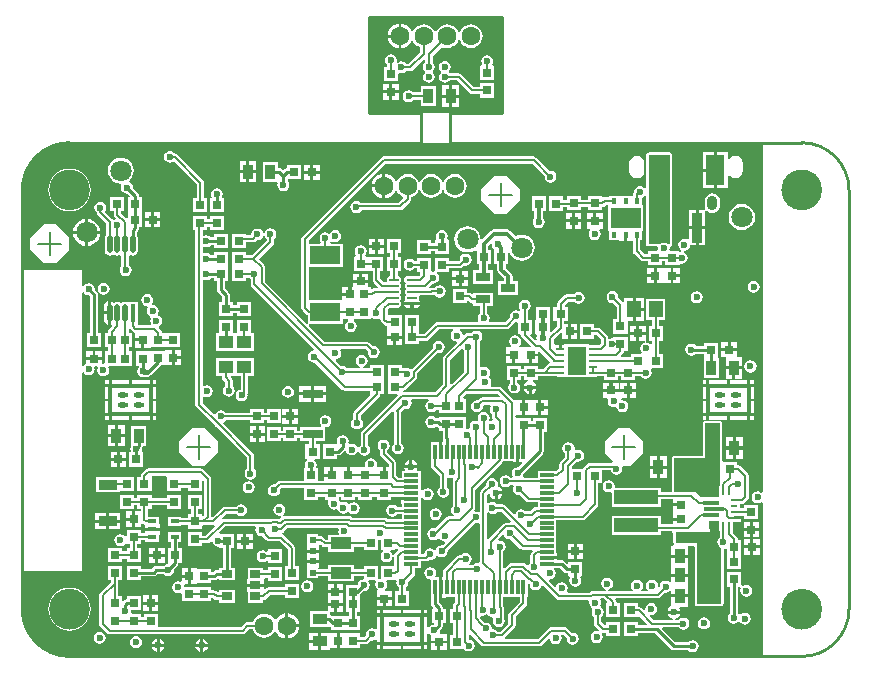
<source format=gbl>
G04 Layer_Physical_Order=6*
G04 Layer_Color=16711680*
%FSLAX42Y42*%
%MOMM*%
G71*
G01*
G75*
%ADD11R,0.80X0.80*%
%ADD12R,0.80X0.80*%
%ADD34R,1.30X0.90*%
%ADD45R,0.35X2.80*%
%ADD46R,3.80X0.35*%
%ADD47R,0.95X0.45*%
%ADD48R,1.30X0.76*%
%ADD49C,0.20*%
%ADD50C,0.25*%
%ADD51C,0.30*%
%ADD52C,1.80*%
%ADD53C,0.60*%
%ADD54C,3.20*%
%ADD55C,1.60*%
%ADD56O,0.90X1.25*%
%ADD69O,0.68X0.25*%
%ADD70R,1.65X2.38*%
%ADD71R,0.90X2.50*%
%ADD72R,2.50X1.60*%
%ADD73R,1.80X1.00*%
%ADD74R,0.24X0.60*%
%ADD75R,0.85X0.70*%
%ADD76R,1.45X0.30*%
%ADD77R,1.80X0.30*%
%ADD78R,0.60X0.24*%
%ADD79R,0.75X0.40*%
%ADD80R,0.90X0.65*%
%ADD81O,0.45X1.50*%
%ADD82R,0.45X1.50*%
%ADD83R,0.30X1.19*%
%ADD84R,1.19X0.30*%
%ADD85O,1.00X0.25*%
%ADD86O,0.85X0.25*%
%ADD87R,0.45X0.50*%
%ADD88R,2.50X1.75*%
%ADD89R,1.70X0.80*%
%ADD90R,1.20X1.40*%
%ADD91R,1.60X2.50*%
%ADD92R,3.70X1.20*%
%ADD93R,0.90X1.30*%
%ADD94R,1.60X0.90*%
%ADD95R,0.50X0.50*%
%ADD96R,1.20X1.10*%
G36*
X600Y3950D02*
X2975D01*
X2975Y3950D01*
X3225D01*
X3225Y3950D01*
Y3950D01*
X5870D01*
Y995D01*
X5857Y988D01*
X5847Y995D01*
X5828Y998D01*
X5808Y995D01*
X5791Y984D01*
X5780Y967D01*
X5777Y948D01*
X5780Y928D01*
X5791Y911D01*
X5808Y900D01*
X5828Y897D01*
X5847Y900D01*
X5857Y907D01*
X5870Y900D01*
Y-400D01*
X-26D01*
X-78Y-393D01*
X-129Y-379D01*
X-177Y-359D01*
X-223Y-333D01*
X-264Y-301D01*
X-301Y-264D01*
X-333Y-223D01*
X-359Y-177D01*
X-379Y-129D01*
X-393Y-78D01*
X-400Y-26D01*
Y0D01*
Y325D01*
X107Y325D01*
X106Y2001D01*
X119Y2005D01*
X126Y1994D01*
X143Y1983D01*
X163Y1979D01*
X182Y1983D01*
X199Y1994D01*
X210Y2011D01*
X213Y2030D01*
X211Y2044D01*
X219Y2057D01*
X234D01*
X240Y2045D01*
X238Y2042D01*
X234Y2023D01*
X238Y2003D01*
X249Y1986D01*
X265Y1975D01*
X285Y1972D01*
X305Y1975D01*
X321Y1986D01*
X332Y2003D01*
X336Y2023D01*
X332Y2042D01*
X327Y2049D01*
X334Y2062D01*
X418D01*
Y2062D01*
X531D01*
Y2182D01*
X501D01*
Y2220D01*
X531D01*
Y2340D01*
X501D01*
Y2375D01*
X513Y2378D01*
X513Y2378D01*
X537Y2355D01*
X537Y2355D01*
X545Y2350D01*
X547Y2348D01*
X556Y2340D01*
X556Y2293D01*
X621D01*
Y2280D01*
X634D01*
Y2215D01*
X682D01*
X686Y2215D01*
X697Y2220D01*
X699Y2220D01*
X812D01*
Y2220D01*
X820D01*
Y2220D01*
X940D01*
Y2340D01*
X820D01*
Y2340D01*
X812D01*
Y2340D01*
X783D01*
X781Y2352D01*
X774Y2362D01*
X774Y2362D01*
X755Y2380D01*
X759Y2395D01*
X771Y2403D01*
X782Y2420D01*
X786Y2439D01*
X782Y2459D01*
X771Y2475D01*
X755Y2486D01*
X753Y2487D01*
X747Y2501D01*
X751Y2506D01*
X755Y2526D01*
X751Y2545D01*
X740Y2562D01*
X724Y2573D01*
X706Y2576D01*
X701Y2583D01*
X699Y2588D01*
X705Y2598D01*
X709Y2618D01*
X705Y2638D01*
X694Y2654D01*
X678Y2665D01*
X658Y2669D01*
X639Y2665D01*
X622Y2654D01*
X611Y2638D01*
X607Y2618D01*
X611Y2598D01*
X622Y2582D01*
X639Y2571D01*
X657Y2567D01*
X661Y2561D01*
X664Y2555D01*
X657Y2545D01*
X653Y2526D01*
X657Y2506D01*
X668Y2490D01*
X684Y2479D01*
X686Y2478D01*
X692Y2464D01*
X688Y2459D01*
X684Y2439D01*
X688Y2420D01*
X689Y2418D01*
X683Y2407D01*
X588D01*
X578Y2413D01*
Y2603D01*
X493D01*
X493Y2603D01*
X480Y2602D01*
X470Y2604D01*
X454Y2601D01*
X439Y2592D01*
X436D01*
X422Y2601D01*
X405Y2604D01*
X389Y2601D01*
X376Y2593D01*
X375Y2596D01*
X359Y2606D01*
X353Y2607D01*
Y2508D01*
Y2410D01*
X357Y2410D01*
X362Y2405D01*
X364Y2400D01*
X336Y2372D01*
X329Y2362D01*
X327Y2350D01*
X319Y2340D01*
X297D01*
Y2220D01*
X327D01*
Y2182D01*
X297D01*
Y2081D01*
X288Y2073D01*
X285Y2073D01*
X283Y2073D01*
X273Y2081D01*
Y2109D01*
X207D01*
X142D01*
Y2077D01*
X126Y2066D01*
X119Y2055D01*
X106Y2059D01*
X106Y2678D01*
X119Y2682D01*
X126Y2671D01*
X143Y2660D01*
X162Y2657D01*
X166Y2657D01*
X174Y2649D01*
Y2340D01*
X148D01*
Y2220D01*
X267D01*
Y2340D01*
X241D01*
Y2662D01*
X238Y2675D01*
X231Y2686D01*
X213Y2704D01*
X213Y2708D01*
X210Y2727D01*
X199Y2744D01*
X182Y2755D01*
X162Y2758D01*
X143Y2755D01*
X126Y2744D01*
X119Y2733D01*
X106Y2737D01*
X106Y2873D01*
X-400Y2873D01*
Y3550D01*
X-400Y3576D01*
X-393Y3628D01*
X-379Y3679D01*
X-359Y3727D01*
X-333Y3773D01*
X-301Y3815D01*
X-264Y3852D01*
X-223Y3884D01*
X-177Y3910D01*
X-129Y3930D01*
X-78Y3943D01*
X-26Y3950D01*
X600D01*
X600Y3950D01*
D02*
G37*
G36*
X3660Y4200D02*
X2540D01*
Y5015D01*
X3660D01*
Y4200D01*
D02*
G37*
%LPC*%
G36*
X651Y1555D02*
X521D01*
Y1385D01*
X521Y1385D01*
X521D01*
X519Y1382D01*
X518Y1380D01*
X517Y1374D01*
X517Y1374D01*
X517Y1374D01*
X514Y1360D01*
X518Y1341D01*
X518Y1339D01*
X511Y1328D01*
X505D01*
Y1208D01*
X625D01*
Y1328D01*
X619D01*
X612Y1339D01*
X612Y1341D01*
X616Y1360D01*
X615Y1366D01*
X617Y1368D01*
X619Y1381D01*
Y1385D01*
X651D01*
Y1555D01*
D02*
G37*
G36*
X1143Y1535D02*
X1043D01*
X930Y1423D01*
Y1323D01*
X1043Y1210D01*
X1143D01*
X1255Y1323D01*
Y1423D01*
X1143Y1535D01*
D02*
G37*
G36*
X4974Y1293D02*
X4916D01*
Y1215D01*
X4974D01*
Y1293D01*
D02*
G37*
G36*
X481Y1256D02*
X428D01*
Y1203D01*
X481D01*
Y1256D01*
D02*
G37*
G36*
X2210Y1200D02*
X2157D01*
Y1148D01*
X2210D01*
Y1200D01*
D02*
G37*
G36*
X403Y1256D02*
X350D01*
Y1203D01*
X403D01*
Y1256D01*
D02*
G37*
G36*
X5057Y1190D02*
X4999D01*
Y1112D01*
X5057D01*
Y1190D01*
D02*
G37*
G36*
Y1293D02*
X4999D01*
Y1215D01*
X5057D01*
Y1293D01*
D02*
G37*
G36*
X481Y1334D02*
X428D01*
Y1281D01*
X481D01*
Y1334D01*
D02*
G37*
G36*
X403D02*
X350D01*
Y1281D01*
X403D01*
Y1334D01*
D02*
G37*
G36*
X5700Y1455D02*
X5643D01*
Y1378D01*
X5700D01*
Y1455D01*
D02*
G37*
G36*
X5617D02*
X5560D01*
Y1378D01*
X5617D01*
Y1455D01*
D02*
G37*
G36*
X2903Y1261D02*
Y1220D01*
X2944D01*
X2942Y1229D01*
X2930Y1247D01*
X2912Y1260D01*
X2903Y1261D01*
D02*
G37*
G36*
X2877D02*
X2868Y1260D01*
X2850Y1247D01*
X2838Y1229D01*
X2836Y1220D01*
X2877D01*
Y1261D01*
D02*
G37*
G36*
X5700Y1352D02*
X5643D01*
Y1275D01*
X5700D01*
Y1352D01*
D02*
G37*
G36*
X5617D02*
X5560D01*
Y1275D01*
X5617D01*
Y1352D01*
D02*
G37*
G36*
X5760Y739D02*
X5707D01*
Y687D01*
X5760D01*
Y739D01*
D02*
G37*
G36*
X428Y732D02*
X335D01*
Y675D01*
X428D01*
Y732D01*
D02*
G37*
G36*
X530Y750D02*
X477D01*
Y697D01*
X530D01*
Y750D01*
D02*
G37*
G36*
X5838Y739D02*
X5785D01*
Y687D01*
X5838D01*
Y739D01*
D02*
G37*
G36*
Y661D02*
X5785D01*
Y609D01*
X5838D01*
Y661D01*
D02*
G37*
G36*
X5760D02*
X5707D01*
Y609D01*
X5760D01*
Y661D01*
D02*
G37*
G36*
X310Y732D02*
X217D01*
Y675D01*
X310D01*
Y732D01*
D02*
G37*
G36*
X603Y673D02*
X483D01*
Y619D01*
X470Y615D01*
X466Y621D01*
X450Y632D01*
X430Y636D01*
X410Y632D01*
X394Y621D01*
X383Y605D01*
X379Y585D01*
X383Y565D01*
X394Y549D01*
X410Y538D01*
X430Y534D01*
X450Y538D01*
X466Y549D01*
X470Y555D01*
X483Y553D01*
X484Y553D01*
X512D01*
Y520D01*
X483D01*
Y491D01*
X443D01*
Y520D01*
X323D01*
Y400D01*
X443D01*
Y429D01*
X483D01*
Y400D01*
X603D01*
Y520D01*
X573D01*
Y553D01*
X603D01*
Y582D01*
X642D01*
Y573D01*
X757D01*
Y632D01*
X763D01*
Y665D01*
X637D01*
Y643D01*
X603D01*
Y673D01*
D02*
G37*
G36*
X3100Y856D02*
X3081Y852D01*
X3064Y841D01*
X3053Y825D01*
X3049Y805D01*
X3053Y786D01*
X3064Y769D01*
X3081Y758D01*
X3100Y754D01*
X3120Y758D01*
X3136Y769D01*
X3147Y786D01*
X3151Y805D01*
X3147Y825D01*
X3136Y841D01*
X3120Y852D01*
X3100Y856D01*
D02*
G37*
G36*
X428Y1120D02*
X427Y1120D01*
X415Y1120D01*
X222D01*
Y990D01*
X422D01*
X428Y1000D01*
X548D01*
Y1120D01*
X435D01*
X428Y1120D01*
Y1120D01*
D02*
G37*
G36*
X1517Y1083D02*
X1498Y1079D01*
X1481Y1068D01*
X1470Y1051D01*
X1466Y1032D01*
X1470Y1012D01*
X1481Y996D01*
X1498Y985D01*
X1517Y981D01*
X1537Y985D01*
X1553Y996D01*
X1564Y1012D01*
X1568Y1032D01*
X1564Y1051D01*
X1553Y1068D01*
X1537Y1079D01*
X1517Y1083D01*
D02*
G37*
G36*
X4974Y1190D02*
X4916D01*
Y1112D01*
X4974D01*
Y1190D01*
D02*
G37*
G36*
X5380Y1593D02*
X5372Y1591D01*
X5366Y1587D01*
X5361Y1580D01*
X5360Y1573D01*
X5360Y1300D01*
X5120D01*
X5112Y1299D01*
X5106Y1294D01*
X5101Y1288D01*
X5100Y1280D01*
X5100Y992D01*
X5005D01*
Y1027D01*
X4623D01*
X4615Y1037D01*
X4616Y1040D01*
X4612Y1060D01*
X4601Y1076D01*
X4585Y1087D01*
X4565Y1091D01*
X4545Y1087D01*
X4529Y1076D01*
X4518Y1060D01*
X4514Y1040D01*
X4518Y1020D01*
X4529Y1004D01*
X4545Y993D01*
X4565Y989D01*
X4582Y992D01*
X4595Y986D01*
Y867D01*
X5005D01*
Y931D01*
X5111D01*
Y898D01*
X5176D01*
Y873D01*
X5111D01*
Y829D01*
X5111D01*
Y776D01*
X5176D01*
Y751D01*
X5111D01*
Y719D01*
X5005D01*
Y790D01*
X4595D01*
Y630D01*
X5005D01*
Y658D01*
X5101D01*
X5105Y655D01*
X5112Y645D01*
X5112Y566D01*
X5112Y566D01*
X5114Y559D01*
X5115Y557D01*
X5116Y554D01*
D01*
X5117Y549D01*
X5106Y537D01*
X5096D01*
Y459D01*
X5167D01*
X5237D01*
X5237Y537D01*
X5250Y537D01*
X5281D01*
X5292Y524D01*
Y362D01*
Y210D01*
X5292Y202D01*
X5292D01*
Y197D01*
X5292D01*
Y28D01*
X5313D01*
X5315Y27D01*
X5517D01*
X5525Y29D01*
X5532Y33D01*
X5536Y40D01*
X5538Y47D01*
Y512D01*
X5555Y515D01*
X5567Y510D01*
X5567Y510D01*
Y467D01*
X5567D01*
Y457D01*
X5567D01*
Y337D01*
X5688D01*
Y457D01*
X5688D01*
Y467D01*
X5688D01*
Y587D01*
X5669D01*
X5658Y593D01*
X5656Y604D01*
X5649Y614D01*
X5617Y646D01*
X5617Y659D01*
X5617D01*
Y736D01*
X5683D01*
Y761D01*
X5628D01*
Y786D01*
X5683D01*
Y793D01*
X5712D01*
Y764D01*
X5832D01*
Y884D01*
X5712D01*
Y854D01*
X5678D01*
Y893D01*
X5694D01*
X5694Y893D01*
X5705Y895D01*
X5715Y902D01*
X5744Y931D01*
X5751Y941D01*
X5753Y952D01*
X5753Y952D01*
Y1127D01*
X5753Y1127D01*
X5751Y1139D01*
X5744Y1149D01*
X5744Y1149D01*
X5683Y1210D01*
X5674Y1216D01*
X5662Y1219D01*
X5650Y1219D01*
Y1248D01*
X5530D01*
X5528Y1260D01*
Y1510D01*
X5528Y1573D01*
X5526Y1580D01*
X5522Y1587D01*
X5515Y1591D01*
X5508Y1593D01*
X5380Y1593D01*
D02*
G37*
G36*
X428Y815D02*
X335D01*
Y758D01*
X428D01*
Y815D01*
D02*
G37*
G36*
X310D02*
X217D01*
Y758D01*
X310D01*
Y815D01*
D02*
G37*
G36*
X945Y970D02*
X825D01*
Y941D01*
X695D01*
Y970D01*
X575D01*
Y941D01*
X548D01*
Y970D01*
X428D01*
Y850D01*
X548D01*
Y879D01*
X575D01*
Y850D01*
X604D01*
Y828D01*
X555D01*
Y763D01*
Y697D01*
X608D01*
Y723D01*
X621Y728D01*
X628Y721D01*
X637Y715D01*
Y690D01*
X763D01*
Y723D01*
X757D01*
Y783D01*
X666D01*
Y850D01*
X695D01*
Y879D01*
X825D01*
Y850D01*
X945D01*
Y970D01*
D02*
G37*
G36*
X530Y828D02*
X477D01*
Y775D01*
X530D01*
Y828D01*
D02*
G37*
G36*
X333Y1759D02*
X303D01*
Y1662D01*
X333D01*
Y1759D01*
D02*
G37*
G36*
X1933Y1698D02*
X1880D01*
Y1645D01*
X1933D01*
Y1698D01*
D02*
G37*
G36*
X733Y1759D02*
X703D01*
Y1662D01*
X733D01*
Y1759D01*
D02*
G37*
G36*
X678Y1881D02*
X518D01*
X358D01*
Y1771D01*
Y1662D01*
X518D01*
X678D01*
Y1772D01*
Y1881D01*
D02*
G37*
G36*
X3917Y1775D02*
X3904Y1775D01*
X3858D01*
Y1710D01*
Y1645D01*
X3904D01*
X3910Y1645D01*
X3923Y1645D01*
X3970D01*
Y1710D01*
Y1775D01*
X3923D01*
X3917Y1775D01*
D02*
G37*
G36*
X5793Y1636D02*
X5763D01*
Y1606D01*
X5793D01*
Y1636D01*
D02*
G37*
G36*
X1855Y1698D02*
X1802D01*
Y1645D01*
X1855D01*
Y1698D01*
D02*
G37*
G36*
X4048Y1697D02*
X3995D01*
Y1645D01*
X4048D01*
Y1697D01*
D02*
G37*
G36*
X5392Y1759D02*
X5362D01*
Y1662D01*
X5392D01*
Y1759D01*
D02*
G37*
G36*
X1560Y2125D02*
X1243D01*
Y1975D01*
X1292D01*
Y1963D01*
X1292Y1962D01*
X1294Y1951D01*
X1301Y1941D01*
X1319Y1922D01*
Y1890D01*
X1314Y1886D01*
X1303Y1870D01*
X1299Y1850D01*
X1303Y1830D01*
X1314Y1814D01*
X1330Y1803D01*
X1350Y1799D01*
X1370Y1803D01*
X1386Y1814D01*
X1397Y1830D01*
X1401Y1850D01*
X1397Y1870D01*
X1386Y1886D01*
X1381Y1890D01*
Y1935D01*
X1378Y1947D01*
X1372Y1957D01*
X1365Y1963D01*
X1370Y1975D01*
X1449D01*
Y1859D01*
X1438Y1857D01*
X1421Y1846D01*
X1410Y1830D01*
X1407Y1810D01*
X1410Y1790D01*
X1421Y1774D01*
X1438Y1763D01*
X1457Y1759D01*
X1477Y1763D01*
X1494Y1774D01*
X1505Y1790D01*
X1508Y1810D01*
X1507Y1819D01*
X1508Y1821D01*
X1511Y1833D01*
Y1975D01*
X1560D01*
Y2125D01*
D02*
G37*
G36*
X2168Y1810D02*
X2070D01*
Y1757D01*
X2168D01*
Y1810D01*
D02*
G37*
G36*
X733Y1881D02*
X703D01*
Y1784D01*
X733D01*
Y1851D01*
Y1881D01*
D02*
G37*
G36*
X333D02*
X303D01*
Y1851D01*
Y1784D01*
X333D01*
Y1881D01*
D02*
G37*
G36*
X5793Y1759D02*
X5763D01*
Y1662D01*
X5793D01*
Y1759D01*
D02*
G37*
G36*
X5737Y1881D02*
X5578D01*
X5418D01*
Y1772D01*
Y1662D01*
X5578D01*
X5737D01*
Y1772D01*
Y1881D01*
D02*
G37*
G36*
X2045Y1810D02*
X1947D01*
Y1757D01*
X2045D01*
Y1810D01*
D02*
G37*
G36*
X3995Y1775D02*
Y1723D01*
X4048D01*
Y1775D01*
X3995D01*
D02*
G37*
G36*
X466Y1560D02*
X408D01*
Y1483D01*
X466D01*
Y1560D01*
D02*
G37*
G36*
X383D02*
X325D01*
Y1483D01*
X383D01*
Y1560D01*
D02*
G37*
G36*
X1655Y1548D02*
X1603D01*
Y1495D01*
X1655D01*
Y1548D01*
D02*
G37*
G36*
X1577D02*
X1525D01*
Y1495D01*
X1577D01*
Y1548D01*
D02*
G37*
G36*
X466Y1457D02*
X408D01*
Y1380D01*
X466D01*
Y1457D01*
D02*
G37*
G36*
X383D02*
X325D01*
Y1380D01*
X383D01*
Y1457D01*
D02*
G37*
G36*
X1655Y1470D02*
X1603D01*
Y1417D01*
X1655D01*
Y1470D01*
D02*
G37*
G36*
X1577D02*
X1525D01*
Y1417D01*
X1577D01*
Y1470D01*
D02*
G37*
G36*
X1855Y1620D02*
X1802D01*
Y1567D01*
X1855D01*
Y1620D01*
D02*
G37*
G36*
X5392Y1636D02*
X5362D01*
Y1606D01*
X5392D01*
Y1636D01*
D02*
G37*
G36*
X733Y1636D02*
X703D01*
Y1606D01*
X733D01*
Y1636D01*
D02*
G37*
G36*
X5737Y1636D02*
X5590D01*
Y1606D01*
X5737D01*
Y1636D01*
D02*
G37*
G36*
X5565D02*
X5418D01*
Y1606D01*
X5565D01*
Y1636D01*
D02*
G37*
G36*
X333Y1636D02*
X303D01*
Y1606D01*
X333D01*
Y1636D01*
D02*
G37*
G36*
X1933Y1620D02*
X1880D01*
Y1567D01*
X1933D01*
Y1620D01*
D02*
G37*
G36*
X678Y1636D02*
X531D01*
Y1606D01*
X678D01*
Y1636D01*
D02*
G37*
G36*
X505D02*
X358D01*
Y1606D01*
X505D01*
Y1636D01*
D02*
G37*
G36*
X1550Y640D02*
X1498D01*
Y588D01*
X1550D01*
Y640D01*
D02*
G37*
G36*
X0Y181D02*
X-35Y177D01*
X-69Y167D01*
X-100Y150D01*
X-128Y128D01*
X-150Y100D01*
X-167Y69D01*
X-177Y35D01*
X-181Y0D01*
X-177Y-35D01*
X-167Y-69D01*
X-150Y-100D01*
X-128Y-128D01*
X-100Y-150D01*
X-69Y-167D01*
X-35Y-177D01*
X0Y-181D01*
X35Y-177D01*
X69Y-167D01*
X100Y-150D01*
X128Y-128D01*
X150Y-100D01*
X167Y-69D01*
X177Y-35D01*
X181Y0D01*
X177Y35D01*
X167Y69D01*
X150Y100D01*
X128Y128D01*
X100Y150D01*
X69Y167D01*
X35Y177D01*
X0Y181D01*
D02*
G37*
G36*
X1943Y-153D02*
X1851D01*
Y-245D01*
X1866Y-243D01*
X1892Y-232D01*
X1914Y-215D01*
X1931Y-193D01*
X1941Y-168D01*
X1943Y-153D01*
D02*
G37*
G36*
X5372Y-69D02*
X5353Y-73D01*
X5336Y-84D01*
X5325Y-100D01*
X5322Y-120D01*
X5325Y-140D01*
X5336Y-156D01*
X5353Y-167D01*
X5372Y-171D01*
X5392Y-167D01*
X5409Y-156D01*
X5420Y-140D01*
X5423Y-120D01*
X5420Y-100D01*
X5409Y-84D01*
X5392Y-73D01*
X5372Y-69D01*
D02*
G37*
G36*
X2630Y-62D02*
X2600D01*
Y-92D01*
Y-164D01*
X2587Y-171D01*
X2581Y-167D01*
X2561Y-163D01*
X2542Y-167D01*
X2525Y-178D01*
X2514Y-194D01*
X2510Y-214D01*
X2511Y-220D01*
X2497Y-234D01*
X2460D01*
Y-205D01*
X2340D01*
Y-200D01*
X2288D01*
Y-265D01*
Y-330D01*
X2340D01*
Y-325D01*
X2460D01*
Y-296D01*
X2510D01*
X2510Y-296D01*
X2522Y-293D01*
X2532Y-287D01*
X2555Y-264D01*
X2561Y-265D01*
X2581Y-261D01*
X2587Y-257D01*
X2600Y-263D01*
Y-281D01*
X2630D01*
Y-171D01*
Y-62D01*
D02*
G37*
G36*
X2975D02*
X2815D01*
X2656D01*
Y-171D01*
Y-281D01*
X2815D01*
X2975D01*
Y-171D01*
Y-62D01*
D02*
G37*
G36*
X1133Y-251D02*
Y-292D01*
X1174D01*
X1172Y-284D01*
X1160Y-265D01*
X1142Y-253D01*
X1133Y-251D01*
D02*
G37*
G36*
X443Y370D02*
X323D01*
Y250D01*
X352D01*
Y230D01*
X261Y139D01*
X254Y129D01*
X252Y117D01*
X252Y117D01*
Y-125D01*
X252Y-125D01*
X254Y-137D01*
X261Y-147D01*
X317Y-203D01*
X327Y-210D01*
X339Y-212D01*
X339Y-212D01*
X1465D01*
X1465Y-212D01*
X1477Y-210D01*
X1487Y-203D01*
X1519Y-171D01*
X1553D01*
X1561Y-190D01*
X1577Y-211D01*
X1598Y-227D01*
X1623Y-237D01*
X1649Y-241D01*
X1675Y-237D01*
X1699Y-227D01*
X1720Y-211D01*
X1733Y-194D01*
X1742Y-193D01*
X1745Y-194D01*
X1748Y-195D01*
X1764Y-215D01*
X1786Y-232D01*
X1811Y-243D01*
X1826Y-245D01*
Y-140D01*
Y-35D01*
X1811Y-37D01*
X1786Y-48D01*
X1764Y-65D01*
X1748Y-85D01*
X1745Y-86D01*
X1742Y-87D01*
X1733Y-86D01*
X1720Y-69D01*
X1699Y-53D01*
X1675Y-43D01*
X1649Y-39D01*
X1623Y-43D01*
X1598Y-53D01*
X1577Y-69D01*
X1561Y-90D01*
X1553Y-109D01*
X1506D01*
X1495Y-112D01*
X1485Y-118D01*
X1452Y-151D01*
X747D01*
Y-39D01*
X628D01*
Y-68D01*
X608D01*
Y-39D01*
X527D01*
X518Y-26D01*
X521Y-13D01*
X524Y-9D01*
X608D01*
Y111D01*
X488D01*
Y85D01*
X486D01*
X474Y82D01*
X463Y75D01*
X455Y67D01*
X443Y73D01*
Y111D01*
X413D01*
Y217D01*
X413Y217D01*
X413Y217D01*
Y250D01*
X443D01*
Y370D01*
D02*
G37*
G36*
X2107Y-202D02*
X2030D01*
Y-260D01*
X2107D01*
Y-202D01*
D02*
G37*
G36*
X3055Y356D02*
X3036Y352D01*
X3019Y341D01*
X3008Y325D01*
X3004Y305D01*
X3008Y286D01*
X3019Y269D01*
X3036Y258D01*
X3055Y254D01*
X3059Y251D01*
Y105D01*
X3060D01*
Y46D01*
X3063Y34D01*
X3070Y23D01*
X3079Y14D01*
X3074Y2D01*
X3068D01*
Y-117D01*
X3083D01*
X3084Y-130D01*
X3070Y-133D01*
X3054Y-144D01*
X3043Y-160D01*
X3043Y-160D01*
X3031Y-152D01*
Y-92D01*
Y-62D01*
X3001D01*
Y-171D01*
Y-281D01*
X3031D01*
Y-208D01*
X3043Y-200D01*
X3043Y-200D01*
X3054Y-216D01*
X3062Y-221D01*
Y-265D01*
X3128D01*
X3193D01*
Y-212D01*
X3142D01*
X3136Y-201D01*
X3137Y-200D01*
X3141Y-180D01*
X3140Y-177D01*
X3151Y-166D01*
X3158Y-155D01*
X3161Y-142D01*
Y-117D01*
X3188D01*
Y2D01*
X3161D01*
Y12D01*
X3158Y25D01*
X3151Y36D01*
X3127Y60D01*
Y99D01*
X3131D01*
Y184D01*
Y269D01*
X3107D01*
X3099Y280D01*
X3102Y286D01*
X3106Y305D01*
X3102Y325D01*
X3091Y341D01*
X3075Y352D01*
X3055Y356D01*
D02*
G37*
G36*
X2315Y27D02*
X2263D01*
Y-25D01*
X2315D01*
Y27D01*
D02*
G37*
G36*
X3031Y-6D02*
X3001D01*
Y-36D01*
X3031D01*
Y-6D01*
D02*
G37*
G36*
X753Y39D02*
X700D01*
Y-14D01*
X753D01*
Y39D01*
D02*
G37*
G36*
X675D02*
X622D01*
Y-14D01*
X675D01*
Y39D01*
D02*
G37*
G36*
X2630Y-6D02*
X2600D01*
Y-36D01*
X2630D01*
Y-6D01*
D02*
G37*
G36*
X1851Y-35D02*
Y-127D01*
X1943D01*
X1941Y-112D01*
X1931Y-87D01*
X1914Y-65D01*
X1892Y-48D01*
X1866Y-37D01*
X1851Y-35D01*
D02*
G37*
G36*
X2975Y-6D02*
X2945D01*
Y-6D01*
X2828D01*
Y-36D01*
X2975D01*
Y-6D01*
D02*
G37*
G36*
X2686D02*
X2656D01*
Y-36D01*
X2803D01*
Y-6D01*
X2686D01*
Y-6D01*
D02*
G37*
G36*
X3193Y-290D02*
X3140D01*
Y-343D01*
X3193D01*
Y-290D01*
D02*
G37*
G36*
X3115D02*
X3062D01*
Y-343D01*
X3115D01*
Y-290D01*
D02*
G37*
G36*
X2262Y-200D02*
X2210D01*
Y-202D01*
X2133D01*
Y-272D01*
Y-343D01*
X2210D01*
Y-330D01*
X2262D01*
Y-265D01*
Y-200D01*
D02*
G37*
G36*
X2107Y-285D02*
X2030D01*
Y-343D01*
X2107D01*
Y-285D01*
D02*
G37*
G36*
X1107Y-318D02*
X1066D01*
X1068Y-327D01*
X1080Y-345D01*
X1098Y-357D01*
X1107Y-359D01*
Y-318D01*
D02*
G37*
G36*
X737D02*
X696D01*
X698Y-327D01*
X710Y-345D01*
X728Y-357D01*
X737Y-359D01*
Y-318D01*
D02*
G37*
G36*
X1174D02*
X1133D01*
Y-359D01*
X1142Y-357D01*
X1160Y-345D01*
X1172Y-327D01*
X1174Y-318D01*
D02*
G37*
G36*
X804D02*
X763D01*
Y-359D01*
X772Y-357D01*
X790Y-345D01*
X802Y-327D01*
X804Y-318D01*
D02*
G37*
G36*
X2630Y-307D02*
X2600D01*
Y-337D01*
X2630D01*
Y-307D01*
D02*
G37*
G36*
X737Y-251D02*
X728Y-253D01*
X710Y-265D01*
X698Y-284D01*
X696Y-292D01*
X737D01*
Y-251D01*
D02*
G37*
G36*
X255Y-192D02*
X235Y-195D01*
X219Y-206D01*
X208Y-223D01*
X204Y-242D01*
X208Y-262D01*
X219Y-279D01*
X235Y-290D01*
X255Y-293D01*
X275Y-290D01*
X291Y-279D01*
X302Y-262D01*
X306Y-242D01*
X302Y-223D01*
X291Y-206D01*
X275Y-195D01*
X255Y-192D01*
D02*
G37*
G36*
X763Y-251D02*
Y-292D01*
X804D01*
X802Y-284D01*
X790Y-265D01*
X772Y-253D01*
X763Y-251D01*
D02*
G37*
G36*
X1107D02*
X1098Y-253D01*
X1080Y-265D01*
X1068Y-284D01*
X1066Y-292D01*
X1107D01*
Y-251D01*
D02*
G37*
G36*
X2975Y-307D02*
X2828D01*
Y-337D01*
X2975D01*
Y-307D01*
D02*
G37*
G36*
X2803D02*
X2656D01*
Y-337D01*
X2803D01*
Y-307D01*
D02*
G37*
G36*
X562Y-227D02*
X543Y-230D01*
X526Y-241D01*
X515Y-258D01*
X512Y-278D01*
X515Y-297D01*
X526Y-314D01*
X543Y-325D01*
X562Y-328D01*
X582Y-325D01*
X599Y-314D01*
X610Y-297D01*
X613Y-278D01*
X610Y-258D01*
X599Y-241D01*
X582Y-230D01*
X562Y-227D01*
D02*
G37*
G36*
X3031Y-307D02*
X3001D01*
Y-337D01*
X3031D01*
Y-307D01*
D02*
G37*
G36*
X5765Y515D02*
X5712D01*
Y462D01*
X5765D01*
Y515D01*
D02*
G37*
G36*
X4348Y477D02*
X4295D01*
Y425D01*
X4348D01*
Y477D01*
D02*
G37*
G36*
X727Y520D02*
X675D01*
Y468D01*
X727D01*
Y520D01*
D02*
G37*
G36*
X5843Y515D02*
X5790D01*
Y462D01*
X5843D01*
Y515D01*
D02*
G37*
G36*
X947Y653D02*
X832D01*
Y573D01*
X857D01*
Y515D01*
X830D01*
Y395D01*
X830D01*
X830Y382D01*
X815Y380D01*
X799Y369D01*
X797Y366D01*
X735D01*
X722Y363D01*
X711Y356D01*
X699Y343D01*
X603D01*
Y370D01*
X483D01*
Y250D01*
X603D01*
Y277D01*
X713D01*
X725Y279D01*
X736Y286D01*
X749Y299D01*
X797D01*
X799Y296D01*
X815Y285D01*
X835Y282D01*
X855Y285D01*
X871Y296D01*
X882Y313D01*
X886Y333D01*
X885Y336D01*
X914Y364D01*
X921Y375D01*
X923Y388D01*
Y395D01*
X950D01*
Y515D01*
X923D01*
Y573D01*
X947D01*
Y653D01*
D02*
G37*
G36*
X805Y442D02*
X753D01*
Y390D01*
X805D01*
Y442D01*
D02*
G37*
G36*
X4270Y477D02*
X4217D01*
Y425D01*
X4270D01*
Y477D01*
D02*
G37*
G36*
X2110D02*
X2060D01*
X2010D01*
Y440D01*
X2010D01*
Y420D01*
X2110D01*
Y458D01*
X2110D01*
Y477D01*
D02*
G37*
G36*
X805Y520D02*
X753D01*
Y468D01*
X805D01*
Y520D01*
D02*
G37*
G36*
X5765Y593D02*
X5712D01*
Y540D01*
X5765D01*
Y593D01*
D02*
G37*
G36*
X1550Y562D02*
X1498D01*
Y510D01*
X1550D01*
Y562D01*
D02*
G37*
G36*
X1472Y640D02*
X1420D01*
Y588D01*
X1472D01*
Y640D01*
D02*
G37*
G36*
X5843Y593D02*
X5790D01*
Y540D01*
X5843D01*
Y593D01*
D02*
G37*
G36*
X4270Y555D02*
X4217D01*
Y503D01*
X4270D01*
Y555D01*
D02*
G37*
G36*
X1800Y507D02*
X1680D01*
Y492D01*
X1679Y491D01*
X1667Y486D01*
X1655Y495D01*
X1635Y498D01*
X1615Y495D01*
X1599Y484D01*
X1588Y467D01*
X1584Y447D01*
X1588Y428D01*
X1599Y411D01*
X1615Y400D01*
X1635Y397D01*
X1655Y400D01*
X1667Y409D01*
X1679Y404D01*
X1680Y403D01*
Y388D01*
X1800D01*
Y507D01*
D02*
G37*
G36*
X1472Y562D02*
X1420D01*
Y510D01*
X1472D01*
Y562D01*
D02*
G37*
G36*
X4348Y555D02*
X4295D01*
Y503D01*
X4348D01*
Y555D01*
D02*
G37*
G36*
X675Y117D02*
X622D01*
Y64D01*
X675D01*
Y117D01*
D02*
G37*
G36*
X2250Y148D02*
D01*
Y135D01*
X2185D01*
Y82D01*
Y53D01*
X2250D01*
X2315D01*
Y82D01*
Y135D01*
X2250D01*
Y148D01*
D02*
G37*
G36*
X5688Y312D02*
X5567D01*
Y192D01*
X5594D01*
Y-33D01*
X5589Y-36D01*
X5578Y-53D01*
X5574Y-73D01*
X5578Y-92D01*
X5589Y-109D01*
X5605Y-120D01*
X5625Y-123D01*
X5645Y-120D01*
X5661Y-109D01*
X5662Y-107D01*
X5677D01*
X5683Y-115D01*
X5699Y-126D01*
X5719Y-130D01*
X5738Y-126D01*
X5755Y-115D01*
X5766Y-99D01*
X5770Y-79D01*
X5766Y-60D01*
X5755Y-43D01*
X5738Y-32D01*
X5719Y-28D01*
X5699Y-32D01*
X5683Y-43D01*
X5682Y-44D01*
X5670Y-44D01*
X5661Y-34D01*
Y192D01*
X5678D01*
X5685Y180D01*
X5683Y177D01*
X5679Y158D01*
X5683Y138D01*
X5694Y121D01*
X5711Y110D01*
X5730Y107D01*
X5750Y110D01*
X5766Y121D01*
X5777Y138D01*
X5781Y158D01*
X5777Y177D01*
X5766Y194D01*
X5750Y205D01*
X5730Y208D01*
X5711Y205D01*
X5700Y198D01*
X5688Y204D01*
Y312D01*
D02*
G37*
G36*
X753Y117D02*
X700D01*
Y64D01*
X753D01*
Y117D01*
D02*
G37*
G36*
X4925Y53D02*
X4905Y50D01*
X4889Y39D01*
X4878Y22D01*
X4874Y3D01*
X4875Y-4D01*
X4864Y-10D01*
X4842Y12D01*
X4832Y18D01*
X4820Y21D01*
X4813Y30D01*
Y50D01*
X4693D01*
Y-70D01*
X4813D01*
Y-62D01*
X4824Y-57D01*
X4889Y-122D01*
X4884Y-134D01*
X4813D01*
Y-108D01*
X4693D01*
Y-228D01*
X4813D01*
Y-201D01*
X4959D01*
X5094Y-336D01*
X5105Y-343D01*
X5117Y-346D01*
X5237D01*
X5239Y-349D01*
X5255Y-360D01*
X5275Y-363D01*
X5295Y-360D01*
X5311Y-349D01*
X5322Y-332D01*
X5326Y-312D01*
X5322Y-293D01*
X5311Y-276D01*
X5295Y-265D01*
X5275Y-262D01*
X5255Y-265D01*
X5239Y-276D01*
X5237Y-279D01*
X5131D01*
X5017Y-165D01*
X5022Y-153D01*
X5158D01*
X5161Y-159D01*
X5178Y-170D01*
X5197Y-173D01*
X5217Y-170D01*
X5234Y-159D01*
X5245Y-142D01*
X5248Y-123D01*
X5245Y-103D01*
X5234Y-86D01*
X5217Y-75D01*
X5197Y-72D01*
X5178Y-75D01*
X5161Y-86D01*
X5158Y-92D01*
X5130D01*
X5129Y-79D01*
X5139Y-77D01*
X5157Y-65D01*
X5170Y-47D01*
X5171Y-38D01*
X5064D01*
X5065Y-47D01*
X5078Y-65D01*
X5096Y-77D01*
X5106Y-79D01*
X5105Y-92D01*
X4945D01*
X4912Y-59D01*
X4918Y-47D01*
X4925Y-48D01*
X4945Y-45D01*
X4961Y-34D01*
X4972Y-17D01*
X4976Y3D01*
X4972Y22D01*
X4961Y39D01*
X4945Y50D01*
X4925Y53D01*
D02*
G37*
G36*
X5237Y100D02*
X5167D01*
X5096D01*
Y27D01*
X5096Y27D01*
X5078Y15D01*
X5065Y-3D01*
X5064Y-12D01*
X5171D01*
X5170Y-3D01*
X5161Y9D01*
X5168Y22D01*
X5237D01*
Y100D01*
D02*
G37*
G36*
X2733Y77D02*
X2680D01*
Y25D01*
X2733D01*
Y77D01*
D02*
G37*
G36*
X2655D02*
X2602D01*
Y25D01*
X2655D01*
Y77D01*
D02*
G37*
G36*
X2015Y246D02*
X1995Y242D01*
X1979Y231D01*
X1968Y215D01*
X1964Y195D01*
X1968Y175D01*
X1979Y159D01*
X1995Y148D01*
X2015Y144D01*
X2035Y148D01*
X2051Y159D01*
X2062Y175D01*
X2066Y195D01*
X2062Y215D01*
X2051Y231D01*
X2035Y242D01*
X2015Y246D01*
D02*
G37*
G36*
X5237Y434D02*
X5167D01*
X5096D01*
Y356D01*
Y300D01*
X5167D01*
X5237D01*
Y356D01*
Y434D01*
D02*
G37*
G36*
X1002Y345D02*
X950D01*
Y293D01*
X1002D01*
Y345D01*
D02*
G37*
G36*
X727Y442D02*
X675D01*
Y390D01*
X727D01*
Y442D01*
D02*
G37*
G36*
X1800Y358D02*
X1680D01*
Y328D01*
X1640D01*
Y350D01*
X1510D01*
Y260D01*
X1505D01*
Y215D01*
X1575D01*
X1645D01*
Y260D01*
X1655Y267D01*
X1680D01*
Y238D01*
X1800D01*
Y358D01*
D02*
G37*
G36*
X2315Y213D02*
X2263D01*
Y160D01*
X2315D01*
Y213D01*
D02*
G37*
G36*
X2237D02*
X2185D01*
Y160D01*
X2237D01*
Y213D01*
D02*
G37*
G36*
X1002Y267D02*
X950D01*
Y241D01*
X937Y233D01*
X923Y236D01*
X903Y232D01*
X886Y221D01*
X875Y205D01*
X872Y185D01*
X875Y165D01*
X886Y149D01*
X903Y138D01*
X923Y134D01*
X942Y138D01*
X944Y139D01*
X955Y133D01*
Y70D01*
X1075D01*
Y70D01*
X1080D01*
Y70D01*
X1200D01*
Y94D01*
X1213Y97D01*
X1224Y86D01*
X1234Y79D01*
X1245Y77D01*
X1246Y77D01*
X1270D01*
Y55D01*
X1400D01*
Y160D01*
X1270D01*
Y140D01*
X1257Y139D01*
X1245Y152D01*
X1235Y158D01*
X1223Y161D01*
X1223Y161D01*
X1200D01*
Y190D01*
X1080D01*
Y190D01*
X1075D01*
Y190D01*
X972D01*
X970Y202D01*
X977Y215D01*
X1002D01*
Y267D01*
D02*
G37*
G36*
X1944Y215D02*
X1824D01*
Y186D01*
X1688D01*
X1688Y186D01*
X1676Y183D01*
X1666Y177D01*
X1666Y177D01*
X1657Y168D01*
X1645Y173D01*
Y190D01*
X1575D01*
X1505D01*
Y145D01*
X1510D01*
Y55D01*
X1640D01*
Y77D01*
X1652Y79D01*
X1662Y86D01*
X1700Y124D01*
X1824D01*
Y95D01*
X1944D01*
Y215D01*
D02*
G37*
G36*
X692Y3285D02*
X640D01*
Y3232D01*
X692D01*
Y3285D01*
D02*
G37*
G36*
X4032Y3495D02*
X3912D01*
Y3375D01*
X3937D01*
Y3314D01*
X3936Y3314D01*
X3925Y3297D01*
X3922Y3278D01*
X3925Y3258D01*
X3936Y3241D01*
X3953Y3230D01*
X3972Y3227D01*
X3992Y3230D01*
X4009Y3241D01*
X4020Y3258D01*
X4023Y3278D01*
X4020Y3297D01*
X4009Y3314D01*
X4008Y3314D01*
Y3375D01*
X4032D01*
Y3495D01*
D02*
G37*
G36*
X5302Y3380D02*
X5245D01*
Y3243D01*
X5302D01*
Y3380D01*
D02*
G37*
G36*
X770Y3285D02*
X718D01*
Y3232D01*
X770D01*
Y3285D01*
D02*
G37*
G36*
X1168Y3330D02*
X1048D01*
Y3210D01*
X1067D01*
Y1733D01*
X1067Y1733D01*
X1069Y1721D01*
X1076Y1711D01*
X1236Y1551D01*
X1243Y1546D01*
X1502Y1287D01*
Y1187D01*
X1496Y1184D01*
X1485Y1167D01*
X1482Y1148D01*
X1485Y1128D01*
X1496Y1111D01*
X1513Y1100D01*
X1532Y1097D01*
X1552Y1100D01*
X1569Y1111D01*
X1580Y1128D01*
X1583Y1148D01*
X1580Y1167D01*
X1569Y1184D01*
X1563Y1187D01*
Y1300D01*
X1561Y1312D01*
X1554Y1322D01*
X1554Y1322D01*
X1302Y1573D01*
X1306Y1588D01*
X1319Y1596D01*
X1322Y1602D01*
X1530D01*
Y1573D01*
X1650D01*
Y1602D01*
X1669D01*
Y1573D01*
X1789D01*
Y1692D01*
X1669D01*
Y1663D01*
X1650D01*
Y1692D01*
X1530D01*
Y1663D01*
X1322D01*
X1319Y1669D01*
X1302Y1680D01*
X1282Y1683D01*
X1263Y1680D01*
X1246Y1669D01*
X1237Y1654D01*
X1223Y1650D01*
X1128Y1746D01*
Y1795D01*
X1139Y1801D01*
X1143Y1798D01*
X1162Y1794D01*
X1182Y1798D01*
X1199Y1809D01*
X1210Y1825D01*
X1213Y1845D01*
X1210Y1865D01*
X1199Y1881D01*
X1182Y1892D01*
X1162Y1896D01*
X1143Y1892D01*
X1139Y1889D01*
X1128Y1895D01*
Y2785D01*
X1139Y2791D01*
X1140Y2790D01*
X1160Y2786D01*
X1180Y2790D01*
X1196Y2801D01*
X1198Y2804D01*
X1223D01*
Y2777D01*
X1249D01*
Y2702D01*
X1252Y2690D01*
X1259Y2679D01*
X1289Y2649D01*
Y2602D01*
X1262D01*
Y2483D01*
X1382D01*
Y2509D01*
X1419D01*
Y2483D01*
X1539D01*
Y2602D01*
X1419D01*
Y2576D01*
X1382D01*
Y2602D01*
X1356D01*
Y2662D01*
X1353Y2675D01*
X1346Y2686D01*
X1316Y2716D01*
Y2777D01*
X1343D01*
Y2897D01*
X1343D01*
Y2905D01*
X1343D01*
Y3025D01*
X1223D01*
Y2998D01*
X1198D01*
X1196Y3001D01*
X1180Y3012D01*
X1160Y3016D01*
X1140Y3012D01*
X1139Y3011D01*
X1128Y3017D01*
Y3063D01*
X1139Y3069D01*
X1140Y3068D01*
X1160Y3064D01*
X1180Y3068D01*
X1196Y3079D01*
X1198Y3082D01*
X1223D01*
Y3055D01*
X1343D01*
Y3175D01*
X1223D01*
Y3148D01*
X1198D01*
X1196Y3151D01*
X1180Y3162D01*
X1160Y3166D01*
X1140Y3162D01*
X1139Y3161D01*
X1128Y3167D01*
Y3210D01*
X1168D01*
Y3239D01*
X1188D01*
Y3210D01*
X1307D01*
Y3330D01*
X1188D01*
Y3301D01*
X1168D01*
Y3330D01*
D02*
G37*
G36*
X5692Y3431D02*
X5664Y3427D01*
X5637Y3416D01*
X5614Y3398D01*
X5596Y3375D01*
X5585Y3349D01*
X5582Y3320D01*
X5585Y3291D01*
X5596Y3265D01*
X5614Y3242D01*
X5637Y3224D01*
X5664Y3213D01*
X5692Y3209D01*
X5721Y3213D01*
X5748Y3224D01*
X5771Y3242D01*
X5789Y3265D01*
X5800Y3291D01*
X5803Y3320D01*
X5800Y3349D01*
X5789Y3375D01*
X5771Y3398D01*
X5748Y3416D01*
X5721Y3427D01*
X5692Y3431D01*
D02*
G37*
G36*
X4334Y3275D02*
X4281D01*
Y3222D01*
X4334D01*
Y3275D01*
D02*
G37*
G36*
X4256D02*
X4203D01*
Y3222D01*
X4256D01*
Y3275D01*
D02*
G37*
G36*
Y3353D02*
X4203D01*
Y3300D01*
X4256D01*
Y3353D01*
D02*
G37*
G36*
X770Y3363D02*
X718D01*
Y3310D01*
X770D01*
Y3363D01*
D02*
G37*
G36*
X692D02*
X640D01*
Y3310D01*
X692D01*
Y3363D01*
D02*
G37*
G36*
X5444Y3521D02*
X5427Y3518D01*
X5411Y3512D01*
X5397Y3501D01*
X5387Y3488D01*
X5380Y3472D01*
X5378Y3455D01*
Y3420D01*
X5380Y3403D01*
X5385Y3393D01*
X5378Y3381D01*
X5377Y3380D01*
X5328D01*
Y3243D01*
X5385D01*
Y3368D01*
X5395Y3373D01*
X5398Y3373D01*
X5411Y3363D01*
X5427Y3357D01*
X5444Y3354D01*
X5461Y3357D01*
X5477Y3363D01*
X5490Y3374D01*
X5501Y3387D01*
X5507Y3403D01*
X5509Y3420D01*
Y3455D01*
X5507Y3472D01*
X5501Y3488D01*
X5490Y3501D01*
X5477Y3512D01*
X5461Y3518D01*
X5444Y3521D01*
D02*
G37*
G36*
X3700Y3672D02*
X3600D01*
X3488Y3560D01*
Y3460D01*
X3600Y3347D01*
X3700D01*
X3812Y3460D01*
Y3560D01*
X3700Y3672D01*
D02*
G37*
G36*
X4435Y3353D02*
X4382D01*
Y3300D01*
X4435D01*
Y3353D01*
D02*
G37*
G36*
X4334D02*
X4281D01*
Y3300D01*
X4334D01*
Y3353D01*
D02*
G37*
G36*
X435Y3823D02*
X406Y3820D01*
X380Y3809D01*
X357Y3791D01*
X339Y3768D01*
X328Y3741D01*
X324Y3712D01*
X328Y3684D01*
X339Y3657D01*
X357Y3634D01*
X380Y3616D01*
X406Y3605D01*
X433Y3602D01*
X441Y3591D01*
X441Y3591D01*
X440Y3590D01*
X437Y3570D01*
X440Y3550D01*
X451Y3534D01*
X468Y3523D01*
X488Y3519D01*
X491Y3520D01*
X509Y3502D01*
X504Y3490D01*
X495D01*
Y3370D01*
X495D01*
Y3357D01*
X495D01*
Y3312D01*
X482Y3307D01*
X436Y3354D01*
Y3370D01*
X465D01*
Y3490D01*
X345D01*
Y3370D01*
X374D01*
Y3341D01*
X374Y3341D01*
X377Y3329D01*
X383Y3319D01*
X391Y3312D01*
X387Y3300D01*
X386Y3299D01*
X380Y3296D01*
X363Y3300D01*
X362Y3303D01*
X362Y3303D01*
X299Y3365D01*
X309Y3379D01*
X312Y3399D01*
X309Y3419D01*
X298Y3435D01*
X281Y3446D01*
X262Y3450D01*
X242Y3446D01*
X225Y3435D01*
X214Y3419D01*
X211Y3399D01*
X214Y3379D01*
X225Y3363D01*
X231Y3359D01*
X233Y3348D01*
X240Y3338D01*
X310Y3268D01*
Y3172D01*
X309Y3172D01*
X300Y3158D01*
X297Y3141D01*
Y3036D01*
X300Y3019D01*
X309Y3005D01*
X324Y2996D01*
X340Y2993D01*
X357Y2996D01*
X363Y3000D01*
X373Y3004D01*
X382Y3000D01*
X389Y2996D01*
X405Y2993D01*
X422Y2996D01*
X427Y2999D01*
X440Y2993D01*
Y2907D01*
X429Y2892D01*
X425Y2872D01*
X429Y2852D01*
X440Y2836D01*
X456Y2825D01*
X476Y2821D01*
X496Y2825D01*
X512Y2836D01*
X523Y2852D01*
X527Y2872D01*
X523Y2892D01*
X512Y2908D01*
X501Y2916D01*
Y2993D01*
X513Y2999D01*
X519Y2996D01*
X535Y2993D01*
X552Y2996D01*
X566Y3005D01*
X575Y3019D01*
X578Y3036D01*
Y3141D01*
X575Y3158D01*
X568Y3168D01*
Y3196D01*
X579Y3206D01*
X586Y3217D01*
X588Y3230D01*
Y3238D01*
X615D01*
Y3357D01*
X615D01*
Y3370D01*
X615D01*
Y3490D01*
X588D01*
Y3502D01*
X586Y3515D01*
X579Y3526D01*
X538Y3567D01*
X538Y3570D01*
X535Y3590D01*
X524Y3606D01*
X510Y3615D01*
X507Y3629D01*
X513Y3634D01*
X531Y3657D01*
X542Y3684D01*
X546Y3712D01*
X542Y3741D01*
X531Y3768D01*
X513Y3791D01*
X490Y3809D01*
X464Y3820D01*
X435Y3823D01*
D02*
G37*
G36*
X4513Y3353D02*
X4460D01*
Y3300D01*
X4513D01*
Y3353D01*
D02*
G37*
G36*
X3370Y3243D02*
X3341Y3240D01*
X3315Y3229D01*
X3292Y3211D01*
X3274Y3188D01*
X3263Y3161D01*
X3259Y3133D01*
X3263Y3104D01*
X3274Y3077D01*
X3292Y3054D01*
X3315Y3036D01*
X3341Y3025D01*
X3370Y3022D01*
X3399Y3025D01*
X3425Y3036D01*
X3434Y3043D01*
X3447Y3037D01*
X3447Y3033D01*
Y2923D01*
X3471D01*
Y2871D01*
X3420D01*
Y2754D01*
X3590D01*
Y2871D01*
X3542D01*
Y2923D01*
X3567D01*
Y3043D01*
X3542D01*
Y3079D01*
X3566Y3103D01*
X3578Y3097D01*
X3577Y3090D01*
X3580Y3070D01*
X3591Y3054D01*
X3592Y3054D01*
X3597Y3043D01*
X3597Y3043D01*
X3597Y3043D01*
Y2923D01*
X3621D01*
Y2876D01*
X3624Y2862D01*
X3631Y2851D01*
X3679Y2803D01*
Y2776D01*
X3630D01*
Y2659D01*
X3800D01*
Y2776D01*
X3751D01*
Y2817D01*
X3748Y2831D01*
X3740Y2843D01*
X3692Y2891D01*
Y2923D01*
X3717D01*
Y3015D01*
X3729Y3017D01*
X3734Y3006D01*
X3752Y2983D01*
X3775Y2965D01*
X3801Y2954D01*
X3830Y2950D01*
X3859Y2954D01*
X3885Y2965D01*
X3908Y2983D01*
X3926Y3006D01*
X3937Y3033D01*
X3941Y3061D01*
X3937Y3090D01*
X3926Y3117D01*
X3908Y3140D01*
X3885Y3158D01*
X3859Y3169D01*
X3830Y3172D01*
X3801Y3169D01*
X3779Y3159D01*
X3733Y3205D01*
X3721Y3213D01*
X3708Y3216D01*
X3592D01*
X3579Y3213D01*
X3567Y3205D01*
X3493Y3131D01*
X3490Y3132D01*
X3480Y3136D01*
X3477Y3161D01*
X3466Y3188D01*
X3448Y3211D01*
X3425Y3229D01*
X3399Y3240D01*
X3370Y3243D01*
D02*
G37*
G36*
X3354Y3011D02*
X3335Y3007D01*
X3318Y2996D01*
X3307Y2979D01*
X3303Y2960D01*
X3304Y2958D01*
X3294Y2948D01*
X3212D01*
Y2977D01*
X3092D01*
Y2868D01*
X3079Y2857D01*
X3079Y2857D01*
X3074Y2856D01*
X3062Y2867D01*
Y2977D01*
X2942D01*
Y2948D01*
X2921D01*
X2917Y2953D01*
X2901Y2964D01*
X2881Y2968D01*
X2862Y2964D01*
X2845Y2953D01*
X2834Y2937D01*
X2830Y2917D01*
X2834Y2898D01*
X2845Y2881D01*
X2862Y2870D01*
X2881Y2866D01*
X2901Y2870D01*
X2917Y2881D01*
X2921Y2887D01*
X2942D01*
Y2857D01*
X2971D01*
Y2833D01*
X2956Y2818D01*
X2950D01*
X2950Y2818D01*
X2937Y2821D01*
X2862D01*
X2850Y2818D01*
X2839Y2811D01*
X2832Y2800D01*
X2829Y2787D01*
X2832Y2775D01*
X2839Y2764D01*
X2846Y2760D01*
X2839Y2750D01*
X2837Y2737D01*
X2839Y2725D01*
X2847Y2714D01*
Y2711D01*
X2839Y2700D01*
X2837Y2687D01*
X2839Y2675D01*
X2847Y2664D01*
Y2661D01*
X2839Y2650D01*
X2837Y2637D01*
X2839Y2625D01*
X2843Y2619D01*
X2843Y2615D01*
X2834Y2602D01*
X2834Y2600D01*
X2900D01*
X2966D01*
X2966Y2602D01*
X2957Y2615D01*
X2957Y2619D01*
X2961Y2625D01*
X2963Y2637D01*
X2962Y2644D01*
X2970Y2657D01*
X3064D01*
X3064Y2657D01*
X3076Y2659D01*
X3076Y2659D01*
X3095D01*
X3099Y2654D01*
X3115Y2643D01*
X3135Y2639D01*
X3155Y2643D01*
X3171Y2654D01*
X3182Y2670D01*
X3186Y2690D01*
X3182Y2710D01*
X3171Y2726D01*
X3155Y2737D01*
X3135Y2741D01*
X3115Y2737D01*
X3099Y2726D01*
X3095Y2721D01*
X3062D01*
X3062Y2721D01*
X3052Y2719D01*
X3047Y2724D01*
X3045Y2729D01*
X3072Y2757D01*
X3079Y2755D01*
X3098Y2759D01*
X3115Y2770D01*
X3126Y2787D01*
X3130Y2806D01*
X3126Y2826D01*
X3115Y2842D01*
X3111Y2845D01*
X3115Y2857D01*
X3212D01*
Y2887D01*
X3306D01*
X3306Y2887D01*
X3318Y2889D01*
X3328Y2896D01*
X3343Y2911D01*
X3354Y2909D01*
X3374Y2913D01*
X3391Y2924D01*
X3402Y2940D01*
X3405Y2960D01*
X3402Y2979D01*
X3391Y2996D01*
X3374Y3007D01*
X3354Y3011D01*
D02*
G37*
G36*
X2664Y3059D02*
X2612D01*
Y3006D01*
X2664D01*
Y3059D01*
D02*
G37*
G36*
X2586D02*
X2533D01*
Y3006D01*
X2586D01*
Y3059D01*
D02*
G37*
G36*
X4946Y2890D02*
X4893D01*
Y2838D01*
X4946D01*
Y2890D01*
D02*
G37*
G36*
X3373Y2865D02*
X3320D01*
Y2813D01*
X3373D01*
Y2865D01*
D02*
G37*
G36*
X-118Y3258D02*
X-218D01*
X-330Y3145D01*
Y3045D01*
X-218Y2933D01*
X-118D01*
X-5Y3045D01*
Y3145D01*
X-118Y3258D01*
D02*
G37*
G36*
X5114Y2890D02*
Y2838D01*
X5167D01*
Y2890D01*
X5114D01*
D02*
G37*
G36*
X132Y3177D02*
X30D01*
X33Y3160D01*
X44Y3132D01*
X63Y3108D01*
X87Y3089D01*
X115Y3078D01*
X132Y3075D01*
Y3177D01*
D02*
G37*
G36*
X4513Y3275D02*
X4382D01*
Y3222D01*
X4403D01*
X4409Y3209D01*
X4400Y3197D01*
X4397Y3177D01*
X4400Y3158D01*
X4411Y3141D01*
X4428Y3130D01*
X4447Y3127D01*
X4467Y3130D01*
X4484Y3141D01*
X4495Y3158D01*
X4498Y3177D01*
X4495Y3197D01*
X4486Y3209D01*
X4492Y3222D01*
X4513D01*
Y3275D01*
D02*
G37*
G36*
X3152Y3211D02*
X3133Y3207D01*
X3116Y3196D01*
X3105Y3180D01*
X3102Y3160D01*
X3105Y3140D01*
X3107Y3139D01*
X3101Y3127D01*
X3092D01*
Y3101D01*
X3062D01*
Y3127D01*
X2942D01*
Y3007D01*
X3062D01*
Y3034D01*
X3092D01*
Y3007D01*
X3212D01*
Y3127D01*
X3204D01*
X3198Y3139D01*
X3200Y3140D01*
X3203Y3160D01*
X3200Y3180D01*
X3189Y3196D01*
X3172Y3207D01*
X3152Y3211D01*
D02*
G37*
G36*
X158Y3305D02*
Y3203D01*
X260D01*
X257Y3220D01*
X246Y3248D01*
X227Y3272D01*
X203Y3291D01*
X175Y3302D01*
X158Y3305D01*
D02*
G37*
G36*
X132D02*
X115Y3302D01*
X87Y3291D01*
X63Y3272D01*
X44Y3248D01*
X33Y3220D01*
X30Y3203D01*
X132D01*
Y3305D01*
D02*
G37*
G36*
X5385Y3217D02*
X5328D01*
Y3080D01*
X5385D01*
Y3217D01*
D02*
G37*
G36*
X260Y3177D02*
X158D01*
Y3075D01*
X175Y3078D01*
X203Y3089D01*
X227Y3108D01*
X246Y3132D01*
X257Y3160D01*
X260Y3177D01*
D02*
G37*
G36*
X2664Y3137D02*
X2612D01*
Y3084D01*
X2664D01*
Y3137D01*
D02*
G37*
G36*
X2586D02*
X2533D01*
Y3084D01*
X2586D01*
Y3137D01*
D02*
G37*
G36*
X1248Y3566D02*
X1228Y3562D01*
X1211Y3551D01*
X1200Y3535D01*
X1197Y3515D01*
X1200Y3495D01*
X1203Y3491D01*
X1197Y3480D01*
X1188D01*
Y3360D01*
X1307D01*
Y3480D01*
X1298D01*
X1292Y3491D01*
X1295Y3495D01*
X1298Y3515D01*
X1295Y3535D01*
X1284Y3551D01*
X1267Y3562D01*
X1248Y3566D01*
D02*
G37*
G36*
X5455Y3868D02*
X5362D01*
Y3730D01*
X5455D01*
Y3868D01*
D02*
G37*
G36*
X1580Y3795D02*
X1523D01*
Y3718D01*
X1580D01*
Y3795D01*
D02*
G37*
G36*
X3933Y3833D02*
X3932Y3833D01*
X2660D01*
X2660Y3833D01*
X2648Y3831D01*
X2638Y3824D01*
X2638Y3824D01*
X1973Y3159D01*
X1967Y3149D01*
X1964Y3138D01*
X1964Y3137D01*
Y2550D01*
X1964Y2550D01*
X1967Y2538D01*
X1973Y2528D01*
X2008Y2493D01*
X2008Y2493D01*
X2018Y2487D01*
X2023Y2486D01*
Y2424D01*
X2010Y2418D01*
X1658Y2770D01*
Y2895D01*
X1658Y2895D01*
X1656Y2907D01*
X1649Y2917D01*
X1649Y2917D01*
X1601Y2965D01*
X1722Y3086D01*
X1728Y3096D01*
X1731Y3108D01*
X1731Y3108D01*
Y3135D01*
X1736Y3139D01*
X1747Y3155D01*
X1751Y3175D01*
X1747Y3195D01*
X1736Y3211D01*
X1720Y3222D01*
X1700Y3226D01*
X1680Y3222D01*
X1664Y3211D01*
X1653Y3195D01*
X1651Y3186D01*
X1638D01*
X1637Y3192D01*
X1626Y3209D01*
X1610Y3220D01*
X1590Y3223D01*
X1570Y3220D01*
X1554Y3209D01*
X1543Y3192D01*
X1539Y3173D01*
X1535Y3168D01*
X1493D01*
Y3175D01*
X1373D01*
Y3055D01*
X1493D01*
Y3107D01*
X1555D01*
X1555Y3107D01*
X1567Y3109D01*
X1577Y3116D01*
X1584Y3123D01*
X1590Y3122D01*
X1610Y3125D01*
X1626Y3136D01*
X1637Y3153D01*
X1639Y3161D01*
X1652D01*
X1653Y3155D01*
X1664Y3139D01*
X1669Y3135D01*
Y3120D01*
X1545Y2996D01*
X1493D01*
Y3025D01*
X1373D01*
Y2905D01*
X1373D01*
Y2897D01*
X1373D01*
Y2777D01*
X1493D01*
Y2807D01*
X1525D01*
X1529Y2801D01*
X1534Y2798D01*
Y2750D01*
X1534Y2750D01*
X1536Y2738D01*
X1543Y2728D01*
X2071Y2200D01*
X2066Y2188D01*
X2050Y2185D01*
X2034Y2174D01*
X2023Y2157D01*
X2019Y2138D01*
X2023Y2118D01*
X2034Y2101D01*
X2050Y2090D01*
X2070Y2087D01*
X2079Y2088D01*
X2307Y1860D01*
X2307Y1860D01*
X2317Y1853D01*
X2329Y1851D01*
X2329Y1851D01*
X2543D01*
Y1821D01*
X2543D01*
X2548Y1810D01*
X2413Y1676D01*
X2406Y1666D01*
X2404Y1654D01*
X2404Y1654D01*
Y1614D01*
X2398Y1611D01*
X2387Y1594D01*
X2384Y1574D01*
X2387Y1555D01*
X2398Y1538D01*
X2415Y1527D01*
X2434Y1524D01*
X2454Y1527D01*
X2471Y1538D01*
X2482Y1555D01*
X2485Y1574D01*
X2482Y1594D01*
X2471Y1611D01*
X2465Y1614D01*
Y1641D01*
X2625Y1801D01*
X2631Y1811D01*
X2633Y1821D01*
X2663D01*
Y1941D01*
X2663D01*
Y1951D01*
X2663D01*
Y2071D01*
X2543D01*
Y2041D01*
X2485D01*
X2483Y2054D01*
X2493Y2056D01*
X2509Y2067D01*
X2520Y2083D01*
X2524Y2103D01*
X2520Y2123D01*
X2509Y2139D01*
X2493Y2150D01*
X2473Y2154D01*
X2453Y2150D01*
X2437Y2139D01*
X2426Y2123D01*
X2422Y2103D01*
X2426Y2083D01*
X2437Y2067D01*
X2453Y2056D01*
X2463Y2054D01*
X2461Y2041D01*
X2349D01*
X2346Y2046D01*
X2330Y2057D01*
X2310Y2061D01*
X2299Y2059D01*
X2253Y2105D01*
X2257Y2118D01*
X2267Y2120D01*
X2284Y2131D01*
X2295Y2148D01*
X2298Y2167D01*
X2295Y2187D01*
X2291Y2192D01*
X2298Y2204D01*
X2505D01*
X2525Y2184D01*
X2524Y2177D01*
X2528Y2158D01*
X2539Y2141D01*
X2555Y2130D01*
X2575Y2127D01*
X2595Y2130D01*
X2611Y2141D01*
X2622Y2158D01*
X2626Y2177D01*
X2622Y2197D01*
X2611Y2214D01*
X2595Y2225D01*
X2575Y2228D01*
X2569Y2227D01*
X2539Y2257D01*
X2529Y2263D01*
X2517Y2266D01*
X2517Y2266D01*
X2163D01*
X2026Y2402D01*
X2031Y2415D01*
X2312D01*
Y2443D01*
X2315Y2455D01*
X2356D01*
X2360Y2442D01*
X2346Y2434D01*
X2335Y2417D01*
X2332Y2398D01*
X2335Y2378D01*
X2346Y2361D01*
X2363Y2350D01*
X2383Y2347D01*
X2402Y2350D01*
X2419Y2361D01*
X2430Y2378D01*
X2433Y2398D01*
X2430Y2417D01*
X2419Y2434D01*
X2405Y2442D01*
X2409Y2455D01*
X2553D01*
Y2462D01*
X2566Y2466D01*
X2579Y2457D01*
X2599Y2453D01*
X2618Y2457D01*
X2623Y2460D01*
X2633Y2455D01*
X2634Y2452D01*
X2637Y2441D01*
X2643Y2431D01*
X2666Y2408D01*
X2676Y2402D01*
X2688Y2399D01*
X2692Y2389D01*
Y2378D01*
X2687Y2368D01*
X2687Y2360D01*
Y2315D01*
X2752D01*
X2818D01*
Y2360D01*
X2818Y2368D01*
X2812Y2378D01*
Y2490D01*
X2696D01*
Y2535D01*
X2716Y2555D01*
X2718Y2554D01*
X2778D01*
X2791Y2557D01*
X2801Y2564D01*
X2809Y2575D01*
X2811Y2587D01*
X2809Y2600D01*
X2801Y2611D01*
Y2614D01*
X2809Y2625D01*
X2811Y2637D01*
X2809Y2650D01*
X2801Y2661D01*
Y2664D01*
X2809Y2675D01*
X2811Y2687D01*
X2809Y2700D01*
X2801Y2711D01*
Y2714D01*
X2809Y2725D01*
X2811Y2737D01*
X2809Y2750D01*
X2801Y2761D01*
Y2764D01*
X2809Y2775D01*
X2811Y2787D01*
X2809Y2800D01*
X2801Y2811D01*
X2791Y2818D01*
X2779Y2821D01*
Y2866D01*
X2808D01*
Y2986D01*
X2779D01*
Y3012D01*
X2809D01*
Y3132D01*
X2689D01*
Y3012D01*
X2717D01*
Y2986D01*
X2688D01*
Y2866D01*
X2717D01*
Y2821D01*
X2705Y2818D01*
X2695Y2811D01*
X2687Y2800D01*
X2685Y2787D01*
X2686Y2781D01*
X2678Y2768D01*
X2660D01*
X2629Y2799D01*
Y2866D01*
X2658D01*
Y2986D01*
X2538D01*
Y2956D01*
X2525D01*
Y2986D01*
X2510D01*
X2504Y2998D01*
X2512Y3010D01*
X2516Y3030D01*
X2512Y3050D01*
X2501Y3066D01*
X2485Y3077D01*
X2465Y3081D01*
X2445Y3077D01*
X2429Y3066D01*
X2418Y3050D01*
X2414Y3030D01*
X2418Y3010D01*
X2426Y2998D01*
X2420Y2986D01*
X2405D01*
Y2866D01*
X2525D01*
Y2895D01*
X2538D01*
Y2866D01*
X2568D01*
Y2787D01*
X2568Y2787D01*
X2570Y2775D01*
X2577Y2765D01*
X2612Y2730D01*
X2607Y2718D01*
X2585D01*
X2585Y2718D01*
X2573Y2716D01*
X2566Y2711D01*
X2553Y2714D01*
Y2725D01*
X2531D01*
Y2763D01*
X2400D01*
Y2730D01*
X2388D01*
Y2665D01*
X2375D01*
Y2652D01*
X2310D01*
Y2615D01*
X2026D01*
Y2895D01*
X2312D01*
Y3095D01*
X2212D01*
X2211Y3096D01*
X2206Y3108D01*
X2215Y3120D01*
X2217Y3122D01*
X2230Y3113D01*
X2250Y3109D01*
X2270Y3113D01*
X2286Y3124D01*
X2297Y3140D01*
X2301Y3160D01*
X2297Y3180D01*
X2286Y3196D01*
X2270Y3207D01*
X2250Y3211D01*
X2230Y3207D01*
X2214Y3196D01*
X2203Y3180D01*
X2200Y3178D01*
X2187Y3187D01*
X2167Y3191D01*
X2148Y3187D01*
X2131Y3176D01*
X2120Y3160D01*
X2117Y3140D01*
X2120Y3120D01*
X2129Y3108D01*
X2124Y3096D01*
X2123Y3095D01*
X2026D01*
Y3125D01*
X2673Y3772D01*
X3920D01*
X4023Y3669D01*
X4022Y3662D01*
X4025Y3643D01*
X4036Y3626D01*
X4053Y3615D01*
X4072Y3612D01*
X4092Y3615D01*
X4109Y3626D01*
X4120Y3643D01*
X4123Y3662D01*
X4120Y3682D01*
X4109Y3699D01*
X4092Y3710D01*
X4072Y3713D01*
X4066Y3712D01*
X3954Y3824D01*
X3944Y3831D01*
X3933Y3833D01*
D02*
G37*
G36*
X5083Y3868D02*
X4903D01*
X4895Y3866D01*
X4889Y3862D01*
X4888D01*
Y3861D01*
X4884Y3855D01*
X4882Y3847D01*
Y3567D01*
X4869Y3564D01*
X4866Y3569D01*
X4850Y3580D01*
X4830Y3583D01*
X4810Y3580D01*
X4794Y3569D01*
X4783Y3552D01*
X4779Y3534D01*
X4775Y3528D01*
X4773Y3517D01*
X4773Y3517D01*
Y3503D01*
X4761Y3501D01*
X4751D01*
Y3501D01*
X4666D01*
Y3501D01*
X4656D01*
Y3501D01*
X4571D01*
Y3487D01*
X4530D01*
X4530Y3487D01*
X4520Y3485D01*
X4516Y3486D01*
X4508Y3492D01*
Y3497D01*
X4388D01*
Y3468D01*
X4329D01*
Y3497D01*
X4209D01*
Y3466D01*
X4182D01*
Y3495D01*
X4062D01*
Y3375D01*
X4182D01*
Y3405D01*
X4209D01*
Y3378D01*
X4329D01*
Y3407D01*
X4388D01*
Y3378D01*
X4508D01*
Y3395D01*
X4512Y3407D01*
X4523Y3409D01*
X4533Y3416D01*
X4543Y3426D01*
X4553D01*
X4563Y3421D01*
Y3206D01*
X4571D01*
Y3126D01*
X4656D01*
X4661Y3121D01*
Y3121D01*
X4696D01*
Y3171D01*
X4721D01*
Y3121D01*
X4756D01*
Y3121D01*
X4760Y3125D01*
X4773Y3125D01*
Y3032D01*
X4773Y3032D01*
X4775Y3020D01*
X4782Y3010D01*
X4837Y2955D01*
X4847Y2949D01*
X4858Y2946D01*
X4858Y2946D01*
X4899D01*
Y2915D01*
X5019D01*
Y2944D01*
X5041D01*
Y2915D01*
X5161D01*
Y2915D01*
X5174Y2926D01*
X5183Y2924D01*
X5202Y2928D01*
X5219Y2939D01*
X5230Y2955D01*
X5233Y2975D01*
X5230Y2995D01*
X5219Y3011D01*
X5202Y3022D01*
X5205Y3034D01*
X5225Y3038D01*
X5241Y3049D01*
X5252Y3065D01*
X5255Y3080D01*
X5302D01*
Y3217D01*
X5245D01*
Y3134D01*
X5232Y3127D01*
X5225Y3132D01*
X5205Y3136D01*
X5185Y3132D01*
X5169Y3121D01*
X5158Y3105D01*
X5154Y3085D01*
X5158Y3065D01*
X5169Y3049D01*
X5178Y3043D01*
X5176Y3029D01*
X5171Y3027D01*
X5161Y3035D01*
Y3035D01*
X5090D01*
X5080Y3048D01*
X5081Y3055D01*
X5080Y3061D01*
X5090Y3074D01*
X5090Y3074D01*
X5097Y3078D01*
X5101Y3085D01*
X5103Y3092D01*
Y3847D01*
X5101Y3855D01*
X5097Y3862D01*
X5090Y3866D01*
X5083Y3868D01*
D02*
G37*
G36*
X1765Y3790D02*
X1635D01*
Y3620D01*
X1753D01*
X1755Y3618D01*
X1762Y3607D01*
X1759Y3592D01*
X1763Y3573D01*
X1774Y3556D01*
X1790Y3545D01*
X1810Y3542D01*
X1830Y3545D01*
X1846Y3556D01*
X1857Y3573D01*
X1861Y3592D01*
X1857Y3612D01*
X1847Y3627D01*
X1848Y3633D01*
X1852Y3640D01*
X1962D01*
Y3760D01*
X1842D01*
Y3733D01*
X1838D01*
X1825Y3731D01*
X1814Y3724D01*
X1810Y3720D01*
X1801Y3729D01*
X1790Y3736D01*
X1777Y3738D01*
X1765D01*
Y3790D01*
D02*
G37*
G36*
X2650Y3689D02*
X2635Y3687D01*
X2609Y3676D01*
X2587Y3659D01*
X2570Y3637D01*
X2560Y3611D01*
X2558Y3597D01*
X2650D01*
Y3689D01*
D02*
G37*
G36*
X5455Y3705D02*
X5362D01*
Y3567D01*
X5455D01*
Y3705D01*
D02*
G37*
G36*
X0Y3731D02*
X-35Y3727D01*
X-69Y3717D01*
X-100Y3700D01*
X-128Y3678D01*
X-150Y3650D01*
X-167Y3619D01*
X-177Y3585D01*
X-181Y3550D01*
X-177Y3515D01*
X-167Y3481D01*
X-150Y3450D01*
X-128Y3422D01*
X-100Y3400D01*
X-69Y3383D01*
X-35Y3373D01*
X0Y3369D01*
X35Y3373D01*
X69Y3383D01*
X100Y3400D01*
X128Y3422D01*
X150Y3450D01*
X167Y3481D01*
X177Y3515D01*
X181Y3550D01*
X177Y3585D01*
X167Y3619D01*
X150Y3650D01*
X128Y3678D01*
X100Y3700D01*
X69Y3717D01*
X35Y3727D01*
X0Y3731D01*
D02*
G37*
G36*
X850Y3881D02*
X830Y3877D01*
X814Y3866D01*
X803Y3850D01*
X799Y3830D01*
X803Y3810D01*
X814Y3794D01*
X830Y3783D01*
X850Y3779D01*
X870Y3783D01*
X884Y3793D01*
X1077Y3600D01*
Y3480D01*
X1048D01*
Y3360D01*
X1168D01*
Y3480D01*
X1138D01*
Y3612D01*
X1138Y3612D01*
X1136Y3624D01*
X1129Y3634D01*
X1129Y3634D01*
X912Y3852D01*
X902Y3858D01*
X890Y3861D01*
X890Y3861D01*
X890D01*
X886Y3866D01*
X870Y3877D01*
X850Y3881D01*
D02*
G37*
G36*
X2675Y3689D02*
Y3584D01*
Y3479D01*
X2690Y3481D01*
X2715Y3492D01*
X2737Y3509D01*
X2754Y3531D01*
X2758Y3540D01*
X2772D01*
X2775Y3534D01*
X2791Y3513D01*
X2812Y3497D01*
X2821Y3493D01*
X2824Y3478D01*
X2787Y3441D01*
X2466D01*
X2466Y3441D01*
X2450Y3452D01*
X2430Y3456D01*
X2410Y3452D01*
X2394Y3441D01*
X2383Y3425D01*
X2379Y3405D01*
X2383Y3385D01*
X2394Y3369D01*
X2410Y3358D01*
X2430Y3354D01*
X2450Y3358D01*
X2466Y3369D01*
X2473Y3379D01*
X2800D01*
X2800Y3379D01*
X2812Y3382D01*
X2822Y3388D01*
X2884Y3451D01*
X2884Y3451D01*
X2890Y3461D01*
X2893Y3472D01*
Y3488D01*
X2913Y3497D01*
X2934Y3513D01*
X2950Y3534D01*
X2955Y3547D01*
X2969D01*
X2975Y3534D01*
X2991Y3513D01*
X3012Y3497D01*
X3036Y3487D01*
X3062Y3483D01*
X3088Y3487D01*
X3113Y3497D01*
X3134Y3513D01*
X3150Y3534D01*
X3155Y3547D01*
X3169D01*
X3175Y3534D01*
X3191Y3513D01*
X3212Y3497D01*
X3236Y3487D01*
X3262Y3483D01*
X3288Y3487D01*
X3313Y3497D01*
X3334Y3513D01*
X3350Y3534D01*
X3360Y3558D01*
X3363Y3584D01*
X3360Y3610D01*
X3350Y3634D01*
X3334Y3655D01*
X3313Y3671D01*
X3288Y3681D01*
X3262Y3685D01*
X3236Y3681D01*
X3212Y3671D01*
X3191Y3655D01*
X3175Y3634D01*
X3169Y3620D01*
X3155D01*
X3150Y3634D01*
X3134Y3655D01*
X3113Y3671D01*
X3088Y3681D01*
X3062Y3685D01*
X3036Y3681D01*
X3012Y3671D01*
X2991Y3655D01*
X2975Y3634D01*
X2969Y3620D01*
X2955D01*
X2950Y3634D01*
X2934Y3655D01*
X2913Y3671D01*
X2888Y3681D01*
X2862Y3685D01*
X2836Y3681D01*
X2812Y3671D01*
X2791Y3655D01*
X2775Y3634D01*
X2772Y3628D01*
X2758D01*
X2754Y3637D01*
X2737Y3659D01*
X2715Y3676D01*
X2690Y3687D01*
X2675Y3689D01*
D02*
G37*
G36*
X2650Y3571D02*
X2558D01*
X2560Y3556D01*
X2570Y3531D01*
X2587Y3509D01*
X2609Y3492D01*
X2635Y3481D01*
X2650Y3479D01*
Y3571D01*
D02*
G37*
G36*
X1497Y3692D02*
X1440D01*
Y3615D01*
X1497D01*
Y3692D01*
D02*
G37*
G36*
X2040Y3765D02*
X1987D01*
Y3713D01*
X2040D01*
Y3765D01*
D02*
G37*
G36*
X5573Y3868D02*
X5480D01*
Y3718D01*
Y3567D01*
X5573D01*
Y3675D01*
X5586Y3679D01*
X5595Y3665D01*
X5615Y3652D01*
X5639Y3647D01*
X5663Y3652D01*
X5683Y3665D01*
X5696Y3685D01*
X5701Y3709D01*
Y3777D01*
X5696Y3801D01*
X5683Y3821D01*
X5663Y3834D01*
X5639Y3839D01*
X5615Y3834D01*
X5595Y3821D01*
X5586Y3807D01*
X5573Y3811D01*
Y3868D01*
D02*
G37*
G36*
X1497Y3795D02*
X1440D01*
Y3718D01*
X1497D01*
Y3795D01*
D02*
G37*
G36*
X2118Y3765D02*
X2065D01*
Y3713D01*
X2118D01*
Y3765D01*
D02*
G37*
G36*
X2040Y3687D02*
X1987D01*
Y3635D01*
X2040D01*
Y3687D01*
D02*
G37*
G36*
X1580Y3692D02*
X1523D01*
Y3615D01*
X1580D01*
Y3692D01*
D02*
G37*
G36*
X4804Y3839D02*
X4780Y3834D01*
X4760Y3821D01*
X4746Y3801D01*
X4741Y3777D01*
Y3709D01*
X4746Y3685D01*
X4760Y3665D01*
X4780Y3652D01*
X4804Y3647D01*
X4828Y3652D01*
X4848Y3665D01*
X4861Y3685D01*
X4866Y3709D01*
Y3777D01*
X4861Y3801D01*
X4848Y3821D01*
X4828Y3834D01*
X4804Y3839D01*
D02*
G37*
G36*
X2118Y3687D02*
X2065D01*
Y3635D01*
X2118D01*
Y3687D01*
D02*
G37*
G36*
X5650Y2185D02*
X5585D01*
X5520D01*
Y2132D01*
X5555D01*
Y2055D01*
X5625D01*
X5695D01*
Y2133D01*
X5650D01*
Y2185D01*
D02*
G37*
G36*
X5766Y2106D02*
X5746Y2102D01*
X5730Y2091D01*
X5719Y2075D01*
X5715Y2055D01*
X5719Y2036D01*
X5730Y2019D01*
X5746Y2008D01*
X5766Y2004D01*
X5785Y2008D01*
X5802Y2019D01*
X5813Y2036D01*
X5817Y2055D01*
X5813Y2075D01*
X5802Y2091D01*
X5785Y2102D01*
X5766Y2106D01*
D02*
G37*
G36*
X945Y2117D02*
X893D01*
Y2065D01*
X945D01*
Y2117D01*
D02*
G37*
G36*
X815Y2195D02*
X804Y2190D01*
X693D01*
Y2185D01*
X681Y2182D01*
Y2182D01*
X561D01*
Y2062D01*
X583D01*
X586Y2057D01*
X588Y2049D01*
X578Y2035D01*
X574Y2015D01*
X578Y1995D01*
X589Y1979D01*
X605Y1968D01*
X625Y1964D01*
X645Y1968D01*
X648Y1970D01*
X664D01*
X676Y1973D01*
X687Y1980D01*
X776Y2069D01*
X777Y2070D01*
X804D01*
X815Y2065D01*
X823Y2065D01*
X867D01*
Y2130D01*
Y2195D01*
X815D01*
D02*
G37*
G36*
X5695Y2030D02*
X5638D01*
Y1952D01*
X5695D01*
Y2030D01*
D02*
G37*
G36*
X5737Y1937D02*
X5707D01*
Y1937D01*
X5590D01*
Y1907D01*
X5737D01*
Y1937D01*
D02*
G37*
G36*
X5448D02*
X5418D01*
Y1907D01*
X5565D01*
Y1937D01*
X5448D01*
Y1937D01*
D02*
G37*
G36*
X5612Y2030D02*
X5555D01*
Y1952D01*
X5612D01*
Y2030D01*
D02*
G37*
G36*
X5793Y1937D02*
X5763D01*
Y1907D01*
X5793D01*
Y1937D01*
Y1937D01*
D02*
G37*
G36*
X5650Y2263D02*
X5598D01*
Y2210D01*
X5650D01*
Y2263D01*
D02*
G37*
G36*
X5572D02*
X5520D01*
Y2210D01*
X5572D01*
Y2263D01*
D02*
G37*
G36*
X5495Y2258D02*
X5375D01*
Y2231D01*
X5303D01*
X5301Y2234D01*
X5285Y2245D01*
X5265Y2248D01*
X5245Y2245D01*
X5229Y2234D01*
X5218Y2217D01*
X5214Y2198D01*
X5218Y2178D01*
X5229Y2161D01*
X5245Y2150D01*
X5265Y2147D01*
X5285Y2150D01*
X5301Y2161D01*
X5303Y2164D01*
X5375D01*
Y2138D01*
X5370Y2127D01*
X5370D01*
Y1958D01*
X5500D01*
Y2127D01*
X5500D01*
X5495Y2138D01*
Y2258D01*
D02*
G37*
G36*
X608Y2267D02*
X556D01*
Y2215D01*
X608D01*
Y2267D01*
D02*
G37*
G36*
X893Y2195D02*
Y2143D01*
X945D01*
Y2195D01*
X893D01*
D02*
G37*
G36*
X3970Y2140D02*
X3918D01*
Y2087D01*
X3970D01*
Y2140D01*
D02*
G37*
G36*
X3750D02*
X3697D01*
Y2087D01*
X3750D01*
Y2140D01*
D02*
G37*
G36*
X273Y2187D02*
X220D01*
Y2135D01*
X273D01*
Y2187D01*
D02*
G37*
G36*
X195D02*
X142D01*
Y2135D01*
X195D01*
Y2187D01*
D02*
G37*
G36*
X3954Y1865D02*
X3913D01*
Y1824D01*
X3922Y1825D01*
X3940Y1838D01*
X3952Y1856D01*
X3954Y1865D01*
D02*
G37*
G36*
X3887D02*
X3846D01*
X3848Y1856D01*
X3860Y1838D01*
X3878Y1825D01*
X3887Y1824D01*
Y1865D01*
D02*
G37*
G36*
X2168Y1888D02*
X2070D01*
Y1835D01*
X2168D01*
Y1888D01*
D02*
G37*
G36*
X2045D02*
X1947D01*
Y1835D01*
X2045D01*
Y1888D01*
D02*
G37*
G36*
X4717Y1840D02*
X4665D01*
Y1805D01*
X4652Y1799D01*
X4650Y1800D01*
Y1840D01*
X4520D01*
Y1787D01*
X4553D01*
X4562Y1774D01*
X4559Y1760D01*
X4563Y1741D01*
X4574Y1724D01*
X4590Y1713D01*
X4610Y1709D01*
X4620Y1711D01*
X4634Y1703D01*
X4635Y1700D01*
X4646Y1683D01*
X4662Y1672D01*
X4682Y1669D01*
X4702Y1672D01*
X4718Y1683D01*
X4729Y1700D01*
X4733Y1719D01*
X4729Y1739D01*
X4718Y1756D01*
X4702Y1767D01*
X4682Y1770D01*
X4672Y1768D01*
X4668Y1771D01*
X4667Y1774D01*
X4675Y1787D01*
X4717Y1787D01*
Y1840D01*
D02*
G37*
G36*
X5793Y1881D02*
X5763D01*
Y1784D01*
X5793D01*
Y1851D01*
Y1881D01*
D02*
G37*
G36*
X5392D02*
X5362D01*
Y1851D01*
Y1784D01*
X5392D01*
Y1881D01*
D02*
G37*
G36*
X1850Y1891D02*
X1830Y1887D01*
X1814Y1876D01*
X1803Y1860D01*
X1799Y1840D01*
X1803Y1820D01*
X1814Y1804D01*
X1830Y1793D01*
X1850Y1789D01*
X1870Y1793D01*
X1886Y1804D01*
X1897Y1820D01*
X1901Y1840D01*
X1897Y1860D01*
X1886Y1876D01*
X1870Y1887D01*
X1850Y1891D01*
D02*
G37*
G36*
X4795Y1840D02*
X4743D01*
Y1787D01*
X4795D01*
Y1840D01*
D02*
G37*
G36*
X678Y1937D02*
X648D01*
Y1937D01*
X531D01*
Y1907D01*
X678D01*
Y1937D01*
D02*
G37*
G36*
X388D02*
X358D01*
Y1907D01*
X505D01*
Y1937D01*
X388D01*
Y1937D01*
D02*
G37*
G36*
X5392Y1937D02*
X5362D01*
Y1907D01*
X5392D01*
Y1937D01*
D02*
G37*
G36*
X733Y1937D02*
X703D01*
Y1907D01*
X733D01*
Y1937D01*
Y1937D01*
D02*
G37*
G36*
X333D02*
X303D01*
Y1907D01*
X333D01*
Y1937D01*
D02*
G37*
G36*
X4650Y1918D02*
X4598D01*
Y1865D01*
X4650D01*
Y1918D01*
D02*
G37*
G36*
X4572D02*
X4520D01*
Y1865D01*
X4572D01*
Y1918D01*
D02*
G37*
G36*
X4795D02*
X4743D01*
Y1865D01*
X4795D01*
Y1918D01*
D02*
G37*
G36*
X4717D02*
X4665D01*
Y1865D01*
X4717D01*
Y1918D01*
D02*
G37*
G36*
X290Y2763D02*
X270Y2760D01*
X254Y2749D01*
X243Y2732D01*
X239Y2712D01*
X243Y2693D01*
X254Y2676D01*
X270Y2665D01*
X290Y2662D01*
X310Y2665D01*
X326Y2676D01*
X337Y2693D01*
X341Y2712D01*
X337Y2732D01*
X326Y2749D01*
X310Y2760D01*
X290Y2763D01*
D02*
G37*
G36*
X5310Y2691D02*
X5290Y2687D01*
X5274Y2676D01*
X5263Y2660D01*
X5259Y2640D01*
X5263Y2620D01*
X5274Y2604D01*
X5290Y2593D01*
X5310Y2589D01*
X5330Y2593D01*
X5346Y2604D01*
X5357Y2620D01*
X5361Y2640D01*
X5357Y2660D01*
X5346Y2676D01*
X5330Y2687D01*
X5310Y2691D01*
D02*
G37*
G36*
X5792Y2781D02*
X5773Y2777D01*
X5756Y2766D01*
X5745Y2750D01*
X5742Y2730D01*
X5745Y2710D01*
X5756Y2694D01*
X5773Y2683D01*
X5792Y2679D01*
X5812Y2683D01*
X5829Y2694D01*
X5840Y2710D01*
X5843Y2730D01*
X5840Y2750D01*
X5829Y2766D01*
X5812Y2777D01*
X5792Y2781D01*
D02*
G37*
G36*
X2362Y2730D02*
X2310D01*
Y2678D01*
X2362D01*
Y2730D01*
D02*
G37*
G36*
X2887Y2575D02*
X2834D01*
X2834Y2573D01*
X2843Y2560D01*
X2855Y2552D01*
X2870Y2549D01*
X2887D01*
Y2575D01*
D02*
G37*
G36*
X327Y2607D02*
X321Y2606D01*
X306Y2596D01*
X295Y2580D01*
X291Y2561D01*
Y2521D01*
X327D01*
Y2607D01*
D02*
G37*
G36*
X4868Y2633D02*
X4795D01*
Y2550D01*
X4868D01*
Y2633D01*
D02*
G37*
G36*
X2966Y2575D02*
X2913D01*
Y2549D01*
X2930D01*
X2945Y2552D01*
X2957Y2560D01*
X2966Y2573D01*
X2966Y2575D01*
D02*
G37*
G36*
X2453Y2841D02*
X2400D01*
Y2788D01*
X2453D01*
Y2841D01*
D02*
G37*
G36*
X5167Y2812D02*
X5114D01*
Y2760D01*
X5167D01*
Y2812D01*
D02*
G37*
G36*
X3295Y2865D02*
X3242D01*
Y2813D01*
X3295D01*
Y2865D01*
D02*
G37*
G36*
X2531Y2841D02*
X2478D01*
Y2788D01*
X2531D01*
Y2841D01*
D02*
G37*
G36*
X3373Y2787D02*
X3320D01*
Y2735D01*
X3373D01*
Y2787D01*
D02*
G37*
G36*
X3295D02*
X3242D01*
Y2735D01*
X3295D01*
Y2787D01*
D02*
G37*
G36*
X4946Y2812D02*
X4893D01*
Y2760D01*
X4946D01*
Y2812D01*
D02*
G37*
G36*
X5036Y2890D02*
X5024D01*
X5023Y2890D01*
X4971D01*
Y2825D01*
Y2760D01*
X5023D01*
X5024Y2760D01*
X5036D01*
X5037Y2760D01*
X5089D01*
Y2825D01*
Y2890D01*
X5037D01*
X5036Y2890D01*
D02*
G37*
G36*
X3367Y2710D02*
X3247D01*
Y2590D01*
X3367D01*
Y2606D01*
X3380Y2612D01*
X3390Y2602D01*
X3390Y2602D01*
X3399Y2596D01*
X3411Y2593D01*
X3420Y2585D01*
Y2564D01*
X3476D01*
Y2507D01*
X3471Y2503D01*
X3460Y2487D01*
X3456Y2467D01*
X3460Y2447D01*
X3462Y2444D01*
X3456Y2433D01*
X3115D01*
X3103Y2431D01*
X3093Y2424D01*
X3093Y2424D01*
X3002Y2333D01*
X2962D01*
Y2362D01*
X2963D01*
Y2370D01*
X2962D01*
Y2490D01*
X2842D01*
Y2370D01*
X2842D01*
Y2362D01*
X2842D01*
Y2242D01*
X2962D01*
Y2272D01*
X3015D01*
X3015Y2272D01*
X3027Y2274D01*
X3037Y2281D01*
X3128Y2372D01*
X3246D01*
X3250Y2359D01*
X3241Y2354D01*
X3230Y2337D01*
X3227Y2317D01*
X3230Y2298D01*
X3241Y2281D01*
X3258Y2270D01*
X3273Y2267D01*
X3278Y2255D01*
X3171Y2148D01*
X3164Y2138D01*
X3162Y2126D01*
X3162Y2126D01*
Y1904D01*
X3096Y1838D01*
X2827D01*
X2827Y1851D01*
X2827Y1851D01*
X2838Y1853D01*
X2848Y1860D01*
X2935Y1947D01*
X2935Y1947D01*
X2942Y1956D01*
X2944Y1968D01*
Y1996D01*
X3119Y2170D01*
X3125Y2169D01*
X3145Y2173D01*
X3161Y2184D01*
X3172Y2200D01*
X3176Y2220D01*
X3172Y2240D01*
X3161Y2256D01*
X3145Y2267D01*
X3125Y2271D01*
X3105Y2267D01*
X3089Y2256D01*
X3078Y2240D01*
X3074Y2220D01*
X3075Y2214D01*
X2899Y2037D01*
X2892Y2031D01*
X2880Y2035D01*
X2873Y2040D01*
X2854Y2044D01*
X2841Y2041D01*
X2813D01*
Y2071D01*
X2693D01*
Y1951D01*
X2693D01*
Y1941D01*
X2693D01*
Y1821D01*
X2773D01*
X2778Y1809D01*
X2475Y1507D01*
X2468Y1497D01*
X2466Y1485D01*
X2466Y1485D01*
Y1389D01*
X2460Y1386D01*
X2452Y1373D01*
X2447Y1373D01*
X2438Y1374D01*
X2429Y1389D01*
X2412Y1400D01*
X2392Y1403D01*
X2373Y1400D01*
X2372Y1399D01*
X2361Y1407D01*
X2363Y1420D01*
X2360Y1440D01*
X2349Y1456D01*
X2332Y1467D01*
X2312Y1471D01*
X2293Y1467D01*
X2276Y1456D01*
X2265Y1440D01*
X2262Y1420D01*
X2264Y1408D01*
X2255Y1395D01*
X2255Y1395D01*
X2148D01*
Y1275D01*
X2267D01*
Y1302D01*
X2275D01*
X2288Y1304D01*
X2299Y1311D01*
X2330Y1343D01*
X2344Y1339D01*
X2345Y1333D01*
X2356Y1316D01*
X2373Y1305D01*
X2392Y1302D01*
X2412Y1305D01*
X2429Y1316D01*
X2437Y1329D01*
X2442Y1329D01*
X2451Y1328D01*
X2460Y1313D01*
X2477Y1302D01*
X2497Y1299D01*
X2516Y1302D01*
X2533Y1313D01*
X2544Y1330D01*
X2547Y1349D01*
X2544Y1369D01*
X2533Y1386D01*
X2527Y1389D01*
Y1472D01*
X2732Y1678D01*
X2738Y1677D01*
X2745Y1673D01*
X2747Y1664D01*
X2750Y1660D01*
Y1402D01*
X2744Y1399D01*
X2733Y1382D01*
X2729Y1363D01*
X2733Y1343D01*
X2744Y1327D01*
X2761Y1315D01*
X2780Y1312D01*
X2800Y1315D01*
X2816Y1327D01*
X2827Y1343D01*
X2831Y1363D01*
X2827Y1382D01*
X2816Y1399D01*
X2811Y1402D01*
Y1667D01*
X2839Y1695D01*
X2845Y1694D01*
X2865Y1698D01*
X2881Y1709D01*
X2892Y1725D01*
X2896Y1745D01*
X2892Y1764D01*
X2892Y1766D01*
X2898Y1777D01*
X3037D01*
X3041Y1764D01*
X3029Y1756D01*
X3018Y1740D01*
X3014Y1720D01*
X3018Y1700D01*
X3029Y1684D01*
X3045Y1673D01*
X3065Y1669D01*
X3084Y1673D01*
X3101Y1684D01*
X3104Y1689D01*
X3132D01*
Y1660D01*
X3360D01*
Y1780D01*
X3338D01*
X3334Y1793D01*
X3363Y1823D01*
X3626D01*
X3644Y1805D01*
X3639Y1793D01*
X3493D01*
X3492Y1793D01*
X3481Y1791D01*
X3471Y1784D01*
X3456Y1770D01*
X3450Y1771D01*
X3430Y1767D01*
X3414Y1756D01*
X3403Y1740D01*
X3399Y1720D01*
X3403Y1700D01*
X3414Y1684D01*
X3430Y1673D01*
X3450Y1669D01*
X3470Y1673D01*
X3486Y1684D01*
X3497Y1700D01*
X3501Y1720D01*
X3501Y1721D01*
X3510Y1732D01*
X3561D01*
X3568Y1719D01*
X3563Y1711D01*
X3559Y1692D01*
X3563Y1672D01*
X3574Y1656D01*
X3579Y1652D01*
Y1625D01*
X3579Y1625D01*
X3581Y1614D01*
X3585Y1608D01*
X3578Y1596D01*
X3565Y1594D01*
X3562Y1596D01*
X3555Y1605D01*
X3558Y1620D01*
X3555Y1640D01*
X3544Y1657D01*
X3527Y1668D01*
X3508Y1671D01*
X3488Y1668D01*
X3471Y1657D01*
X3460Y1640D01*
X3457Y1620D01*
X3459Y1606D01*
X3451Y1596D01*
X3450Y1595D01*
X3439Y1597D01*
X3419Y1593D01*
X3403Y1582D01*
X3392Y1566D01*
X3388Y1546D01*
X3389Y1539D01*
X3378Y1528D01*
X3369Y1530D01*
X3360Y1538D01*
Y1630D01*
X3132D01*
Y1626D01*
X3123Y1618D01*
X3120Y1618D01*
X3103D01*
X3101Y1621D01*
X3085Y1632D01*
X3065Y1636D01*
X3045Y1632D01*
X3029Y1621D01*
X3018Y1605D01*
X3014Y1585D01*
X3018Y1565D01*
X3029Y1549D01*
X3045Y1538D01*
X3065Y1534D01*
X3085Y1538D01*
X3101Y1549D01*
X3114Y1545D01*
X3122Y1539D01*
X3132Y1537D01*
Y1510D01*
X3159D01*
Y1448D01*
X3160Y1441D01*
Y1419D01*
X3156D01*
Y1334D01*
X3131D01*
Y1419D01*
X3103D01*
Y1414D01*
X3059D01*
Y1255D01*
X3063D01*
Y1213D01*
X3063Y1213D01*
X3065Y1201D01*
X3072Y1192D01*
X3134Y1129D01*
Y1033D01*
X3129Y1029D01*
X3118Y1012D01*
X3114Y993D01*
X3118Y973D01*
X3129Y957D01*
X3145Y946D01*
X3165Y942D01*
X3185Y946D01*
X3201Y957D01*
X3212Y973D01*
X3216Y993D01*
X3212Y1012D01*
X3201Y1029D01*
X3196Y1033D01*
Y1115D01*
X3208Y1122D01*
X3220Y1114D01*
X3239Y1110D01*
X3243Y1111D01*
X3247Y1106D01*
X3250Y1099D01*
X3245Y1091D01*
X3243Y1080D01*
X3243Y1080D01*
Y874D01*
X3233Y860D01*
X3229Y840D01*
X3233Y821D01*
X3244Y804D01*
X3253Y798D01*
X3249Y786D01*
X3210D01*
X3210Y786D01*
X3198Y783D01*
X3188Y777D01*
X3097Y685D01*
X3080Y689D01*
X3061Y685D01*
X3044Y674D01*
X3033Y657D01*
X3029Y638D01*
X3033Y618D01*
X3044Y601D01*
X3061Y590D01*
X3080Y587D01*
X3100Y590D01*
X3116Y601D01*
X3119Y605D01*
X3126Y605D01*
X3132Y603D01*
X3143Y588D01*
X3159Y577D01*
X3177Y573D01*
X3180Y567D01*
X3182Y561D01*
X3161Y539D01*
X3150Y541D01*
X3130Y537D01*
X3114Y526D01*
X3103Y510D01*
X3102Y504D01*
X3089Y501D01*
X3072Y512D01*
X3053Y516D01*
X3033Y512D01*
X3017Y501D01*
X3006Y485D01*
X3002Y465D01*
X3002Y465D01*
X2973D01*
Y599D01*
Y699D01*
Y799D01*
Y894D01*
X2979D01*
Y942D01*
X2992Y946D01*
X2996Y939D01*
X3013Y928D01*
X3033Y924D01*
X3052Y928D01*
X3069Y939D01*
X3080Y955D01*
X3083Y975D01*
X3080Y995D01*
X3069Y1011D01*
X3052Y1022D01*
X3033Y1026D01*
X3013Y1022D01*
X2996Y1011D01*
X2993Y1006D01*
X2975Y1002D01*
X2973Y1004D01*
Y1049D01*
Y1169D01*
X2945D01*
X2939Y1180D01*
X2942Y1186D01*
X2944Y1195D01*
X2836D01*
X2838Y1186D01*
X2841Y1180D01*
X2835Y1169D01*
X2814D01*
Y1115D01*
X2788D01*
X2768Y1135D01*
Y1237D01*
X2766Y1249D01*
X2759Y1259D01*
X2690Y1329D01*
Y1345D01*
X2695Y1348D01*
X2706Y1365D01*
X2710Y1385D01*
X2706Y1404D01*
X2695Y1421D01*
X2679Y1432D01*
X2659Y1435D01*
X2639Y1432D01*
X2623Y1421D01*
X2612Y1404D01*
X2608Y1385D01*
X2612Y1365D01*
X2623Y1348D01*
X2628Y1345D01*
Y1316D01*
X2628Y1316D01*
X2631Y1304D01*
X2637Y1294D01*
X2707Y1225D01*
Y1200D01*
X2678D01*
Y1135D01*
X2652D01*
Y1200D01*
X2610D01*
X2608Y1202D01*
X2601Y1213D01*
X2603Y1227D01*
X2600Y1247D01*
X2589Y1264D01*
X2572Y1275D01*
X2552Y1278D01*
X2533Y1275D01*
X2516Y1264D01*
X2505Y1247D01*
X2502Y1227D01*
X2504Y1213D01*
X2496Y1200D01*
X2435D01*
Y1200D01*
X2425D01*
Y1200D01*
X2373D01*
Y1135D01*
X2347D01*
Y1200D01*
X2295D01*
Y1200D01*
X2288D01*
Y1200D01*
X2235D01*
Y1135D01*
X2222D01*
Y1122D01*
X2157D01*
Y1088D01*
X2103D01*
Y1195D01*
X2098D01*
X2091Y1208D01*
X2093Y1223D01*
X2090Y1242D01*
X2079Y1259D01*
X2073Y1262D01*
X2077Y1275D01*
X2117D01*
Y1395D01*
X2088D01*
Y1423D01*
X2162D01*
Y1530D01*
X2167Y1542D01*
X2175Y1543D01*
X2187Y1545D01*
X2204Y1556D01*
X2215Y1573D01*
X2218Y1593D01*
X2215Y1612D01*
X2204Y1629D01*
X2187Y1640D01*
X2167Y1643D01*
X2148Y1640D01*
X2131Y1629D01*
X2120Y1612D01*
X2117Y1593D01*
X2120Y1573D01*
X2131Y1556D01*
X2133Y1555D01*
X2129Y1543D01*
X1952D01*
Y1513D01*
X1927D01*
Y1543D01*
X1808D01*
Y1513D01*
X1789D01*
Y1543D01*
X1669D01*
Y1423D01*
X1789D01*
Y1452D01*
X1808D01*
Y1423D01*
X1927D01*
Y1452D01*
X1952D01*
Y1423D01*
X2027D01*
Y1395D01*
X1998D01*
Y1275D01*
X2008D01*
X2012Y1262D01*
X2006Y1259D01*
X1995Y1242D01*
X1992Y1223D01*
X1994Y1208D01*
X1987Y1195D01*
X1983D01*
Y1088D01*
X1783D01*
X1783Y1088D01*
X1771Y1086D01*
X1761Y1079D01*
X1761Y1079D01*
X1739Y1057D01*
X1733Y1058D01*
X1713Y1055D01*
X1696Y1044D01*
X1685Y1027D01*
X1682Y1007D01*
X1685Y988D01*
X1696Y971D01*
X1713Y960D01*
X1733Y957D01*
X1752Y960D01*
X1769Y971D01*
X1780Y988D01*
X1783Y1007D01*
X1782Y1014D01*
X1795Y1027D01*
X1983D01*
Y925D01*
X2103D01*
Y954D01*
X2162D01*
Y925D01*
X2187D01*
X2193Y912D01*
X2190Y895D01*
X2194Y875D01*
X2205Y859D01*
X2221Y848D01*
X2241Y844D01*
X2260Y848D01*
X2270Y844D01*
X2273Y841D01*
X2283Y824D01*
X2300Y813D01*
X2319Y810D01*
X2339Y813D01*
X2356Y824D01*
X2365D01*
X2369Y819D01*
X2385Y808D01*
X2405Y804D01*
X2425Y808D01*
X2441Y819D01*
X2452Y835D01*
X2456Y855D01*
X2452Y875D01*
X2441Y891D01*
X2425Y902D01*
X2405Y906D01*
X2385Y902D01*
X2369Y891D01*
X2359D01*
X2356Y897D01*
X2339Y908D01*
X2319Y911D01*
X2300Y908D01*
X2290Y912D01*
X2288Y915D01*
X2282Y925D01*
X2282D01*
X2282Y925D01*
Y954D01*
X2300D01*
Y925D01*
X2420D01*
Y954D01*
X2440D01*
Y925D01*
X2560D01*
Y954D01*
X2605D01*
Y925D01*
X2725D01*
Y954D01*
X2809D01*
Y947D01*
X2894D01*
Y922D01*
X2809D01*
Y894D01*
X2814D01*
Y865D01*
X2773D01*
X2769Y871D01*
X2752Y882D01*
X2733Y886D01*
X2713Y882D01*
X2696Y871D01*
X2685Y855D01*
X2682Y835D01*
X2685Y815D01*
X2696Y799D01*
X2713Y788D01*
X2733Y784D01*
X2752Y788D01*
X2769Y799D01*
X2772Y804D01*
X2814D01*
Y765D01*
X2695D01*
X2693Y767D01*
X2683Y773D01*
X2671Y776D01*
X2671Y776D01*
X2589D01*
X2589Y776D01*
X2577Y773D01*
X2577Y773D01*
X2397D01*
X2391Y779D01*
X2381Y786D01*
X2369Y788D01*
X2369Y788D01*
X1816D01*
X1816Y788D01*
X1809Y787D01*
X1804Y799D01*
X1813Y805D01*
X1824Y821D01*
X1828Y841D01*
X1824Y860D01*
X1813Y877D01*
X1796Y888D01*
X1777Y892D01*
X1757Y888D01*
X1741Y877D01*
X1730Y860D01*
X1726Y841D01*
X1730Y821D01*
X1741Y805D01*
X1757Y794D01*
X1777Y790D01*
X1792Y793D01*
X1797Y781D01*
X1794Y779D01*
X1794Y779D01*
X1780Y765D01*
X1775D01*
X1774Y766D01*
X1762Y768D01*
X1762Y768D01*
X1713D01*
X1701Y766D01*
X1699Y765D01*
X1308D01*
X1308Y765D01*
X1301Y764D01*
X1295Y775D01*
X1327Y807D01*
X1414D01*
X1417Y802D01*
X1434Y791D01*
X1453Y787D01*
X1473Y791D01*
X1490Y802D01*
X1501Y818D01*
X1504Y838D01*
X1501Y858D01*
X1490Y874D01*
X1473Y885D01*
X1453Y889D01*
X1434Y885D01*
X1417Y874D01*
X1414Y869D01*
X1315D01*
X1303Y866D01*
X1293Y860D01*
X1212Y779D01*
X1204Y782D01*
X1200Y785D01*
Y1103D01*
X1198Y1115D01*
X1191Y1125D01*
X1191Y1125D01*
X1133Y1183D01*
X1123Y1189D01*
X1111Y1192D01*
X1111Y1192D01*
X667D01*
X666Y1192D01*
X655Y1189D01*
X645Y1183D01*
X613Y1151D01*
X607Y1141D01*
X604Y1130D01*
X597Y1120D01*
X575D01*
Y1000D01*
X695D01*
Y1120D01*
X701Y1130D01*
X819D01*
X825Y1120D01*
Y1000D01*
X945D01*
Y1029D01*
X1000D01*
Y1000D01*
X1120D01*
Y1087D01*
X1133Y1093D01*
X1139Y1088D01*
Y798D01*
X1133Y793D01*
X1120Y799D01*
Y803D01*
X1091D01*
Y850D01*
X1120D01*
Y970D01*
X1000D01*
Y850D01*
X1029D01*
Y803D01*
X1000D01*
Y773D01*
X947D01*
Y783D01*
X832D01*
Y703D01*
X947D01*
Y712D01*
X1000D01*
Y683D01*
X1120D01*
Y704D01*
X1129Y712D01*
X1129Y712D01*
X1219D01*
X1219Y712D01*
X1225Y713D01*
X1232Y702D01*
X1153Y623D01*
X1120D01*
Y653D01*
X1000D01*
Y533D01*
X1120D01*
Y562D01*
X1166D01*
X1166Y562D01*
X1178Y564D01*
X1188Y571D01*
X1197Y580D01*
X1210Y575D01*
X1213Y561D01*
X1224Y544D01*
X1241Y533D01*
X1260Y529D01*
X1265Y530D01*
X1275Y522D01*
Y515D01*
X1302D01*
Y350D01*
X1270D01*
Y333D01*
X1245D01*
X1232Y330D01*
X1221Y323D01*
X1213Y314D01*
X1200Y316D01*
Y340D01*
X1080D01*
Y345D01*
X1028D01*
Y280D01*
Y215D01*
X1080D01*
Y220D01*
X1200D01*
Y247D01*
X1226D01*
X1238Y249D01*
X1249Y256D01*
X1257Y265D01*
X1270Y263D01*
Y245D01*
X1400D01*
Y350D01*
X1368D01*
Y515D01*
X1395D01*
Y635D01*
X1275D01*
Y635D01*
X1275Y635D01*
X1271Y636D01*
X1268Y651D01*
X1320Y704D01*
X1574D01*
X1580Y692D01*
X1579Y691D01*
X1575Y671D01*
X1579Y652D01*
X1590Y635D01*
X1607Y624D01*
X1626Y620D01*
X1633Y622D01*
X1668Y586D01*
X1668Y586D01*
X1678Y579D01*
X1690Y577D01*
X1780D01*
X1852Y505D01*
Y365D01*
X1824D01*
Y245D01*
X1944D01*
Y365D01*
X1913D01*
Y518D01*
X1911Y529D01*
X1904Y539D01*
X1904Y539D01*
X1814Y629D01*
X1804Y636D01*
X1803Y636D01*
Y649D01*
X1804Y649D01*
X1814Y656D01*
X1845Y687D01*
X2273D01*
X2280Y674D01*
X2277Y658D01*
X2280Y640D01*
X2273Y628D01*
X2192D01*
Y588D01*
X2174D01*
X2150Y612D01*
X2140Y618D01*
X2128Y621D01*
X2128Y621D01*
X2105D01*
Y635D01*
X2015D01*
X2015Y551D01*
X2010Y540D01*
X2010Y535D01*
Y503D01*
X2060D01*
X2110D01*
X2110Y540D01*
X2109Y543D01*
X2111Y546D01*
X2126Y549D01*
X2139Y536D01*
X2139Y536D01*
X2149Y529D01*
X2161Y527D01*
X2192D01*
Y488D01*
X2412D01*
Y527D01*
X2490D01*
Y500D01*
X2610D01*
Y585D01*
X2623Y595D01*
X2630Y594D01*
X2630Y594D01*
X2640Y586D01*
Y500D01*
X2651D01*
X2655Y487D01*
X2649Y484D01*
X2638Y467D01*
X2634Y447D01*
X2638Y428D01*
X2649Y411D01*
X2665Y400D01*
X2685Y397D01*
X2705Y400D01*
X2721Y411D01*
X2732Y428D01*
X2736Y447D01*
X2732Y467D01*
X2721Y484D01*
X2715Y487D01*
X2719Y500D01*
X2760D01*
Y507D01*
X2772Y513D01*
X2780Y508D01*
X2781Y495D01*
X2758Y472D01*
X2751Y462D01*
X2749Y451D01*
X2749Y450D01*
Y367D01*
X2640D01*
Y258D01*
X2640Y258D01*
X2623Y255D01*
X2610Y262D01*
Y367D01*
X2490D01*
Y338D01*
X2412D01*
Y378D01*
X2192D01*
Y338D01*
X2114D01*
X2113Y339D01*
X2107Y351D01*
X2110Y357D01*
X2110Y363D01*
Y395D01*
X2010D01*
X2010Y357D01*
X2015Y347D01*
X2015Y262D01*
X2105D01*
Y277D01*
X2192D01*
Y238D01*
X2412D01*
Y277D01*
X2490D01*
Y253D01*
X2490Y253D01*
X2470Y250D01*
X2454Y239D01*
X2443Y222D01*
X2440Y208D01*
X2340D01*
Y88D01*
Y-20D01*
X2367D01*
Y-55D01*
X2340D01*
Y-55D01*
X2335D01*
Y-55D01*
X2218D01*
X2213Y-52D01*
X2205Y-50D01*
Y-25D01*
X2237D01*
Y27D01*
X2185D01*
Y-17D01*
X2035D01*
Y-148D01*
X2205D01*
X2215Y-154D01*
Y-175D01*
X2335D01*
Y-175D01*
X2340D01*
Y-175D01*
X2460D01*
Y-55D01*
X2433D01*
Y-20D01*
X2460D01*
Y88D01*
Y125D01*
X2487Y152D01*
X2490Y152D01*
X2510Y155D01*
X2526Y166D01*
X2537Y183D01*
X2541Y203D01*
X2537Y222D01*
X2529Y235D01*
X2534Y247D01*
X2591D01*
X2598Y235D01*
X2593Y227D01*
X2589Y208D01*
X2593Y188D01*
X2604Y171D01*
X2609Y168D01*
X2605Y155D01*
X2602D01*
Y103D01*
X2667D01*
X2733D01*
Y155D01*
X2675D01*
X2671Y168D01*
X2676Y171D01*
X2687Y188D01*
X2691Y208D01*
X2687Y227D01*
X2682Y235D01*
X2689Y247D01*
X2750D01*
X2758Y247D01*
X2769Y238D01*
X2767Y228D01*
X2770Y208D01*
X2781Y191D01*
X2787Y188D01*
Y150D01*
X2758D01*
Y30D01*
X2877D01*
Y150D01*
X2848D01*
Y188D01*
X2854Y191D01*
X2865Y208D01*
X2868Y228D01*
X2867Y234D01*
X2915Y282D01*
X2915Y282D01*
X2922Y292D01*
X2924Y304D01*
X2924Y304D01*
Y349D01*
X2973D01*
Y404D01*
X3022D01*
X3022Y404D01*
X3034Y406D01*
X3044Y413D01*
X3046Y415D01*
X3053Y414D01*
X3072Y418D01*
X3089Y429D01*
X3100Y446D01*
X3101Y451D01*
X3114Y454D01*
X3130Y443D01*
X3150Y439D01*
X3170Y443D01*
X3186Y454D01*
X3197Y470D01*
X3201Y490D01*
X3201Y492D01*
X3436Y728D01*
X3442Y727D01*
X3459Y730D01*
X3472Y723D01*
Y401D01*
X3462Y392D01*
X3460Y391D01*
X3450Y393D01*
X3430Y389D01*
X3414Y378D01*
X3410Y372D01*
X3389D01*
X3385Y385D01*
X3392Y389D01*
X3403Y406D01*
X3407Y426D01*
X3403Y445D01*
X3392Y462D01*
X3375Y473D01*
X3356Y477D01*
X3336Y473D01*
X3320Y462D01*
X3316Y456D01*
X3301D01*
X3290Y454D01*
X3280Y447D01*
X3280Y447D01*
X3172Y339D01*
X3165Y330D01*
X3163Y318D01*
X3163Y318D01*
Y269D01*
X3156D01*
Y184D01*
Y99D01*
X3184D01*
Y105D01*
X3263D01*
Y57D01*
X3256Y50D01*
X3249Y40D01*
X3247Y28D01*
X3247Y28D01*
Y2D01*
X3218D01*
Y-117D01*
X3247D01*
Y-217D01*
X3218D01*
Y-338D01*
X3338D01*
X3343Y-342D01*
X3344Y-344D01*
X3360Y-355D01*
X3380Y-358D01*
X3400Y-355D01*
X3416Y-344D01*
X3427Y-327D01*
X3431Y-308D01*
X3427Y-288D01*
X3416Y-271D01*
X3400Y-260D01*
X3381Y-257D01*
Y-217D01*
X3393Y-211D01*
X3393Y-211D01*
X3486Y-304D01*
X3496Y-311D01*
X3508Y-313D01*
X3508Y-313D01*
X3977D01*
X3977Y-313D01*
X3989Y-311D01*
X3999Y-304D01*
X4053Y-250D01*
X4067Y-255D01*
X4069Y-264D01*
X4080Y-281D01*
X4096Y-292D01*
X4116Y-296D01*
X4135Y-292D01*
X4152Y-281D01*
X4163Y-264D01*
X4167Y-245D01*
X4163Y-225D01*
X4162Y-224D01*
X4168Y-213D01*
X4180D01*
X4210Y-244D01*
X4209Y-250D01*
X4213Y-270D01*
X4224Y-286D01*
X4240Y-297D01*
X4260Y-301D01*
X4280Y-297D01*
X4296Y-286D01*
X4307Y-270D01*
X4311Y-250D01*
X4307Y-230D01*
X4296Y-214D01*
X4280Y-203D01*
X4260Y-199D01*
X4254Y-200D01*
X4214Y-161D01*
X4204Y-154D01*
X4192Y-152D01*
X4192Y-152D01*
X4078D01*
X4066Y-154D01*
X4056Y-161D01*
X4056Y-161D01*
X3965Y-252D01*
X3691D01*
X3688Y-248D01*
X3686Y-239D01*
X3770Y-156D01*
X3776Y-146D01*
X3778Y-135D01*
X3778Y-135D01*
Y-60D01*
X3865Y27D01*
X3865Y27D01*
X3872Y37D01*
X3874Y49D01*
Y105D01*
X3879D01*
Y212D01*
X3891Y217D01*
X3897Y212D01*
X3897Y210D01*
X3901Y191D01*
X3912Y174D01*
X3928Y163D01*
X3948Y159D01*
X3967Y163D01*
X3984Y174D01*
X3995Y191D01*
X3996Y198D01*
X4010Y202D01*
X4126Y86D01*
X4126Y86D01*
X4136Y79D01*
X4147Y77D01*
X4148Y77D01*
X4391D01*
X4401Y64D01*
X4399Y55D01*
X4403Y35D01*
X4414Y19D01*
X4422Y14D01*
X4426Y-3D01*
X4424Y-7D01*
X4420Y-26D01*
X4424Y-46D01*
X4435Y-62D01*
X4440Y-66D01*
Y-121D01*
X4440Y-121D01*
X4443Y-133D01*
X4449Y-143D01*
X4482Y-175D01*
X4475Y-187D01*
X4463Y-184D01*
X4443Y-188D01*
X4427Y-199D01*
X4416Y-216D01*
X4412Y-235D01*
X4416Y-255D01*
X4427Y-271D01*
X4443Y-282D01*
X4463Y-286D01*
X4482Y-282D01*
X4499Y-271D01*
X4510Y-255D01*
X4514Y-235D01*
X4510Y-216D01*
X4505Y-209D01*
X4513Y-197D01*
X4517Y-198D01*
X4518Y-198D01*
X4543D01*
Y-228D01*
X4663D01*
Y-108D01*
X4543D01*
Y-136D01*
X4530Y-137D01*
X4502Y-108D01*
Y-66D01*
X4507Y-62D01*
X4518Y-46D01*
X4522Y-26D01*
X4518Y-7D01*
X4507Y10D01*
X4499Y15D01*
X4495Y32D01*
X4497Y35D01*
X4501Y55D01*
X4497Y75D01*
X4494Y79D01*
X4501Y92D01*
X4525D01*
X4555Y62D01*
X4550Y50D01*
X4543D01*
Y-70D01*
X4663D01*
Y50D01*
X4642D01*
X4633Y57D01*
X4631Y69D01*
X4624Y79D01*
X4623Y80D01*
X4628Y92D01*
X4979D01*
X4979Y92D01*
X4991Y94D01*
X5001Y101D01*
X5042Y142D01*
X5048Y141D01*
X5068Y145D01*
X5084Y155D01*
X5086Y155D01*
X5096Y151D01*
Y125D01*
X5167D01*
X5237D01*
Y197D01*
Y275D01*
X5167D01*
X5096D01*
Y232D01*
X5086Y228D01*
X5084Y228D01*
X5068Y239D01*
X5048Y243D01*
X5028Y239D01*
X5012Y228D01*
X5001Y211D01*
X4997Y192D01*
X4997Y191D01*
X4994Y188D01*
X4983Y196D01*
X4983Y199D01*
X4979Y218D01*
X4968Y235D01*
X4952Y246D01*
X4932Y250D01*
X4913Y246D01*
X4896Y235D01*
X4885Y218D01*
X4881Y199D01*
X4885Y179D01*
X4894Y166D01*
X4889Y153D01*
X4846D01*
X4842Y166D01*
X4852Y180D01*
X4856Y200D01*
X4852Y219D01*
X4841Y236D01*
X4824Y247D01*
X4805Y251D01*
X4785Y247D01*
X4769Y236D01*
X4758Y219D01*
X4754Y200D01*
X4758Y180D01*
X4767Y166D01*
X4763Y153D01*
X4570D01*
X4559Y156D01*
X4558Y159D01*
X4558D01*
X4558Y166D01*
X4559Y166D01*
X4572Y169D01*
X4588Y180D01*
X4599Y196D01*
X4603Y216D01*
X4599Y235D01*
X4588Y252D01*
X4572Y263D01*
X4552Y267D01*
X4533Y263D01*
X4516Y252D01*
X4505Y235D01*
X4501Y216D01*
X4505Y196D01*
X4516Y180D01*
X4533Y169D01*
X4535Y168D01*
X4539Y154D01*
X4538Y153D01*
X4537Y153D01*
X4433D01*
X4421Y151D01*
X4411Y144D01*
X4411Y144D01*
X4405Y138D01*
X4217D01*
X4210Y151D01*
X4215Y158D01*
X4218Y177D01*
X4215Y197D01*
X4204Y214D01*
X4187Y225D01*
X4167Y228D01*
X4148Y225D01*
X4131Y214D01*
X4120Y197D01*
X4120Y194D01*
X4108Y191D01*
X4058Y240D01*
X4065Y252D01*
X4065Y252D01*
X4085Y255D01*
X4101Y266D01*
X4112Y283D01*
X4116Y303D01*
X4112Y322D01*
X4102Y337D01*
X4106Y349D01*
X4123D01*
Y351D01*
X4152D01*
X4186Y316D01*
X4197Y309D01*
X4210Y307D01*
X4222D01*
Y280D01*
X4232D01*
X4239Y267D01*
X4235Y262D01*
X4232Y242D01*
X4235Y223D01*
X4246Y206D01*
X4263Y195D01*
X4283Y192D01*
X4302Y195D01*
X4319Y206D01*
X4330Y223D01*
X4333Y242D01*
X4330Y262D01*
X4326Y267D01*
X4333Y280D01*
X4342D01*
Y400D01*
X4222D01*
Y391D01*
X4211Y386D01*
X4189Y408D01*
X4178Y415D01*
X4166Y418D01*
X4129D01*
Y422D01*
X4044D01*
Y447D01*
X4129D01*
Y475D01*
X4123D01*
Y549D01*
Y649D01*
Y754D01*
X4345D01*
X4345Y754D01*
X4357Y756D01*
X4367Y763D01*
X4470Y866D01*
X4470Y866D01*
X4477Y876D01*
X4479Y888D01*
X4479Y888D01*
Y1070D01*
X4509D01*
Y1177D01*
X4582D01*
X4583Y1170D01*
X4594Y1154D01*
X4610Y1143D01*
X4630Y1139D01*
X4650Y1143D01*
X4666Y1154D01*
X4677Y1170D01*
X4681Y1190D01*
X4680Y1197D01*
X4690Y1210D01*
X4742D01*
X4855Y1323D01*
Y1423D01*
X4742Y1535D01*
X4642D01*
X4530Y1423D01*
Y1323D01*
X4602Y1251D01*
X4596Y1238D01*
X4404D01*
X4404Y1238D01*
X4392Y1236D01*
X4382Y1229D01*
X4351Y1198D01*
X4346Y1190D01*
X4257D01*
X4252Y1203D01*
X4300Y1251D01*
X4306Y1250D01*
X4326Y1253D01*
X4343Y1264D01*
X4354Y1281D01*
X4357Y1301D01*
X4354Y1320D01*
X4343Y1337D01*
X4326Y1348D01*
X4306Y1351D01*
X4287Y1348D01*
X4286Y1347D01*
X4274Y1354D01*
X4276Y1362D01*
X4272Y1382D01*
X4261Y1399D01*
X4245Y1410D01*
X4225Y1413D01*
X4205Y1410D01*
X4189Y1399D01*
X4178Y1382D01*
X4174Y1362D01*
X4178Y1343D01*
X4189Y1326D01*
X4194Y1323D01*
Y1288D01*
X4156Y1250D01*
X4149Y1240D01*
X4147Y1228D01*
X4147Y1228D01*
Y1195D01*
X4121Y1169D01*
X3964D01*
Y1115D01*
X3845D01*
X3839Y1126D01*
X3842Y1130D01*
X3846Y1150D01*
X3845Y1153D01*
X4006Y1314D01*
X4013Y1325D01*
X4016Y1338D01*
Y1500D01*
X4042D01*
Y1620D01*
X3922D01*
Y1593D01*
X3905D01*
Y1620D01*
X3785D01*
X3779Y1623D01*
X3776Y1633D01*
X3784Y1645D01*
X3832D01*
Y1710D01*
Y1775D01*
X3780D01*
Y1772D01*
X3767Y1768D01*
X3765Y1770D01*
X3661Y1875D01*
X3651Y1881D01*
X3639Y1884D01*
X3639Y1884D01*
X3572D01*
X3565Y1896D01*
X3570Y1903D01*
X3573Y1923D01*
X3570Y1942D01*
X3559Y1959D01*
X3546Y1967D01*
X3557Y1983D01*
X3561Y2002D01*
X3557Y2022D01*
X3546Y2039D01*
X3530Y2050D01*
X3510Y2053D01*
X3490Y2050D01*
X3487Y2047D01*
X3476Y2053D01*
Y2268D01*
X3481Y2271D01*
X3492Y2288D01*
X3496Y2308D01*
X3492Y2327D01*
X3481Y2344D01*
X3465Y2355D01*
X3445Y2358D01*
X3425Y2355D01*
X3409Y2344D01*
X3405Y2338D01*
X3374D01*
X3374Y2338D01*
X3362Y2336D01*
X3352Y2329D01*
X3340Y2317D01*
X3328Y2322D01*
X3325Y2337D01*
X3314Y2354D01*
X3305Y2359D01*
X3309Y2372D01*
X3702D01*
X3703Y2372D01*
X3714Y2374D01*
X3724Y2381D01*
X3774Y2430D01*
X3780Y2429D01*
X3785Y2430D01*
X3795Y2422D01*
Y2329D01*
X3815D01*
X3824Y2322D01*
X3827Y2311D01*
X3833Y2301D01*
X3905Y2230D01*
X3900Y2218D01*
X3841D01*
X3840Y2218D01*
X3828D01*
X3827Y2218D01*
X3811D01*
X3807Y2231D01*
X3809Y2232D01*
X3820Y2248D01*
X3824Y2268D01*
X3820Y2287D01*
X3809Y2304D01*
X3792Y2315D01*
X3773Y2319D01*
X3753Y2315D01*
X3737Y2304D01*
X3726Y2287D01*
X3722Y2268D01*
X3726Y2248D01*
X3737Y2232D01*
X3738Y2231D01*
X3734Y2218D01*
X3697D01*
Y2165D01*
X3763D01*
Y2153D01*
X3775D01*
Y2087D01*
X3827D01*
X3828Y2087D01*
X3840D01*
X3841Y2087D01*
X3892D01*
Y2153D01*
X3905D01*
Y2165D01*
X3970D01*
Y2177D01*
X3982Y2181D01*
X4068Y2095D01*
X4064Y2081D01*
X4061Y2081D01*
X4051Y2074D01*
X4051Y2074D01*
X4010Y2033D01*
X3965D01*
Y2063D01*
X3845D01*
Y2033D01*
X3823D01*
Y2063D01*
X3703D01*
Y1943D01*
X3732D01*
Y1916D01*
X3729Y1914D01*
X3718Y1897D01*
X3714Y1877D01*
X3718Y1858D01*
X3729Y1841D01*
X3745Y1830D01*
X3765Y1827D01*
X3785Y1830D01*
X3801Y1841D01*
X3812Y1858D01*
X3816Y1877D01*
X3812Y1897D01*
X3801Y1914D01*
X3793Y1919D01*
Y1943D01*
X3823D01*
Y1972D01*
X3845D01*
Y1943D01*
X3878D01*
X3879Y1930D01*
X3878Y1930D01*
X3860Y1917D01*
X3848Y1899D01*
X3846Y1890D01*
X3954D01*
X3952Y1899D01*
X3940Y1917D01*
X3922Y1930D01*
X3921Y1930D01*
X3922Y1943D01*
X3965D01*
Y1972D01*
X4022D01*
X4022Y1972D01*
X4023Y1972D01*
X4120D01*
X4120Y1972D01*
X4133Y1969D01*
X4175D01*
X4180Y1970D01*
X4192Y1964D01*
Y1964D01*
X4397D01*
Y1964D01*
X4410Y1970D01*
X4415Y1969D01*
X4458D01*
X4470Y1972D01*
X4470Y1972D01*
X4525D01*
Y1942D01*
X4645D01*
Y1972D01*
X4670D01*
Y1942D01*
X4790D01*
Y1972D01*
X4840D01*
X4844Y1966D01*
X4860Y1955D01*
X4880Y1952D01*
X4900Y1955D01*
X4916Y1966D01*
X4927Y1983D01*
X4931Y2002D01*
X4927Y2022D01*
X4922Y2030D01*
X4929Y2042D01*
X5022D01*
Y2162D01*
X4993D01*
Y2275D01*
X5022D01*
Y2395D01*
X4993D01*
Y2448D01*
X5042D01*
Y2627D01*
X4883D01*
Y2448D01*
X4932D01*
Y2395D01*
X4903D01*
Y2275D01*
X4932D01*
Y2246D01*
X4919Y2243D01*
X4919Y2244D01*
X4902Y2255D01*
X4887Y2258D01*
X4883Y2258D01*
X4881Y2260D01*
X4880Y2260D01*
X4878Y2271D01*
X4878Y2280D01*
Y2322D01*
X4825D01*
Y2270D01*
X4866D01*
X4866Y2270D01*
X4866Y2270D01*
X4873Y2270D01*
X4873Y2269D01*
X4875Y2257D01*
X4863Y2255D01*
X4846Y2244D01*
X4835Y2227D01*
X4832Y2208D01*
X4835Y2188D01*
X4844Y2175D01*
X4839Y2162D01*
X4753D01*
Y2133D01*
X4689D01*
X4689Y2133D01*
X4689Y2133D01*
X4670D01*
X4666Y2145D01*
X4687Y2166D01*
X4693Y2176D01*
X4695Y2184D01*
X4725D01*
Y2304D01*
X4605D01*
Y2303D01*
X4595Y2295D01*
X4595Y2295D01*
X4575Y2291D01*
X4572Y2289D01*
X4561Y2295D01*
Y2297D01*
X4561Y2298D01*
X4558Y2309D01*
X4552Y2319D01*
X4552Y2319D01*
X4497Y2374D01*
X4487Y2381D01*
X4475Y2383D01*
X4475Y2383D01*
X4445D01*
Y2412D01*
X4325D01*
Y2292D01*
X4445D01*
Y2322D01*
X4462D01*
X4499Y2285D01*
Y2245D01*
X4487Y2233D01*
X4470D01*
X4470Y2233D01*
X4458Y2236D01*
X4415D01*
X4410Y2235D01*
X4397Y2242D01*
Y2242D01*
X4193D01*
X4192Y2242D01*
Y2242D01*
X4180Y2240D01*
X4175Y2241D01*
X4166D01*
Y2203D01*
X4141D01*
Y2241D01*
X4133D01*
X4118Y2238D01*
X4116Y2237D01*
X4103Y2244D01*
Y2285D01*
X4158Y2340D01*
X4170Y2335D01*
Y2287D01*
X4222D01*
Y2352D01*
Y2418D01*
X4188D01*
Y2442D01*
X4217D01*
Y2562D01*
X4199D01*
X4193Y2575D01*
X4224Y2605D01*
X4272D01*
X4275Y2600D01*
X4292Y2589D01*
X4311Y2585D01*
X4331Y2589D01*
X4347Y2600D01*
X4358Y2616D01*
X4362Y2636D01*
X4358Y2656D01*
X4347Y2672D01*
X4331Y2683D01*
X4311Y2687D01*
X4292Y2683D01*
X4275Y2672D01*
X4272Y2667D01*
X4211D01*
X4211Y2667D01*
X4199Y2664D01*
X4189Y2658D01*
X4189Y2658D01*
X4136Y2604D01*
X4129Y2594D01*
X4127Y2583D01*
X4127Y2582D01*
Y2562D01*
X4097D01*
Y2442D01*
X4127D01*
Y2395D01*
X4077Y2345D01*
X4065Y2350D01*
Y2442D01*
X4067D01*
Y2562D01*
X3947D01*
Y2449D01*
X3945D01*
Y2329D01*
X3954D01*
X3960Y2318D01*
X3958Y2315D01*
X3954Y2295D01*
X3957Y2282D01*
X3945Y2276D01*
X3903Y2318D01*
X3908Y2329D01*
X3915D01*
Y2449D01*
X3886D01*
Y2530D01*
X3891Y2534D01*
X3902Y2550D01*
X3906Y2570D01*
X3902Y2590D01*
X3891Y2606D01*
X3875Y2617D01*
X3855Y2621D01*
X3835Y2617D01*
X3819Y2606D01*
X3808Y2590D01*
X3804Y2570D01*
X3808Y2550D01*
X3818Y2536D01*
X3818Y2530D01*
X3804Y2524D01*
X3800Y2527D01*
X3780Y2531D01*
X3760Y2527D01*
X3744Y2516D01*
X3733Y2500D01*
X3729Y2480D01*
X3730Y2474D01*
X3690Y2433D01*
X3558D01*
X3552Y2444D01*
X3554Y2447D01*
X3558Y2467D01*
X3554Y2487D01*
X3543Y2503D01*
X3538Y2507D01*
Y2564D01*
X3590D01*
Y2681D01*
X3420D01*
Y2675D01*
X3408Y2670D01*
X3407Y2672D01*
X3397Y2678D01*
X3385Y2681D01*
X3385Y2681D01*
X3367D01*
Y2710D01*
D02*
G37*
G36*
X4300Y2340D02*
X4248D01*
Y2287D01*
X4300D01*
Y2340D01*
D02*
G37*
G36*
X4878Y2400D02*
X4825D01*
Y2348D01*
X4878D01*
Y2400D01*
D02*
G37*
G36*
X4597Y2693D02*
X4578Y2690D01*
X4561Y2679D01*
X4550Y2662D01*
X4547Y2642D01*
X4550Y2623D01*
X4561Y2606D01*
X4578Y2595D01*
X4597Y2592D01*
X4604Y2593D01*
X4634Y2562D01*
Y2454D01*
X4605D01*
Y2334D01*
X4725D01*
Y2442D01*
X4770D01*
Y2538D01*
Y2633D01*
X4697D01*
Y2604D01*
X4693Y2601D01*
X4684Y2599D01*
X4647Y2636D01*
X4648Y2642D01*
X4645Y2662D01*
X4634Y2679D01*
X4617Y2690D01*
X4597Y2693D01*
D02*
G37*
G36*
X1539Y2452D02*
X1419D01*
Y2335D01*
X1382D01*
Y2452D01*
X1262D01*
Y2335D01*
X1243D01*
Y2185D01*
X1560D01*
Y2335D01*
X1539D01*
Y2452D01*
D02*
G37*
G36*
X4800Y2400D02*
X4747D01*
Y2348D01*
X4800D01*
Y2400D01*
D02*
G37*
G36*
Y2322D02*
X4747D01*
Y2270D01*
X4800D01*
Y2322D01*
D02*
G37*
G36*
X327Y2496D02*
X291D01*
Y2456D01*
X295Y2437D01*
X306Y2421D01*
X321Y2411D01*
X327Y2410D01*
Y2496D01*
D02*
G37*
G36*
X4868Y2525D02*
X4795D01*
Y2442D01*
X4868D01*
Y2525D01*
D02*
G37*
G36*
X2740Y2290D02*
X2687D01*
Y2237D01*
X2740D01*
Y2290D01*
D02*
G37*
G36*
X4300Y2418D02*
X4248D01*
Y2365D01*
X4300D01*
Y2418D01*
D02*
G37*
G36*
X2818Y2290D02*
X2765D01*
Y2237D01*
X2818D01*
Y2290D01*
D02*
G37*
%LPD*%
G36*
X5503Y659D02*
X5504D01*
Y607D01*
X5499Y604D01*
X5488Y587D01*
X5484Y568D01*
X5488Y548D01*
X5499Y532D01*
X5516Y520D01*
X5517Y520D01*
Y47D01*
X5315D01*
X5315Y557D01*
X5141Y557D01*
X5133Y566D01*
X5133Y650D01*
X5420D01*
Y745D01*
X5503D01*
Y659D01*
D02*
G37*
G36*
X5508Y1573D02*
X5508Y1510D01*
Y1073D01*
X5507Y1072D01*
X5504Y1060D01*
X5504Y1060D01*
Y1039D01*
X5503D01*
Y948D01*
X5350D01*
X5308Y990D01*
X5274D01*
X5264Y992D01*
X5264Y992D01*
X5120D01*
X5120Y1280D01*
X5380D01*
X5380Y1573D01*
X5508Y1573D01*
D02*
G37*
G36*
X5083Y3092D02*
X5064D01*
X5050Y3102D01*
X5030Y3106D01*
X5010Y3102D01*
X4996Y3092D01*
X4903D01*
Y3847D01*
X5083D01*
Y3092D01*
D02*
G37*
G36*
X4882Y3498D02*
Y3092D01*
X4884Y3085D01*
X4888Y3078D01*
X4895Y3074D01*
X4903Y3072D01*
X4972D01*
X4980Y3062D01*
X4979Y3055D01*
X4980Y3048D01*
X4970Y3035D01*
X4899D01*
Y3007D01*
X4871D01*
X4834Y3044D01*
Y3126D01*
X4846D01*
Y3206D01*
X4853D01*
Y3421D01*
X4846D01*
Y3485D01*
X4850Y3485D01*
X4866Y3496D01*
X4869Y3501D01*
X4882Y3498D01*
D02*
G37*
G36*
X3806Y1249D02*
X3829D01*
X3834Y1237D01*
X3798Y1200D01*
X3795Y1201D01*
X3775Y1197D01*
X3759Y1186D01*
X3748Y1170D01*
X3744Y1150D01*
X3748Y1130D01*
X3751Y1126D01*
X3745Y1115D01*
X3732D01*
X3728Y1120D01*
X3712Y1131D01*
X3692Y1135D01*
X3673Y1131D01*
X3656Y1120D01*
X3645Y1104D01*
X3641Y1084D01*
X3645Y1065D01*
X3656Y1048D01*
X3673Y1037D01*
X3692Y1033D01*
X3712Y1037D01*
X3728Y1048D01*
X3732Y1054D01*
X3754D01*
X3761Y1041D01*
X3758Y1037D01*
X3754Y1018D01*
X3758Y998D01*
X3769Y981D01*
X3785Y970D01*
X3805Y967D01*
X3811Y968D01*
X3867Y913D01*
X3867Y913D01*
X3877Y906D01*
X3888Y904D01*
X3888Y904D01*
X3964D01*
Y865D01*
X3949D01*
X3949Y865D01*
X3938Y863D01*
X3928Y856D01*
X3900Y828D01*
X3861D01*
X3860Y830D01*
X3844Y841D01*
X3824Y845D01*
X3804Y841D01*
X3788Y830D01*
X3777Y814D01*
X3776Y810D01*
X3764Y806D01*
X3691Y879D01*
X3681Y886D01*
X3669Y888D01*
X3669Y888D01*
X3620D01*
X3616Y894D01*
X3600Y905D01*
X3580Y909D01*
X3561Y905D01*
X3548Y896D01*
X3536Y902D01*
Y970D01*
X3544Y978D01*
X3558Y974D01*
X3560Y963D01*
X3573Y945D01*
X3591Y933D01*
X3600Y931D01*
Y985D01*
X3612D01*
Y998D01*
X3666D01*
X3665Y1007D01*
X3652Y1025D01*
X3634Y1037D01*
X3632Y1038D01*
X3625Y1041D01*
X3629Y1060D01*
X3625Y1080D01*
X3614Y1096D01*
X3598Y1107D01*
X3578Y1111D01*
X3558Y1107D01*
X3542Y1096D01*
X3531Y1080D01*
X3527Y1060D01*
X3529Y1050D01*
X3483Y1004D01*
X3477Y994D01*
X3474Y982D01*
X3474Y982D01*
Y832D01*
X3464Y824D01*
X3462Y825D01*
X3442Y828D01*
X3436Y827D01*
X3432Y831D01*
X3429Y839D01*
X3434Y846D01*
X3436Y858D01*
X3436Y858D01*
Y1013D01*
X3643Y1219D01*
X3644Y1220D01*
X3665Y1242D01*
X3665Y1242D01*
X3672Y1252D01*
X3673Y1255D01*
X3753D01*
Y1249D01*
X3781D01*
Y1334D01*
X3806D01*
Y1249D01*
D02*
G37*
G36*
X3680Y626D02*
X3680Y623D01*
X3691Y606D01*
X3708Y595D01*
X3728Y592D01*
X3734Y593D01*
X3814Y513D01*
X3814Y513D01*
X3824Y506D01*
X3836Y504D01*
X3919D01*
X3924Y492D01*
X3911Y479D01*
X3904Y469D01*
X3902Y457D01*
X3902Y457D01*
Y397D01*
X3897Y394D01*
X3886Y378D01*
X3883Y376D01*
X3873Y373D01*
X3865Y382D01*
X3855Y388D01*
X3844Y391D01*
X3844Y391D01*
X3742D01*
X3731Y388D01*
X3721Y382D01*
X3721Y382D01*
X3686Y347D01*
X3674Y352D01*
Y491D01*
X3680Y494D01*
X3691Y511D01*
X3695Y530D01*
X3691Y550D01*
X3680Y566D01*
X3663Y577D01*
X3644Y581D01*
X3636Y580D01*
X3630Y591D01*
X3668Y629D01*
X3680Y626D01*
D02*
G37*
G36*
X3813Y61D02*
X3726Y-25D01*
X3720Y-35D01*
X3717Y-47D01*
X3717Y-47D01*
Y-122D01*
X3650Y-189D01*
X3622D01*
X3619Y-184D01*
X3602Y-173D01*
X3583Y-169D01*
X3580Y-169D01*
X3574Y-163D01*
X3570Y-143D01*
X3559Y-127D01*
X3543Y-116D01*
X3523Y-112D01*
X3517Y-113D01*
X3474Y-71D01*
X3475Y-63D01*
X3488Y-54D01*
X3497Y-56D01*
X3517Y-52D01*
X3531Y-43D01*
X3534Y-41D01*
X3546Y-45D01*
X3552Y-54D01*
X3568Y-65D01*
X3581Y-68D01*
X3588Y-80D01*
X3588Y-81D01*
X3584Y-100D01*
X3588Y-119D01*
X3599Y-136D01*
X3616Y-147D01*
X3635Y-151D01*
X3655Y-147D01*
X3671Y-136D01*
X3682Y-119D01*
X3686Y-100D01*
X3682Y-80D01*
X3681Y-79D01*
Y8D01*
X3681Y8D01*
X3679Y20D01*
X3674Y27D01*
Y105D01*
X3813D01*
Y61D01*
D02*
G37*
G36*
X3737Y746D02*
X3732Y734D01*
X3699D01*
X3687Y732D01*
X3677Y725D01*
X3546Y594D01*
X3537Y596D01*
X3533Y599D01*
Y739D01*
X3533Y740D01*
X3536Y752D01*
Y803D01*
X3536Y803D01*
X3536Y804D01*
Y813D01*
X3548Y819D01*
X3561Y810D01*
X3580Y807D01*
X3600Y810D01*
X3616Y821D01*
X3620Y827D01*
X3656D01*
X3737Y746D01*
D02*
G37*
G36*
X3328Y2202D02*
X3328Y2200D01*
X3339Y2184D01*
X3339Y2184D01*
Y2009D01*
X3235Y1904D01*
X3223Y1909D01*
Y2114D01*
X3315Y2206D01*
X3328Y2202D01*
D02*
G37*
%LPC*%
G36*
X3666Y972D02*
X3625D01*
Y931D01*
X3634Y933D01*
X3652Y945D01*
X3665Y963D01*
X3666Y972D01*
D02*
G37*
G36*
X2708Y4367D02*
X2655D01*
Y4314D01*
X2708D01*
Y4367D01*
D02*
G37*
G36*
X3299Y4332D02*
X3241D01*
Y4254D01*
X3299D01*
Y4332D01*
D02*
G37*
G36*
X3178Y4643D02*
X3159Y4639D01*
X3142Y4628D01*
X3131Y4612D01*
X3127Y4592D01*
X3131Y4573D01*
X3142Y4556D01*
X3142Y4556D01*
Y4543D01*
X3142Y4543D01*
X3131Y4527D01*
X3127Y4507D01*
X3131Y4488D01*
X3142Y4471D01*
X3159Y4460D01*
X3178Y4456D01*
X3198Y4460D01*
X3214Y4471D01*
X3218Y4477D01*
X3283D01*
X3389Y4371D01*
X3399Y4364D01*
X3410Y4362D01*
X3476D01*
Y4332D01*
X3596D01*
Y4452D01*
X3476D01*
Y4423D01*
X3423D01*
X3317Y4529D01*
X3307Y4535D01*
X3295Y4538D01*
X3295Y4538D01*
X3218D01*
X3214Y4543D01*
X3214Y4543D01*
Y4556D01*
X3214Y4556D01*
X3225Y4573D01*
X3229Y4592D01*
X3225Y4612D01*
X3214Y4628D01*
X3198Y4639D01*
X3178Y4643D01*
D02*
G37*
G36*
X2786Y4367D02*
X2733D01*
Y4314D01*
X2786D01*
Y4367D01*
D02*
G37*
G36*
X3215Y4332D02*
X3158D01*
Y4254D01*
X3215D01*
Y4332D01*
D02*
G37*
G36*
Y4435D02*
X3158D01*
Y4357D01*
X3215D01*
Y4435D01*
D02*
G37*
G36*
X2786Y4840D02*
X2694D01*
X2696Y4825D01*
X2707Y4799D01*
X2724Y4777D01*
X2746Y4760D01*
X2771Y4750D01*
X2786Y4748D01*
Y4840D01*
D02*
G37*
G36*
X3537Y4692D02*
X3517Y4688D01*
X3501Y4677D01*
X3490Y4661D01*
X3486Y4641D01*
X3490Y4621D01*
X3494Y4615D01*
X3488Y4602D01*
X3476D01*
Y4482D01*
X3596D01*
Y4602D01*
X3586D01*
X3580Y4615D01*
X3584Y4621D01*
X3588Y4641D01*
X3584Y4661D01*
X3573Y4677D01*
X3557Y4688D01*
X3537Y4692D01*
D02*
G37*
G36*
X2786Y4957D02*
X2771Y4955D01*
X2746Y4944D01*
X2724Y4927D01*
X2707Y4905D01*
X2696Y4880D01*
X2694Y4865D01*
X2786D01*
Y4957D01*
D02*
G37*
G36*
X2811D02*
Y4852D01*
Y4748D01*
X2826Y4750D01*
X2852Y4760D01*
X2874Y4777D01*
X2891Y4799D01*
X2895Y4809D01*
X2909D01*
X2911Y4802D01*
X2927Y4781D01*
X2948Y4765D01*
X2967Y4757D01*
Y4714D01*
X2871Y4618D01*
X2850D01*
X2847Y4624D01*
X2830Y4635D01*
X2811Y4639D01*
X2791Y4635D01*
X2781Y4628D01*
X2769Y4635D01*
X2772Y4648D01*
X2768Y4668D01*
X2757Y4685D01*
X2740Y4696D01*
X2721Y4699D01*
X2701Y4696D01*
X2685Y4685D01*
X2674Y4668D01*
X2670Y4648D01*
X2674Y4629D01*
X2685Y4612D01*
X2690Y4609D01*
Y4590D01*
X2661D01*
Y4470D01*
X2781D01*
Y4534D01*
X2793Y4540D01*
X2811Y4537D01*
X2830Y4541D01*
X2847Y4552D01*
X2850Y4557D01*
X2884D01*
X2884Y4557D01*
X2896Y4560D01*
X2906Y4566D01*
X3001Y4661D01*
X3013Y4657D01*
Y4632D01*
X3007Y4628D01*
X2996Y4612D01*
X2992Y4592D01*
X2996Y4573D01*
X3007Y4556D01*
X3007Y4556D01*
Y4543D01*
X3007Y4543D01*
X2996Y4527D01*
X2992Y4507D01*
X2996Y4488D01*
X3007Y4471D01*
X3024Y4460D01*
X3043Y4456D01*
X3063Y4460D01*
X3079Y4471D01*
X3090Y4488D01*
X3094Y4507D01*
X3090Y4527D01*
X3079Y4543D01*
X3079Y4543D01*
Y4556D01*
X3079Y4556D01*
X3090Y4573D01*
X3094Y4592D01*
X3090Y4612D01*
X3079Y4628D01*
X3074Y4632D01*
Y4684D01*
X3153Y4763D01*
X3173Y4755D01*
X3199Y4751D01*
X3225Y4755D01*
X3249Y4765D01*
X3270Y4781D01*
X3286Y4802D01*
X3292Y4816D01*
X3306D01*
X3311Y4802D01*
X3327Y4781D01*
X3348Y4765D01*
X3373Y4755D01*
X3399Y4751D01*
X3425Y4755D01*
X3449Y4765D01*
X3470Y4781D01*
X3486Y4802D01*
X3496Y4826D01*
X3500Y4852D01*
X3496Y4878D01*
X3486Y4903D01*
X3470Y4924D01*
X3449Y4940D01*
X3425Y4950D01*
X3399Y4953D01*
X3373Y4950D01*
X3348Y4940D01*
X3327Y4924D01*
X3311Y4903D01*
X3306Y4889D01*
X3292D01*
X3286Y4903D01*
X3270Y4924D01*
X3249Y4940D01*
X3225Y4950D01*
X3199Y4953D01*
X3173Y4950D01*
X3148Y4940D01*
X3127Y4924D01*
X3111Y4903D01*
X3106Y4889D01*
X3092D01*
X3086Y4903D01*
X3070Y4924D01*
X3049Y4940D01*
X3025Y4950D01*
X2999Y4953D01*
X2973Y4950D01*
X2948Y4940D01*
X2927Y4924D01*
X2911Y4903D01*
X2909Y4896D01*
X2895D01*
X2891Y4905D01*
X2874Y4927D01*
X2852Y4944D01*
X2826Y4955D01*
X2811Y4957D01*
D02*
G37*
G36*
X3103Y4430D02*
X2973D01*
Y4375D01*
X2911D01*
X2908Y4379D01*
X2891Y4390D01*
X2872Y4394D01*
X2852Y4390D01*
X2836Y4379D01*
X2825Y4363D01*
X2821Y4343D01*
X2825Y4324D01*
X2836Y4307D01*
X2852Y4296D01*
X2872Y4292D01*
X2891Y4296D01*
X2908Y4307D01*
X2912Y4314D01*
X2973D01*
Y4260D01*
X3103D01*
Y4430D01*
D02*
G37*
G36*
X3299Y4435D02*
X3241D01*
Y4357D01*
X3299D01*
Y4435D01*
D02*
G37*
G36*
X2786Y4445D02*
X2733D01*
Y4392D01*
X2786D01*
Y4445D01*
D02*
G37*
G36*
X2708D02*
X2655D01*
Y4392D01*
X2708D01*
Y4445D01*
D02*
G37*
%LPD*%
D11*
X753Y2280D02*
D03*
Y2130D02*
D03*
X2375Y2665D02*
D03*
Y2515D02*
D03*
X1060Y910D02*
D03*
Y1060D02*
D03*
X885D02*
D03*
Y910D02*
D03*
X488Y1060D02*
D03*
Y910D02*
D03*
X543Y763D02*
D03*
Y613D02*
D03*
X1060Y743D02*
D03*
Y593D02*
D03*
X1015Y130D02*
D03*
Y280D02*
D03*
X543Y460D02*
D03*
Y310D02*
D03*
X1140Y280D02*
D03*
Y130D02*
D03*
X383Y-99D02*
D03*
Y51D02*
D03*
X1740Y297D02*
D03*
Y447D02*
D03*
X548Y51D02*
D03*
Y-99D02*
D03*
X1884Y305D02*
D03*
Y155D02*
D03*
X1108Y3270D02*
D03*
Y3420D02*
D03*
X1248Y3420D02*
D03*
Y3270D02*
D03*
X880Y2130D02*
D03*
Y2280D02*
D03*
X3192Y1570D02*
D03*
Y1720D02*
D03*
X3300Y1570D02*
D03*
Y1720D02*
D03*
X1729Y1633D02*
D03*
Y1482D02*
D03*
X2493Y2515D02*
D03*
Y2665D02*
D03*
X3152Y2917D02*
D03*
Y3067D02*
D03*
X3002Y2917D02*
D03*
Y3067D02*
D03*
X3308Y2800D02*
D03*
Y2650D02*
D03*
X4665Y2394D02*
D03*
Y2244D02*
D03*
X2043Y985D02*
D03*
Y1135D02*
D03*
X5772Y674D02*
D03*
Y824D02*
D03*
X5176Y764D02*
D03*
Y614D02*
D03*
X5176Y886D02*
D03*
Y1036D02*
D03*
X635Y910D02*
D03*
Y1060D02*
D03*
X383Y310D02*
D03*
Y460D02*
D03*
X688Y-99D02*
D03*
Y51D02*
D03*
X4283Y340D02*
D03*
Y490D02*
D03*
X2222Y985D02*
D03*
Y1135D02*
D03*
X2360Y985D02*
D03*
Y1135D02*
D03*
X2500Y985D02*
D03*
Y1135D02*
D03*
X2665Y985D02*
D03*
Y1135D02*
D03*
X3983Y1560D02*
D03*
Y1710D02*
D03*
X3845Y1560D02*
D03*
Y1710D02*
D03*
X1590Y1633D02*
D03*
Y1482D02*
D03*
X1867Y1633D02*
D03*
Y1482D02*
D03*
X2465Y2776D02*
D03*
Y2926D02*
D03*
X4447Y3438D02*
D03*
Y3288D02*
D03*
X4269Y3438D02*
D03*
Y3288D02*
D03*
X5101Y2975D02*
D03*
Y2825D02*
D03*
X4959Y2975D02*
D03*
Y2825D02*
D03*
X4730Y1852D02*
D03*
Y2002D02*
D03*
X4585Y1852D02*
D03*
Y2002D02*
D03*
X3905Y2153D02*
D03*
Y2003D02*
D03*
X3763Y2153D02*
D03*
Y2003D02*
D03*
X3536Y4542D02*
D03*
Y4392D02*
D03*
X2721Y4380D02*
D03*
Y4530D02*
D03*
X2275Y-115D02*
D03*
Y-265D02*
D03*
X2400Y-115D02*
D03*
Y-265D02*
D03*
X1479Y2392D02*
D03*
Y2542D02*
D03*
X1323Y2392D02*
D03*
Y2542D02*
D03*
D12*
X3657Y2983D02*
D03*
X3507D02*
D03*
X4122Y3435D02*
D03*
X3972D02*
D03*
X5778Y527D02*
D03*
X5628D02*
D03*
Y397D02*
D03*
X5478D02*
D03*
X5440Y1188D02*
D03*
X5590D02*
D03*
X5478Y253D02*
D03*
X5628D02*
D03*
X1433Y2965D02*
D03*
X1283D02*
D03*
X1433Y3115D02*
D03*
X1283D02*
D03*
X1433Y2837D02*
D03*
X1283D02*
D03*
X208Y2122D02*
D03*
X358D02*
D03*
X621Y2280D02*
D03*
X471D02*
D03*
X208Y2280D02*
D03*
X358D02*
D03*
X621Y2122D02*
D03*
X471D02*
D03*
X405Y3430D02*
D03*
X555D02*
D03*
X2700Y560D02*
D03*
X2550D02*
D03*
X2700Y308D02*
D03*
X2550D02*
D03*
X3127Y-278D02*
D03*
X3278D02*
D03*
X3127Y-58D02*
D03*
X3278D02*
D03*
X2208Y1335D02*
D03*
X2058D02*
D03*
X2902Y2302D02*
D03*
X2752D02*
D03*
X2598Y2926D02*
D03*
X2748D02*
D03*
X4235Y2352D02*
D03*
X4385D02*
D03*
X4812Y2335D02*
D03*
X4962D02*
D03*
X4812Y2102D02*
D03*
X4962D02*
D03*
X4008Y2502D02*
D03*
X4158D02*
D03*
X4005Y2389D02*
D03*
X3855D02*
D03*
X2902Y2430D02*
D03*
X2752D02*
D03*
X890Y455D02*
D03*
X740D02*
D03*
X1335Y575D02*
D03*
X1485D02*
D03*
X1902Y3700D02*
D03*
X2052D02*
D03*
X555Y3297D02*
D03*
X705D02*
D03*
X2817Y90D02*
D03*
X2667D02*
D03*
X2250Y148D02*
D03*
X2400D02*
D03*
Y40D02*
D03*
X2250D02*
D03*
X2599Y3072D02*
D03*
X2749D02*
D03*
X4449Y1130D02*
D03*
X4299D02*
D03*
X4753Y-167D02*
D03*
X4603D02*
D03*
X2603Y2011D02*
D03*
X2753D02*
D03*
X4603Y-10D02*
D03*
X4753D02*
D03*
X2753Y1881D02*
D03*
X2603D02*
D03*
X565Y1268D02*
D03*
X415D02*
D03*
X5435Y2198D02*
D03*
X5585D02*
D03*
D34*
X2120Y-272D02*
D03*
Y-82D02*
D03*
D45*
X345Y1772D02*
D03*
X691D02*
D03*
X5405Y1772D02*
D03*
X5750D02*
D03*
X2643Y-171D02*
D03*
X2988D02*
D03*
D46*
X518Y1894D02*
D03*
Y1649D02*
D03*
X5578Y1894D02*
D03*
Y1649D02*
D03*
X2815Y-49D02*
D03*
Y-294D02*
D03*
D47*
X451Y1814D02*
D03*
X586D02*
D03*
X451Y1729D02*
D03*
X586D02*
D03*
X5510Y1814D02*
D03*
X5645D02*
D03*
X5510Y1729D02*
D03*
X5645D02*
D03*
X2748Y-129D02*
D03*
X2883D02*
D03*
X2748Y-214D02*
D03*
X2883D02*
D03*
D48*
X3715Y2717D02*
D03*
X3505Y2812D02*
D03*
Y2623D02*
D03*
D49*
X2671Y745D02*
X2682Y734D01*
X2589Y745D02*
X2671D01*
X2586Y743D02*
X2589Y745D01*
X2384Y743D02*
X2586D01*
X2369Y758D02*
X2384Y743D01*
X1793Y734D02*
X1816Y758D01*
X2655Y705D02*
X2676Y684D01*
X1793Y678D02*
X1833Y718D01*
X2605Y705D02*
X2655D01*
X2603Y703D02*
X2605Y705D01*
X2367Y703D02*
X2603D01*
X1766Y734D02*
X1793D01*
X1762Y738D02*
X1766Y734D01*
X1713Y738D02*
X1762D01*
X1709Y734D02*
X1713Y738D01*
X3441Y1337D02*
X3446Y1341D01*
X3152Y2895D02*
X3172Y2916D01*
X2753Y1881D02*
X2827D01*
X2914Y2009D02*
X3125Y2220D01*
X2914Y1968D02*
Y2009D01*
X2827Y1881D02*
X2914Y1968D01*
X4938Y2977D02*
X4959Y2998D01*
X3930Y2003D02*
Y2003D01*
X2304Y2011D02*
X2603D01*
X3844Y49D02*
Y184D01*
X3748Y-47D02*
X3844Y49D01*
X3748Y-135D02*
Y-47D01*
X3662Y-220D02*
X3748Y-135D01*
X3583Y-220D02*
X3662D01*
X3349Y2960D02*
X3354D01*
X2682Y734D02*
X2894D01*
X5535Y568D02*
Y709D01*
X5585Y1038D02*
X5608Y1060D01*
X5585Y989D02*
Y1038D01*
X548Y-99D02*
X688D01*
X383Y217D02*
Y310D01*
X1015Y130D02*
X1140D01*
X2161Y558D02*
X2302D01*
X2043Y985D02*
X2222D01*
X2360D02*
X2500D01*
X2665D01*
X358Y2122D02*
Y2280D01*
X1590Y1633D02*
X1729D01*
Y1482D02*
X1867D01*
X470Y3088D02*
Y3276D01*
X2375Y2515D02*
X2493D01*
X3964Y784D02*
X4044D01*
X3763Y2003D02*
X3905D01*
X3855Y2389D02*
Y2570D01*
X4269Y3438D02*
X4447D01*
X4962Y2102D02*
Y2335D01*
X5101Y2975D02*
X5183D01*
X2302Y558D02*
X2548D01*
X2659Y1316D02*
X2738Y1237D01*
X2776Y1084D02*
X2894D01*
X2738Y1122D02*
X2776Y1084D01*
X2738Y1122D02*
Y1237D01*
X4044Y1134D02*
X4129D01*
X3824Y794D02*
X3828Y798D01*
X3900Y725D02*
X3904D01*
X3949Y834D02*
X4044D01*
X3913Y798D02*
X3949Y834D01*
X3828Y798D02*
X3913D01*
X3904Y725D02*
X3964Y784D01*
X3396Y-171D02*
X3508Y-283D01*
X3350Y-161D02*
X3350Y-161D01*
X3350Y-212D02*
Y-161D01*
Y-212D02*
X3350Y-213D01*
X4078Y-182D02*
X4192D01*
X4260Y-250D01*
X283Y117D02*
X383Y217D01*
X283Y-125D02*
Y117D01*
X1626Y671D02*
X1690Y607D01*
X5183Y2975D02*
X5183Y2975D01*
X3192Y2126D02*
X3374Y2308D01*
X3445D01*
X3192Y1891D02*
Y2126D01*
X3703Y2402D02*
X3780Y2480D01*
X3115Y2402D02*
X3703D01*
X3015Y2302D02*
X3115Y2402D01*
X2902Y2302D02*
X3015D01*
X3350Y-278D02*
Y-213D01*
X2430Y3405D02*
X2435Y3410D01*
X2862Y3472D02*
Y3584D01*
X2800Y3410D02*
X2862Y3472D01*
X3744Y1334D02*
Y1748D01*
X3445Y1947D02*
Y2308D01*
X3351Y1854D02*
X3445Y1947D01*
X3694Y1334D02*
Y1734D01*
X4324Y884D02*
X4373Y933D01*
X4044Y884D02*
X4324D01*
X2817Y90D02*
Y228D01*
X2894Y304D01*
X383Y-99D02*
X548D01*
X2894Y304D02*
Y384D01*
X1635Y447D02*
X1635Y447D01*
X1740D01*
X339Y-181D02*
X1465D01*
X283Y-125D02*
X339Y-181D01*
X1465D02*
X1506Y-140D01*
X383Y51D02*
Y217D01*
X3694Y184D02*
Y311D01*
X2517Y2235D02*
X2575Y2177D01*
X2150Y2235D02*
X2517D01*
X1565Y2750D02*
Y2837D01*
X2775Y1675D02*
X2845Y1745D01*
X1565Y2750D02*
X2304Y2011D01*
X1097Y3260D02*
X1108Y3270D01*
X1995Y3138D02*
X2660Y3803D01*
X1995Y2550D02*
Y3138D01*
Y2550D02*
X2030Y2515D01*
X1688Y155D02*
X1884D01*
X1640Y108D02*
X1688Y155D01*
X1575Y108D02*
X1640D01*
X2070Y2138D02*
Y2140D01*
X1247Y3270D02*
X1248Y3270D01*
X1108Y3270D02*
X1247D01*
X1108Y3420D02*
Y3612D01*
X890Y3830D02*
X1108Y3612D01*
X850Y3830D02*
X890D01*
X1433Y2837D02*
X1565D01*
X1433Y2965D02*
X1558D01*
X1700Y3108D01*
X1455Y3138D02*
X1555D01*
X470Y2878D02*
Y3088D01*
Y2878D02*
X476Y2872D01*
X753Y2280D02*
X880D01*
X753D02*
Y2340D01*
X535Y2400D02*
X559Y2376D01*
X535Y2400D02*
Y2508D01*
X358Y2350D02*
X405Y2398D01*
X358Y2280D02*
Y2350D01*
X405Y2398D02*
Y2508D01*
X1733Y1007D02*
X1783Y1058D01*
X2719D01*
X2742Y1034D01*
X2894D01*
X2058Y1482D02*
X2058Y1482D01*
X2058Y1335D02*
Y1482D01*
X1867Y1482D02*
X2058D01*
X1282Y1633D02*
X1282Y1633D01*
X1590D01*
X2872Y4343D02*
X2873Y4345D01*
X3038D01*
X3536Y4640D02*
X3537Y4641D01*
X3536Y4542D02*
Y4640D01*
X2721Y4648D02*
X2721Y4648D01*
X2721Y4530D02*
Y4648D01*
X2998Y4702D02*
Y4851D01*
X2999Y4852D01*
X2884Y4588D02*
X2998Y4702D01*
X2811Y4588D02*
X2884D01*
X3043Y4592D02*
Y4697D01*
X3199Y4852D01*
X3410Y4392D02*
X3536D01*
X3295Y4507D02*
X3410Y4392D01*
X3178Y4507D02*
X3295D01*
X2660Y3803D02*
X3933D01*
X4072Y3662D01*
X5585Y635D02*
Y709D01*
Y635D02*
X5628Y593D01*
Y527D02*
Y593D01*
X5590Y1115D02*
Y1188D01*
X5535Y1060D02*
X5590Y1115D01*
X5535Y989D02*
Y1060D01*
X5590Y1188D02*
X5662D01*
X5722Y1127D01*
X4962Y2335D02*
Y2538D01*
X4962Y2538D02*
X4962Y2538D01*
X4689Y2103D02*
X4689Y2102D01*
X4812D01*
X4597Y2642D02*
X4665Y2575D01*
Y2419D02*
Y2575D01*
X4595Y2244D02*
X4665D01*
X4530Y2233D02*
Y2298D01*
X4500Y2203D02*
X4530Y2233D01*
X4475Y2352D02*
X4530Y2298D01*
X4385Y2352D02*
X4475D01*
X4436Y2203D02*
X4500D01*
X4665Y2188D02*
Y2244D01*
X4630Y2153D02*
X4665Y2188D01*
X4436Y2153D02*
X4630D01*
X4158Y2383D02*
Y2502D01*
X4158D02*
Y2583D01*
X4211Y2636D02*
X4311D01*
X4158Y2583D02*
X4211Y2636D01*
X4072Y2298D02*
X4158Y2383D01*
X3855Y2570D02*
X3855Y2570D01*
X3952Y2225D02*
X3982D01*
X3855Y2322D02*
X3952Y2225D01*
X3855Y2322D02*
Y2389D01*
X3982Y2225D02*
X4100Y2107D01*
X3905Y2003D02*
X3930D01*
X4106Y2103D02*
X4154D01*
X4102Y2107D02*
X4106Y2103D01*
X4100Y2107D02*
X4102D01*
X4072Y2199D02*
Y2298D01*
Y2199D02*
X4119Y2153D01*
X4154D01*
X3763Y1880D02*
X3765Y1877D01*
X3763Y1880D02*
Y2003D01*
X3639Y1853D02*
X3744Y1748D01*
X3665Y1762D02*
X3694Y1734D01*
X3192Y1818D02*
X3370Y1996D01*
X3352Y1853D02*
X3639D01*
X3351Y1854D02*
X3352Y1853D01*
X3300Y1802D02*
X3351Y1854D01*
X4803Y3456D02*
Y3517D01*
X4022Y2003D02*
X4154D01*
X3930D02*
X4022D01*
X4072Y2053D01*
X4154D01*
X2030Y2515D02*
X2167D01*
X2168Y2515D02*
X2375D01*
X2167Y2515D02*
X2168Y2515D01*
X2493Y2665D02*
X2562D01*
X2585Y2687D01*
X3062Y2690D02*
X3135D01*
X3062D02*
X3064Y2687D01*
X2902Y2302D02*
Y2430D01*
X2688D02*
X2752D01*
X2665Y2452D02*
X2688Y2430D01*
X2665Y2452D02*
Y2548D01*
X2705Y2587D01*
X2748D01*
X2465Y2926D02*
Y3030D01*
Y2926D02*
X2465Y2926D01*
X2598D01*
X2167Y3140D02*
X2167Y3140D01*
Y2995D02*
Y3140D01*
X2598Y2787D02*
X2648Y2737D01*
X2598Y2787D02*
Y2926D01*
X2648Y2737D02*
X2748D01*
Y3071D02*
X2749Y3072D01*
X3610Y1625D02*
Y1692D01*
Y1625D02*
X3642Y1594D01*
X3308Y2650D02*
X3385D01*
X3411Y2624D01*
X3482Y-122D02*
X3523Y-163D01*
X1129Y743D02*
X1219D01*
X1575Y297D02*
X1575Y297D01*
X1740D01*
X1245Y108D02*
X1335D01*
X1223Y130D02*
X1245Y108D01*
X1140Y130D02*
X1223D01*
X1060Y593D02*
X1166D01*
X1060Y743D02*
Y910D01*
X890Y743D02*
X1060D01*
X1111Y1161D02*
X1169Y1103D01*
X666Y1161D02*
X1111D01*
X635Y1130D02*
X666Y1161D01*
X635Y1060D02*
Y1130D01*
X885Y1060D02*
X1060D01*
Y910D02*
X1060Y910D01*
X635Y910D02*
X885D01*
X488Y1060D02*
X488Y1060D01*
X649Y743D02*
X700D01*
X635Y757D02*
X649Y743D01*
X635Y757D02*
Y910D01*
X488D02*
X635D01*
X700Y613D02*
X700Y613D01*
X543Y613D02*
X700D01*
X543Y460D02*
Y613D01*
X543Y460D02*
X543Y460D01*
X383Y460D02*
X543D01*
X383Y310D02*
Y315D01*
X3544Y1334D02*
Y1456D01*
X3508Y1493D02*
X3544Y1456D01*
X3508Y1493D02*
Y1620D01*
X2845Y1745D02*
X2845D01*
X405Y3088D02*
Y3252D01*
X405Y3341D02*
X470Y3276D01*
X405Y3341D02*
Y3430D01*
X470Y2123D02*
X471Y2122D01*
X2813Y484D02*
X2894D01*
X2780Y451D02*
X2813Y484D01*
X2780Y327D02*
Y451D01*
X2760Y308D02*
X2780Y327D01*
X2700Y308D02*
X2760D01*
X2799Y534D02*
X2894D01*
X2774Y560D02*
X2799Y534D01*
X2700Y560D02*
X2774D01*
X2548Y558D02*
X2550Y560D01*
X2128Y590D02*
X2161Y558D01*
X2060Y590D02*
X2128D01*
X2550Y308D02*
X2550Y308D01*
X2302Y308D02*
X2550D01*
X2302Y308D02*
X2302Y308D01*
X2060Y308D02*
X2302D01*
X2222Y985D02*
X2360D01*
X2893D02*
X2894Y984D01*
X2665Y985D02*
X2893D01*
X3344Y1227D02*
X3347Y1224D01*
Y926D02*
Y1224D01*
X3344Y1227D02*
Y1334D01*
X3594D02*
Y1441D01*
X3642Y1489D01*
Y1594D01*
X2854Y1993D02*
Y2011D01*
X4044Y984D02*
X4146D01*
X2603Y1823D02*
Y1881D01*
X2434Y1654D02*
X2603Y1823D01*
X2434Y1574D02*
Y1654D01*
X3344Y184D02*
X3346Y182D01*
X2881Y2917D02*
X3002D01*
X5327Y899D02*
X5435D01*
X5264Y961D02*
X5327Y899D01*
X5235Y689D02*
X5345Y799D01*
X4436Y2103D02*
X4689D01*
X4266Y3435D02*
X4269Y3438D01*
X4122Y3435D02*
X4266D01*
X4858Y2977D02*
X4938D01*
X4803Y3032D02*
X4858Y2977D01*
X4803Y3032D02*
Y3171D01*
X4959Y2975D02*
X5101D01*
X4530Y3456D02*
X4613D01*
X4512Y3438D02*
X4530Y3456D01*
X4447Y3438D02*
X4512D01*
X3192Y1720D02*
Y1818D01*
X3306Y2917D02*
X3349Y2960D01*
X3152Y2917D02*
X3306D01*
X3002Y2821D02*
Y2917D01*
X2969Y2787D02*
X3002Y2821D01*
X2900Y2787D02*
X2969D01*
X3441Y1337D02*
X3444Y1334D01*
X2599Y2547D02*
X2690Y2637D01*
X2599Y2504D02*
Y2547D01*
Y2504D02*
X2606D01*
X2585Y2687D02*
X2748D01*
X2690Y2637D02*
X2748D01*
X3152Y2895D02*
Y2917D01*
X2748Y2737D02*
X2748Y2737D01*
X2900Y2687D02*
X3064D01*
X3065Y1720D02*
X3192D01*
X3441Y1345D02*
X3446Y1341D01*
X3439Y1546D02*
X3441Y1544D01*
Y1345D02*
Y1544D01*
X3494Y1237D02*
Y1334D01*
X5345Y799D02*
X5435D01*
X3455Y1198D02*
X3494Y1237D01*
X3453Y1200D02*
X3455Y1198D01*
X3369Y1479D02*
X3394Y1455D01*
Y1334D02*
Y1455D01*
X3411Y1200D02*
X3453D01*
X3241Y1332D02*
X3244Y1334D01*
X3273Y852D02*
Y1080D01*
X3302Y1109D01*
Y1205D01*
X3294Y1334D02*
X3296Y1332D01*
X3294Y1213D02*
X3302Y1205D01*
X3294Y1213D02*
Y1334D01*
X2329Y1881D02*
X2603D01*
X1093Y1273D02*
Y1473D01*
X993Y1373D02*
X1193D01*
X4692Y1273D02*
Y1473D01*
X4592Y1373D02*
X4792D01*
X-168Y2995D02*
Y3195D01*
X-268Y3095D02*
X-68D01*
X3650Y3410D02*
Y3610D01*
X3550Y3510D02*
X3750D01*
X3010Y2737D02*
X3079Y2806D01*
X3300Y1720D02*
Y1802D01*
X3109Y1807D02*
X3192Y1891D01*
X262Y3359D02*
Y3399D01*
X340Y3088D02*
Y3281D01*
X262Y3359D02*
X340Y3281D01*
X2900Y2737D02*
X3010D01*
X2819Y1807D02*
X3109D01*
X1129Y743D02*
X1169Y783D01*
X1060Y743D02*
X1129D01*
X1169Y783D02*
Y1103D01*
X1575Y108D02*
X1575Y108D01*
X1690Y607D02*
X1792D01*
X1883Y518D01*
X1506Y-140D02*
X1649D01*
X1627Y2758D02*
X2150Y2235D01*
X1627Y2758D02*
Y2895D01*
X1558Y2965D02*
X1627Y2895D01*
X4803Y3517D02*
X4819Y3533D01*
X4830D01*
X3694Y311D02*
X3742Y360D01*
X2435Y3410D02*
X2800D01*
X2733Y834D02*
X2894D01*
X2733Y835D02*
X2733Y834D01*
X3303Y755D02*
X3406Y858D01*
X4298Y1129D02*
X4299Y1130D01*
X4298Y984D02*
Y1129D01*
X2659Y1316D02*
Y1385D01*
X2775Y1675D02*
X2780Y1671D01*
Y1363D02*
Y1671D01*
X2497Y1485D02*
X2819Y1807D01*
X2497Y1349D02*
Y1485D01*
X2360Y1135D02*
X2500D01*
X2665D01*
X3165Y993D02*
Y1142D01*
X3210Y755D02*
X3303D01*
X3692Y1084D02*
X4044D01*
X3888Y934D02*
X4044D01*
X3751Y619D02*
X3836Y534D01*
X4044D01*
X3886Y584D02*
X4044D01*
X3406Y858D02*
Y1026D01*
X3622Y1242D01*
X3622D01*
X3644Y1263D01*
Y1334D01*
X3578Y1055D02*
Y1060D01*
X3892Y634D02*
X4044D01*
X3280Y840D02*
X3285D01*
X3594Y184D02*
Y304D01*
X3505Y982D02*
X3578Y1055D01*
X3505Y804D02*
Y982D01*
X3699Y704D02*
X3766D01*
X3886Y584D01*
X3505Y752D02*
Y803D01*
X3505Y804D02*
X3505Y803D01*
X3502Y749D02*
X3505Y752D01*
X3502Y395D02*
X3594Y304D01*
X3565Y570D02*
X3699Y704D01*
X3502Y395D02*
Y749D01*
X3565Y488D02*
Y570D01*
X3644Y184D02*
Y530D01*
X3742Y360D02*
X3844D01*
X3933Y346D02*
Y358D01*
Y457D01*
X1433Y3115D02*
X1455Y3138D01*
X3957Y298D02*
X4147Y108D01*
X3906Y298D02*
X3957D01*
X3844Y360D02*
X3906Y298D01*
X3594Y-12D02*
Y184D01*
X3744D02*
Y289D01*
X3775Y320D01*
X3959Y484D02*
X4044D01*
X3933Y457D02*
X3959Y484D01*
X2465Y3030D02*
X2465Y3030D01*
X1700Y3108D02*
Y3175D01*
X1555Y3138D02*
X1590Y3173D01*
X559Y2376D02*
X716D01*
X753Y2340D01*
X4147Y108D02*
X4418D01*
X4433Y123D01*
X3900Y258D02*
X3948Y210D01*
X3508Y-283D02*
X3977D01*
X4078Y-182D01*
X2676Y684D02*
X2894D01*
X1737Y678D02*
X1793D01*
X2748Y2787D02*
Y3071D01*
X1883Y305D02*
Y518D01*
X470Y2123D02*
Y2508D01*
X3094Y1213D02*
X3165Y1142D01*
X3094Y1213D02*
Y1334D01*
X3239Y1161D02*
Y1210D01*
X3241Y1212D01*
Y1332D01*
X2894Y434D02*
X3022D01*
X3244Y184D02*
Y311D01*
X3274Y342D01*
X3450D01*
X3194Y184D02*
Y318D01*
X3301Y426D01*
X3356D01*
X3580Y858D02*
X3669D01*
X3892Y634D01*
X4146Y984D02*
X4217Y1056D01*
X4129Y1134D02*
X4178Y1182D01*
X3273Y852D02*
X3285Y840D01*
X2753Y2011D02*
X2854D01*
X3805Y1018D02*
X3888Y934D01*
X2070Y2140D02*
X2329Y1881D01*
X3775Y320D02*
X3827D01*
X3889Y258D01*
X3900D01*
X3494Y-1D02*
Y184D01*
X3438Y-77D02*
X3482Y-122D01*
X3411Y2624D02*
X3507D01*
Y2467D02*
Y2624D01*
X3505Y2812D02*
X3507Y2814D01*
X3450Y1720D02*
X3492Y1762D01*
X3665D01*
X3370Y1996D02*
Y2220D01*
X1532Y1148D02*
Y1300D01*
X1097Y1733D02*
Y3260D01*
X328Y1060D02*
X488D01*
X322Y1055D02*
X328Y1060D01*
X4471Y-121D02*
Y-26D01*
Y-121D02*
X4517Y-167D01*
X4603D01*
Y-10D02*
Y57D01*
X4538Y123D02*
X4603Y57D01*
X4433Y123D02*
X4538D01*
X4753Y-10D02*
X4820D01*
X4933Y-123D01*
X5197D01*
X4538Y123D02*
X4979D01*
X5048Y192D01*
X4800Y689D02*
X5235D01*
X4800Y961D02*
X5264D01*
X5568Y790D02*
X5584Y774D01*
X5628D01*
Y824D02*
X5772D01*
X5608Y1060D02*
X5658D01*
X5628Y924D02*
X5694D01*
X5453Y849D02*
X5458Y854D01*
X5520D01*
X3278Y-278D02*
Y-58D01*
X2510Y-265D02*
X2561Y-214D01*
X2400Y-265D02*
X2510D01*
X1479Y2261D02*
Y2392D01*
Y2261D02*
X1480Y2260D01*
X3080Y638D02*
X3093D01*
X3210Y755D01*
X3022Y434D02*
X3053Y465D01*
X1833Y718D02*
X2352D01*
X2367Y703D01*
X1816Y758D02*
X2369D01*
X1457Y1810D02*
X1480Y1833D01*
Y2050D01*
X1097Y1733D02*
X1258Y1573D01*
X1260D01*
X1219Y743D02*
X1315Y838D01*
X1260Y1573D02*
X1532Y1300D01*
X1315Y838D02*
X1453D01*
X1166Y593D02*
X1308Y734D01*
X1709D01*
X1350Y1850D02*
Y1935D01*
X1323Y1962D02*
X1350Y1935D01*
X1323Y1962D02*
Y2050D01*
X5453Y849D02*
X5551D01*
X5568Y832D01*
Y790D02*
Y832D01*
X5628Y397D02*
Y527D01*
X4436Y2003D02*
Y2053D01*
Y2003D02*
X4585D01*
X4585Y2002D01*
X4730D01*
X5694Y924D02*
X5722Y952D01*
Y1127D01*
X4730Y2002D02*
X4880D01*
X3278Y-58D02*
Y28D01*
X3350Y-278D02*
X3380Y-308D01*
X3278Y28D02*
X3294Y45D01*
Y184D01*
X3350Y-161D02*
Y20D01*
X3344Y26D02*
X3350Y20D01*
X3344Y26D02*
Y184D01*
X3396Y-171D02*
Y-10D01*
X3394Y-8D02*
X3396Y-10D01*
X3394Y-8D02*
Y184D01*
X3438Y-77D02*
Y20D01*
X3444Y26D01*
Y184D01*
X3494Y-1D02*
X3497Y-5D01*
X3635Y-100D02*
X3651Y-84D01*
Y8D01*
X3644Y15D02*
X3651Y8D01*
X3644Y15D02*
Y184D01*
X3588Y-18D02*
X3594Y-12D01*
X4640Y2394D02*
X4665Y2419D01*
X3150Y490D02*
X3155D01*
X3442Y778D01*
X4373Y933D02*
Y1177D01*
X4404Y1207D01*
X4178Y1182D02*
Y1228D01*
X4217Y1056D02*
Y1211D01*
X4178Y1228D02*
X4225Y1276D01*
Y1362D01*
X4217Y1211D02*
X4306Y1301D01*
X4044Y784D02*
X4345D01*
X4449Y888D01*
Y1130D01*
X4404Y1207D02*
X4612D01*
X4630Y1190D01*
D50*
X3844Y1559D02*
X3845Y1560D01*
X3983Y1338D02*
Y1560D01*
X3065Y1585D02*
X3120D01*
X3135Y1570D01*
X3192D01*
X3845Y1560D02*
X3845Y1560D01*
X3983D01*
X162Y2708D02*
X208Y2662D01*
Y2280D02*
Y2662D01*
X488Y3570D02*
X555Y3502D01*
Y3430D02*
Y3502D01*
X535Y3210D02*
X555Y3230D01*
X535Y3088D02*
Y3210D01*
X3152Y3160D02*
X3152Y3160D01*
X3152Y3067D02*
Y3160D01*
X3094Y46D02*
Y184D01*
X4283Y242D02*
Y340D01*
X470Y-13D02*
Y35D01*
X486Y51D01*
X548D01*
X735Y333D02*
X835D01*
X713Y310D02*
X735Y333D01*
X543Y310D02*
X713D01*
X4210Y340D02*
X4283D01*
X4166Y384D02*
X4210Y340D01*
X4044Y384D02*
X4166D01*
X835Y333D02*
X890Y388D01*
Y455D01*
X890Y457D02*
Y613D01*
Y455D02*
Y457D01*
Y455D02*
X890Y455D01*
X1248Y3515D02*
X1248Y3515D01*
X1248Y3420D02*
Y3515D01*
X1160Y3115D02*
X1283D01*
X1160Y2837D02*
X1283D01*
X1160Y2965D02*
X1283D01*
X1777Y3705D02*
X1810Y3672D01*
X1700Y3705D02*
X1777D01*
X1810Y3672D02*
X1838Y3700D01*
X1902D01*
X1810Y3592D02*
Y3672D01*
X2042Y1223D02*
X2043Y1222D01*
Y1135D02*
Y1222D01*
X1335Y302D02*
Y575D01*
X1245Y299D02*
X1333D01*
X1226Y280D02*
X1245Y299D01*
X1140Y280D02*
X1226D01*
X3192Y1570D02*
X3300D01*
X3002Y3067D02*
X3152D01*
X3844Y1334D02*
Y1559D01*
X555Y3230D02*
Y3297D01*
Y3430D01*
X2208Y1335D02*
X2275D01*
X2312Y1373D01*
Y1420D01*
X3795Y1150D02*
X3983Y1338D01*
X3194Y1334D02*
Y1446D01*
X3192Y1448D02*
X3194Y1446D01*
X3192Y1448D02*
Y1570D01*
X3972Y3278D02*
X3972Y3278D01*
X4005Y2389D02*
X4008Y2392D01*
X753Y2092D02*
Y2130D01*
X625Y2015D02*
X675D01*
X664Y2003D02*
X675Y2015D01*
X753Y2092D01*
X625Y2015D02*
Y2056D01*
X621Y2060D02*
X625Y2056D01*
X621Y2060D02*
Y2122D01*
X4753Y-167D02*
X4972D01*
X5117Y-312D01*
X5275D01*
X586Y1381D02*
Y1470D01*
X565Y1360D02*
X586Y1381D01*
X565Y1268D02*
Y1360D01*
X3094Y46D02*
X3127Y12D01*
X2400Y40D02*
Y117D01*
Y-115D02*
Y40D01*
X2400Y-115D02*
X2400Y-115D01*
X2275Y-115D02*
X2400D01*
X2233D02*
X2275D01*
X2200Y-82D02*
X2233Y-115D01*
X2120Y-82D02*
X2200D01*
X2400Y148D02*
X2435D01*
X2490Y203D01*
X1323Y2260D02*
Y2392D01*
X1323Y2260D02*
X1323Y2260D01*
X1260Y580D02*
X1330D01*
X1335Y575D01*
X5435Y2042D02*
Y2198D01*
X5435Y2198D02*
X5435Y2198D01*
X5265Y2198D02*
X5435D01*
X1323Y2542D02*
X1479D01*
X1323D02*
Y2662D01*
X1283Y2702D02*
X1323Y2662D01*
X1283Y2702D02*
Y2837D01*
X3127Y-58D02*
Y12D01*
X3090Y-180D02*
X3127Y-142D01*
Y-58D01*
X5625Y-82D02*
X5628Y-85D01*
X5625Y-82D02*
Y-73D01*
X888Y455D02*
X890Y457D01*
X1333Y299D02*
X1335Y302D01*
X621Y2003D02*
X664D01*
X621D02*
Y2015D01*
X5628Y-85D02*
Y253D01*
X6360Y0D02*
G03*
X6360Y0I-160J0D01*
G01*
Y3550D02*
G03*
X6360Y3550I-160J0D01*
G01*
X160D02*
G03*
X160Y3550I-160J0D01*
G01*
Y0D02*
G03*
X160Y0I-160J0D01*
G01*
X6600Y3550D02*
G03*
X6200Y3950I-400J0D01*
G01*
X0D02*
G03*
X-400Y3550I0J-400D01*
G01*
Y0D02*
G03*
X0Y-400I400J0D01*
G01*
X6200D02*
G03*
X6600Y0I0J400D01*
G01*
X5350Y3950D02*
X5600D01*
X3225D02*
X5350D01*
X5350D02*
X5350Y3950D01*
X2974Y4199D02*
X2975D01*
X2974Y4200D02*
X2974Y4199D01*
X2541Y4200D02*
X2974D01*
X2975Y3950D02*
Y4199D01*
X2975Y3950D02*
X2975Y3950D01*
X5600D02*
X6200D01*
X600Y3950D02*
X2975D01*
X0Y3950D02*
X600Y3950D01*
X6600Y0D02*
Y3550D01*
X-400Y0D02*
Y3550D01*
X0Y-400D02*
X6200D01*
X3225Y3950D02*
Y4200D01*
X2540Y4199D02*
Y5015D01*
X3660D01*
Y4200D02*
Y5015D01*
X3225Y4200D02*
X3660D01*
X2541Y4200D02*
X2541Y4200D01*
D51*
X4005Y2295D02*
Y2389D01*
X3972Y3278D02*
Y3435D01*
X3507Y2814D02*
Y2983D01*
X3657D02*
Y3061D01*
Y2876D02*
Y2983D01*
Y2876D02*
X3715Y2817D01*
Y2717D02*
Y2817D01*
X3628Y3090D02*
X3657Y3061D01*
X3507Y2983D02*
Y3094D01*
X3592Y3180D01*
X3708D01*
X3826Y3061D01*
X3830D01*
X4008Y2392D02*
Y2502D01*
X5442Y1367D02*
Y1530D01*
X5440Y1365D02*
X5442Y1367D01*
D52*
X5692Y3320D02*
D03*
X145Y3190D02*
D03*
X3370Y3133D02*
D03*
X3830Y3061D02*
D03*
X435Y3712D02*
D03*
D53*
X750Y-305D02*
D03*
X1120D02*
D03*
X5310Y2640D02*
D03*
X2167Y1593D02*
D03*
X3354Y2960D02*
D03*
X2817Y228D02*
D03*
X5535Y568D02*
D03*
X2780Y1363D02*
D03*
X4225Y1362D02*
D03*
X3824Y794D02*
D03*
X3900Y725D02*
D03*
X4450Y55D02*
D03*
X5510Y1729D02*
D03*
X1737Y678D02*
D03*
X1626Y671D02*
D03*
X5645Y1729D02*
D03*
X5205Y3085D02*
D03*
X5183Y2975D02*
D03*
X488Y3570D02*
D03*
X3152Y3160D02*
D03*
X4283Y242D02*
D03*
X4167Y177D02*
D03*
X470Y-13D02*
D03*
X430Y585D02*
D03*
X4925Y3D02*
D03*
X5792Y2730D02*
D03*
X3510Y2002D02*
D03*
X4471Y-26D02*
D03*
X3278Y2317D02*
D03*
X565Y1360D02*
D03*
X2430Y3405D02*
D03*
X3583Y-220D02*
D03*
X5645Y1814D02*
D03*
X2748Y-129D02*
D03*
X2883D02*
D03*
Y-214D02*
D03*
X586Y1814D02*
D03*
X3442Y778D02*
D03*
X2685Y447D02*
D03*
X1635D02*
D03*
X1260Y580D02*
D03*
X835Y333D02*
D03*
X3033Y975D02*
D03*
X3065Y1585D02*
D03*
X4260Y-250D02*
D03*
X4116Y-245D02*
D03*
X2575Y2177D02*
D03*
X255Y-242D02*
D03*
X2473Y2103D02*
D03*
X2248Y2167D02*
D03*
X2383Y2398D02*
D03*
X1532Y1148D02*
D03*
X1162Y1845D02*
D03*
X290Y2712D02*
D03*
X162Y2708D02*
D03*
X2070Y2138D02*
D03*
X1248Y3515D02*
D03*
X1160Y3115D02*
D03*
Y2837D02*
D03*
Y2965D02*
D03*
X850Y3830D02*
D03*
X1565Y2837D02*
D03*
X1810Y3592D02*
D03*
X476Y2872D02*
D03*
X923Y185D02*
D03*
X1733Y1007D02*
D03*
X2042Y1223D02*
D03*
X562Y-278D02*
D03*
X1282Y1633D02*
D03*
X2872Y4343D02*
D03*
X3537Y4641D02*
D03*
X2721Y4648D02*
D03*
X2811Y4588D02*
D03*
X3043Y4507D02*
D03*
Y4592D02*
D03*
X3178Y4507D02*
D03*
Y4592D02*
D03*
X4883Y2208D02*
D03*
X4610Y1760D02*
D03*
X4595Y2244D02*
D03*
X4597Y2642D02*
D03*
X4005Y2295D02*
D03*
X3855Y2570D02*
D03*
X3780Y2480D02*
D03*
X3773Y2268D02*
D03*
X3765Y1877D02*
D03*
X3125Y2220D02*
D03*
X4072Y3662D02*
D03*
X4447Y3177D02*
D03*
X3445Y2308D02*
D03*
X3135Y2690D02*
D03*
X3375Y2220D02*
D03*
X2167Y3140D02*
D03*
X3610Y1692D02*
D03*
X3523Y-163D02*
D03*
X3635Y-100D02*
D03*
X1453Y838D02*
D03*
X3508Y1620D02*
D03*
X2845Y1745D02*
D03*
X405Y3252D02*
D03*
X658Y2618D02*
D03*
X4306Y1301D02*
D03*
X4682Y1719D02*
D03*
X2854Y1993D02*
D03*
X3507Y2467D02*
D03*
X3578Y1545D02*
D03*
X5719Y-79D02*
D03*
X4932Y199D02*
D03*
X5048Y192D02*
D03*
X4805Y200D02*
D03*
X2434Y1574D02*
D03*
X4552Y216D02*
D03*
X2881Y2917D02*
D03*
X3356Y426D02*
D03*
X3450Y342D02*
D03*
X2599Y2504D02*
D03*
X4311Y2636D02*
D03*
X3065Y1720D02*
D03*
X3439Y1546D02*
D03*
X1517Y1032D02*
D03*
X1777Y841D02*
D03*
X3369Y1479D02*
D03*
X3343Y921D02*
D03*
X3411Y1200D02*
D03*
X3239Y1161D02*
D03*
X5766Y2055D02*
D03*
X3079Y2806D02*
D03*
X262Y3399D02*
D03*
X4830Y3533D02*
D03*
X2733Y835D02*
D03*
X4298Y984D02*
D03*
X2310Y2010D02*
D03*
X2630Y645D02*
D03*
X2392Y1352D02*
D03*
X2659Y1385D02*
D03*
X2552Y1227D02*
D03*
X2312Y1420D02*
D03*
X2497Y1349D02*
D03*
X3900Y1877D02*
D03*
X3165Y993D02*
D03*
X2890Y1207D02*
D03*
X3692Y1084D02*
D03*
X3795Y1150D02*
D03*
X3728Y643D02*
D03*
X3578Y1060D02*
D03*
X3580Y858D02*
D03*
X3280Y840D02*
D03*
X4065Y303D02*
D03*
X3565Y488D02*
D03*
X3644Y530D02*
D03*
X3933Y358D02*
D03*
X3948Y210D02*
D03*
X2640Y208D02*
D03*
X3100Y805D02*
D03*
X5510Y1814D02*
D03*
X2465Y3030D02*
D03*
X1700Y3175D02*
D03*
X1590Y3173D02*
D03*
X2250Y3160D02*
D03*
X586Y1729D02*
D03*
X451D02*
D03*
X735Y2439D02*
D03*
X704Y2526D02*
D03*
X3805Y1018D02*
D03*
X3612Y985D02*
D03*
X4463Y-235D02*
D03*
X3972Y3278D02*
D03*
X3522Y1923D02*
D03*
X3450Y1720D02*
D03*
X3628Y3090D02*
D03*
X285Y2023D02*
D03*
X163Y2030D02*
D03*
X625Y2015D02*
D03*
X5275Y-312D02*
D03*
X5197Y-123D02*
D03*
X5372Y-120D02*
D03*
X5658Y1060D02*
D03*
X451Y1814D02*
D03*
X5442Y1530D02*
D03*
X2561Y-214D02*
D03*
X2490Y203D02*
D03*
X3179Y624D02*
D03*
X3080Y638D02*
D03*
X3150Y490D02*
D03*
X3053Y465D02*
D03*
X3055Y305D02*
D03*
X2328Y658D02*
D03*
X2241Y895D02*
D03*
X2405Y855D02*
D03*
X2319Y860D02*
D03*
X1457Y1810D02*
D03*
X1850Y1840D02*
D03*
X2015Y195D02*
D03*
X1350Y1850D02*
D03*
X5030Y3055D02*
D03*
X5265Y2198D02*
D03*
X5730Y158D02*
D03*
X5828Y948D02*
D03*
X4880Y2002D02*
D03*
X3090Y-180D02*
D03*
X5625Y-73D02*
D03*
X5117Y-25D02*
D03*
X3380Y-308D02*
D03*
X2748Y-214D02*
D03*
X3497Y-5D02*
D03*
X3588Y-18D02*
D03*
X4565Y1040D02*
D03*
X4630Y1190D02*
D03*
D54*
X6200Y0D02*
D03*
X6200Y3550D02*
D03*
X0Y3550D02*
D03*
Y0D02*
D03*
D55*
X1649Y-140D02*
D03*
X1839D02*
D03*
X2662Y3584D02*
D03*
X2862D02*
D03*
X3062D02*
D03*
X3262D02*
D03*
X3399Y4852D02*
D03*
X3199D02*
D03*
X2999D02*
D03*
X2799D02*
D03*
D56*
X5444Y3438D02*
D03*
X4999D02*
D03*
D69*
X4154Y2003D02*
D03*
Y2053D02*
D03*
Y2103D02*
D03*
Y2153D02*
D03*
Y2203D02*
D03*
X4436D02*
D03*
Y2153D02*
D03*
Y2103D02*
D03*
Y2053D02*
D03*
Y2003D02*
D03*
D70*
X4295Y2103D02*
D03*
D71*
X5315Y3230D02*
D03*
X5005D02*
D03*
D72*
X2167Y2515D02*
D03*
Y2995D02*
D03*
D73*
X2302Y558D02*
D03*
Y308D02*
D03*
D74*
X5585Y989D02*
D03*
X5535D02*
D03*
Y709D02*
D03*
X5585D02*
D03*
D75*
X5460Y989D02*
D03*
D03*
Y709D02*
D03*
D03*
D76*
X5435Y899D02*
D03*
Y799D02*
D03*
D77*
X5453Y849D02*
D03*
D78*
X5628Y774D02*
D03*
Y824D02*
D03*
Y874D02*
D03*
Y924D02*
D03*
D79*
X700Y613D02*
D03*
Y678D02*
D03*
Y743D02*
D03*
X890Y613D02*
D03*
Y743D02*
D03*
D80*
X1335Y297D02*
D03*
Y108D02*
D03*
X1575D02*
D03*
Y203D02*
D03*
Y297D02*
D03*
D81*
X340Y3088D02*
D03*
X405D02*
D03*
X470D02*
D03*
X535D02*
D03*
X340Y2508D02*
D03*
X405D02*
D03*
X470D02*
D03*
D82*
X535D02*
D03*
D83*
X3094Y184D02*
D03*
X3144D02*
D03*
X3194D02*
D03*
X3244D02*
D03*
X3294D02*
D03*
X3344D02*
D03*
X3394D02*
D03*
X3444D02*
D03*
X3494D02*
D03*
X3544D02*
D03*
X3594D02*
D03*
X3644D02*
D03*
X3694D02*
D03*
X3744D02*
D03*
X3794D02*
D03*
X3844D02*
D03*
Y1334D02*
D03*
X3794D02*
D03*
X3744D02*
D03*
X3694D02*
D03*
X3644D02*
D03*
X3594D02*
D03*
X3544D02*
D03*
X3494D02*
D03*
X3444D02*
D03*
X3394D02*
D03*
X3344D02*
D03*
X3294D02*
D03*
X3244D02*
D03*
X3194D02*
D03*
X3144D02*
D03*
X3094D02*
D03*
D84*
X4044Y384D02*
D03*
Y434D02*
D03*
Y484D02*
D03*
Y534D02*
D03*
Y584D02*
D03*
Y634D02*
D03*
Y684D02*
D03*
Y734D02*
D03*
Y784D02*
D03*
Y834D02*
D03*
Y884D02*
D03*
Y934D02*
D03*
Y984D02*
D03*
Y1034D02*
D03*
Y1084D02*
D03*
Y1134D02*
D03*
X2894D02*
D03*
Y1084D02*
D03*
Y1034D02*
D03*
Y984D02*
D03*
Y934D02*
D03*
Y884D02*
D03*
Y834D02*
D03*
Y784D02*
D03*
Y734D02*
D03*
Y684D02*
D03*
Y634D02*
D03*
Y584D02*
D03*
Y534D02*
D03*
Y484D02*
D03*
Y434D02*
D03*
Y384D02*
D03*
D85*
X2900Y2787D02*
D03*
D86*
Y2737D02*
D03*
Y2687D02*
D03*
Y2637D02*
D03*
Y2587D02*
D03*
X2748D02*
D03*
Y2637D02*
D03*
Y2687D02*
D03*
Y2737D02*
D03*
Y2787D02*
D03*
D87*
X4803Y3456D02*
D03*
X4613Y3171D02*
D03*
X4803D02*
D03*
X4708D02*
D03*
Y3456D02*
D03*
X4613D02*
D03*
D88*
X4708Y3314D02*
D03*
D89*
X2058Y1823D02*
D03*
Y1482D02*
D03*
D90*
X4783Y2538D02*
D03*
X4962D02*
D03*
D91*
X5467Y3717D02*
D03*
X4988D02*
D03*
D92*
X4800Y710D02*
D03*
Y947D02*
D03*
D93*
X5167Y287D02*
D03*
X5357D02*
D03*
X5167Y112D02*
D03*
X5357D02*
D03*
X5167Y447D02*
D03*
X5357D02*
D03*
X4987Y1203D02*
D03*
X5177D02*
D03*
X5630Y1365D02*
D03*
X5440D02*
D03*
X1700Y3705D02*
D03*
X1510D02*
D03*
X3228Y4345D02*
D03*
X3038D02*
D03*
X396Y1470D02*
D03*
X586D02*
D03*
X5625Y2042D02*
D03*
X5435D02*
D03*
D94*
X322Y1055D02*
D03*
Y745D02*
D03*
D95*
X2060Y590D02*
D03*
Y490D02*
D03*
X2060Y308D02*
D03*
Y407D02*
D03*
D96*
X1323Y2260D02*
D03*
Y2050D02*
D03*
X1480Y2260D02*
D03*
Y2050D02*
D03*
M02*

</source>
